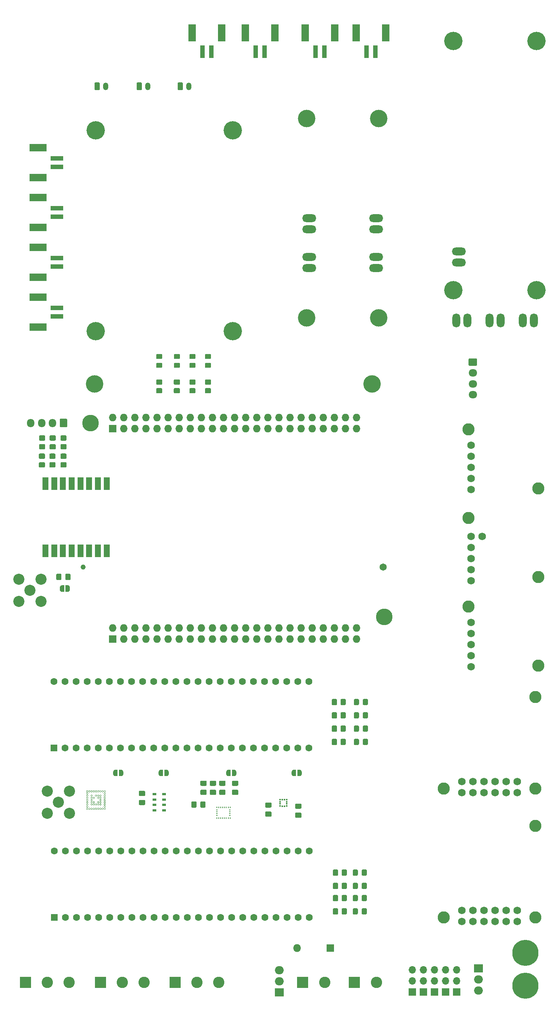
<source format=gbr>
%TF.GenerationSoftware,KiCad,Pcbnew,5.1.5+dfsg1-2build2*%
%TF.CreationDate,2020-11-09T16:20:19-06:00*%
%TF.ProjectId,TARS-MK1,54415253-2d4d-44b3-912e-6b696361645f,rev?*%
%TF.SameCoordinates,Original*%
%TF.FileFunction,Soldermask,Top*%
%TF.FilePolarity,Negative*%
%FSLAX46Y46*%
G04 Gerber Fmt 4.6, Leading zero omitted, Abs format (unit mm)*
G04 Created by KiCad (PCBNEW 5.1.5+dfsg1-2build2) date 2020-11-09 16:20:19*
%MOMM*%
%LPD*%
G04 APERTURE LIST*
%ADD10C,0.100000*%
%ADD11C,3.800000*%
%ADD12O,1.727200X1.727200*%
%ADD13R,1.727200X1.727200*%
%ADD14O,1.200000X1.750000*%
%ADD15O,2.000000X1.905000*%
%ADD16R,2.000000X1.905000*%
%ADD17C,1.600000*%
%ADD18R,1.600000X1.600000*%
%ADD19C,2.600000*%
%ADD20R,2.600000X2.600000*%
%ADD21O,1.800000X1.800000*%
%ADD22R,1.800000X1.800000*%
%ADD23O,3.200000X1.800000*%
%ADD24C,4.000000*%
%ADD25O,1.800000X3.200000*%
%ADD26C,4.200000*%
%ADD27R,1.400000X3.000000*%
%ADD28C,2.800000*%
%ADD29C,1.750000*%
%ADD30C,2.540000*%
%ADD31O,1.700000X1.700000*%
%ADD32R,1.700000X1.700000*%
%ADD33R,4.000000X1.800000*%
%ADD34R,3.000000X1.000000*%
%ADD35R,1.800000X4.000000*%
%ADD36R,1.000000X3.000000*%
%ADD37R,0.950000X0.550000*%
%ADD38R,0.350000X0.375000*%
%ADD39R,0.375000X0.350000*%
%ADD40R,0.230000X0.350000*%
%ADD41R,0.350000X0.230000*%
%ADD42C,1.150000*%
%ADD43C,1.650000*%
%ADD44O,1.950000X1.700000*%
%ADD45C,6.000000*%
%ADD46O,1.700000X1.950000*%
G04 APERTURE END LIST*
D10*
%TO.C,U8001*%
X218505000Y-221007000D02*
G75*
G03X218505000Y-221007000I-185000J0D01*
G01*
X219005000Y-221007000D02*
G75*
G03X219005000Y-221007000I-185000J0D01*
G01*
X219505000Y-221007000D02*
G75*
G03X219505000Y-221007000I-185000J0D01*
G01*
X220005000Y-221007000D02*
G75*
G03X220005000Y-221007000I-185000J0D01*
G01*
X220505000Y-221007000D02*
G75*
G03X220505000Y-221007000I-185000J0D01*
G01*
X221005000Y-221007000D02*
G75*
G03X221005000Y-221007000I-185000J0D01*
G01*
X221505000Y-221007000D02*
G75*
G03X221505000Y-221007000I-185000J0D01*
G01*
X222005000Y-221007000D02*
G75*
G03X222005000Y-221007000I-185000J0D01*
G01*
X218505000Y-221507000D02*
G75*
G03X218505000Y-221507000I-185000J0D01*
G01*
X218505000Y-222007000D02*
G75*
G03X218505000Y-222007000I-185000J0D01*
G01*
X218505000Y-222507000D02*
G75*
G03X218505000Y-222507000I-185000J0D01*
G01*
X218505000Y-223007000D02*
G75*
G03X218505000Y-223007000I-185000J0D01*
G01*
X218505000Y-223507000D02*
G75*
G03X218505000Y-223507000I-185000J0D01*
G01*
X218505000Y-224007000D02*
G75*
G03X218505000Y-224007000I-185000J0D01*
G01*
X218505000Y-224507000D02*
G75*
G03X218505000Y-224507000I-185000J0D01*
G01*
X218505000Y-225007000D02*
G75*
G03X218505000Y-225007000I-185000J0D01*
G01*
X219005000Y-225007000D02*
G75*
G03X219005000Y-225007000I-185000J0D01*
G01*
X219505000Y-225007000D02*
G75*
G03X219505000Y-225007000I-185000J0D01*
G01*
X220005000Y-225007000D02*
G75*
G03X220005000Y-225007000I-185000J0D01*
G01*
X220505000Y-225007000D02*
G75*
G03X220505000Y-225007000I-185000J0D01*
G01*
X221005000Y-225007000D02*
G75*
G03X221005000Y-225007000I-185000J0D01*
G01*
X221505000Y-225007000D02*
G75*
G03X221505000Y-225007000I-185000J0D01*
G01*
X222005000Y-225007000D02*
G75*
G03X222005000Y-225007000I-185000J0D01*
G01*
X222505000Y-225007000D02*
G75*
G03X222505000Y-225007000I-185000J0D01*
G01*
X222505000Y-224507000D02*
G75*
G03X222505000Y-224507000I-185000J0D01*
G01*
X222505000Y-224007000D02*
G75*
G03X222505000Y-224007000I-185000J0D01*
G01*
X222505000Y-223507000D02*
G75*
G03X222505000Y-223507000I-185000J0D01*
G01*
X222505000Y-223007000D02*
G75*
G03X222505000Y-223007000I-185000J0D01*
G01*
X222505000Y-222507000D02*
G75*
G03X222505000Y-222507000I-185000J0D01*
G01*
X222505000Y-222007000D02*
G75*
G03X222505000Y-222007000I-185000J0D01*
G01*
X222505000Y-221507000D02*
G75*
G03X222505000Y-221507000I-185000J0D01*
G01*
X222505000Y-221007000D02*
G75*
G03X222505000Y-221007000I-185000J0D01*
G01*
X219505000Y-224007000D02*
G75*
G03X219505000Y-224007000I-185000J0D01*
G01*
X220005000Y-224007000D02*
G75*
G03X220005000Y-224007000I-185000J0D01*
G01*
X220505000Y-224007000D02*
G75*
G03X220505000Y-224007000I-185000J0D01*
G01*
X221005000Y-224007000D02*
G75*
G03X221005000Y-224007000I-185000J0D01*
G01*
X221505000Y-224007000D02*
G75*
G03X221505000Y-224007000I-185000J0D01*
G01*
X219505000Y-223507000D02*
G75*
G03X219505000Y-223507000I-185000J0D01*
G01*
X220005000Y-223507000D02*
G75*
G03X220005000Y-223507000I-185000J0D01*
G01*
X221005000Y-223507000D02*
G75*
G03X221005000Y-223507000I-185000J0D01*
G01*
X221505000Y-223507000D02*
G75*
G03X221505000Y-223507000I-185000J0D01*
G01*
X219505000Y-223007000D02*
G75*
G03X219505000Y-223007000I-185000J0D01*
G01*
X221505000Y-223007000D02*
G75*
G03X221505000Y-223007000I-185000J0D01*
G01*
X219505000Y-222507000D02*
G75*
G03X219505000Y-222507000I-185000J0D01*
G01*
X220005000Y-222507000D02*
G75*
G03X220005000Y-222507000I-185000J0D01*
G01*
X221005000Y-222507000D02*
G75*
G03X221005000Y-222507000I-185000J0D01*
G01*
X221505000Y-222507000D02*
G75*
G03X221505000Y-222507000I-185000J0D01*
G01*
X219505000Y-222007000D02*
G75*
G03X219505000Y-222007000I-185000J0D01*
G01*
X220505000Y-222007000D02*
G75*
G03X220505000Y-222007000I-185000J0D01*
G01*
X221005000Y-222007000D02*
G75*
G03X221005000Y-222007000I-185000J0D01*
G01*
X221505000Y-222007000D02*
G75*
G03X221505000Y-222007000I-185000J0D01*
G01*
%TD*%
D11*
%TO.C,U2001*%
X286360000Y-180970000D03*
X219050000Y-136520000D03*
D12*
X236830000Y-137790000D03*
X244450000Y-137790000D03*
X231750000Y-135250000D03*
X264770000Y-135250000D03*
X267310000Y-137790000D03*
X234290000Y-135250000D03*
X267310000Y-135250000D03*
X269850000Y-137790000D03*
X269850000Y-135250000D03*
X239370000Y-135250000D03*
X257150000Y-135250000D03*
X259690000Y-137790000D03*
X246990000Y-137790000D03*
X234290000Y-137790000D03*
X229210000Y-135250000D03*
X231750000Y-137790000D03*
X252070000Y-135250000D03*
X236830000Y-135250000D03*
X280010000Y-135250000D03*
X241910000Y-135250000D03*
X254610000Y-137790000D03*
X241910000Y-137790000D03*
D13*
X224130000Y-137790000D03*
D12*
X224130000Y-135250000D03*
X262230000Y-135250000D03*
X264770000Y-137790000D03*
X244450000Y-135250000D03*
X254610000Y-135250000D03*
X249530000Y-137790000D03*
X257150000Y-137790000D03*
X272390000Y-137790000D03*
X272390000Y-135250000D03*
X274930000Y-137790000D03*
X274930000Y-135250000D03*
X277470000Y-137790000D03*
X277470000Y-135250000D03*
X280010000Y-137790000D03*
X259690000Y-135250000D03*
X262230000Y-137790000D03*
X252070000Y-137790000D03*
X239370000Y-137790000D03*
X226670000Y-137790000D03*
X226670000Y-135250000D03*
X229210000Y-137790000D03*
X249530000Y-135250000D03*
X246990000Y-135250000D03*
X280010000Y-183510000D03*
X280010000Y-186050000D03*
X277470000Y-183510000D03*
X277470000Y-186050000D03*
X274930000Y-183510000D03*
X274930000Y-186050000D03*
X272390000Y-183510000D03*
X272390000Y-186050000D03*
X269850000Y-183510000D03*
X269850000Y-186050000D03*
X267310000Y-183510000D03*
X267310000Y-186050000D03*
X264770000Y-183510000D03*
X264770000Y-186050000D03*
X262230000Y-183510000D03*
X262230000Y-186050000D03*
X259690000Y-183510000D03*
X259690000Y-186050000D03*
X257150000Y-183510000D03*
X257150000Y-186050000D03*
X254610000Y-183510000D03*
X254610000Y-186050000D03*
X252070000Y-183510000D03*
X252070000Y-186050000D03*
X249530000Y-183510000D03*
X249530000Y-186050000D03*
X246990000Y-183510000D03*
X246990000Y-186050000D03*
X244450000Y-183510000D03*
X244450000Y-186050000D03*
X241910000Y-183510000D03*
X241910000Y-186050000D03*
X239370000Y-183510000D03*
X239370000Y-186050000D03*
X236830000Y-183510000D03*
X236830000Y-186050000D03*
X234290000Y-183510000D03*
X234290000Y-186050000D03*
X231750000Y-183510000D03*
X231750000Y-186050000D03*
X229210000Y-183510000D03*
X229210000Y-186050000D03*
X226670000Y-183510000D03*
X226670000Y-186050000D03*
X224130000Y-183510000D03*
D13*
X224130000Y-186050000D03*
%TD*%
D14*
%TO.C,J6007*%
X241624000Y-59304000D03*
D10*
G36*
X239998505Y-58430204D02*
G01*
X240022773Y-58433804D01*
X240046572Y-58439765D01*
X240069671Y-58448030D01*
X240091850Y-58458520D01*
X240112893Y-58471132D01*
X240132599Y-58485747D01*
X240150777Y-58502223D01*
X240167253Y-58520401D01*
X240181868Y-58540107D01*
X240194480Y-58561150D01*
X240204970Y-58583329D01*
X240213235Y-58606428D01*
X240219196Y-58630227D01*
X240222796Y-58654495D01*
X240224000Y-58678999D01*
X240224000Y-59929001D01*
X240222796Y-59953505D01*
X240219196Y-59977773D01*
X240213235Y-60001572D01*
X240204970Y-60024671D01*
X240194480Y-60046850D01*
X240181868Y-60067893D01*
X240167253Y-60087599D01*
X240150777Y-60105777D01*
X240132599Y-60122253D01*
X240112893Y-60136868D01*
X240091850Y-60149480D01*
X240069671Y-60159970D01*
X240046572Y-60168235D01*
X240022773Y-60174196D01*
X239998505Y-60177796D01*
X239974001Y-60179000D01*
X239273999Y-60179000D01*
X239249495Y-60177796D01*
X239225227Y-60174196D01*
X239201428Y-60168235D01*
X239178329Y-60159970D01*
X239156150Y-60149480D01*
X239135107Y-60136868D01*
X239115401Y-60122253D01*
X239097223Y-60105777D01*
X239080747Y-60087599D01*
X239066132Y-60067893D01*
X239053520Y-60046850D01*
X239043030Y-60024671D01*
X239034765Y-60001572D01*
X239028804Y-59977773D01*
X239025204Y-59953505D01*
X239024000Y-59929001D01*
X239024000Y-58678999D01*
X239025204Y-58654495D01*
X239028804Y-58630227D01*
X239034765Y-58606428D01*
X239043030Y-58583329D01*
X239053520Y-58561150D01*
X239066132Y-58540107D01*
X239080747Y-58520401D01*
X239097223Y-58502223D01*
X239115401Y-58485747D01*
X239135107Y-58471132D01*
X239156150Y-58458520D01*
X239178329Y-58448030D01*
X239201428Y-58439765D01*
X239225227Y-58433804D01*
X239249495Y-58430204D01*
X239273999Y-58429000D01*
X239974001Y-58429000D01*
X239998505Y-58430204D01*
G37*
%TD*%
D14*
%TO.C,J6004*%
X222574000Y-59304000D03*
D10*
G36*
X220948505Y-58430204D02*
G01*
X220972773Y-58433804D01*
X220996572Y-58439765D01*
X221019671Y-58448030D01*
X221041850Y-58458520D01*
X221062893Y-58471132D01*
X221082599Y-58485747D01*
X221100777Y-58502223D01*
X221117253Y-58520401D01*
X221131868Y-58540107D01*
X221144480Y-58561150D01*
X221154970Y-58583329D01*
X221163235Y-58606428D01*
X221169196Y-58630227D01*
X221172796Y-58654495D01*
X221174000Y-58678999D01*
X221174000Y-59929001D01*
X221172796Y-59953505D01*
X221169196Y-59977773D01*
X221163235Y-60001572D01*
X221154970Y-60024671D01*
X221144480Y-60046850D01*
X221131868Y-60067893D01*
X221117253Y-60087599D01*
X221100777Y-60105777D01*
X221082599Y-60122253D01*
X221062893Y-60136868D01*
X221041850Y-60149480D01*
X221019671Y-60159970D01*
X220996572Y-60168235D01*
X220972773Y-60174196D01*
X220948505Y-60177796D01*
X220924001Y-60179000D01*
X220223999Y-60179000D01*
X220199495Y-60177796D01*
X220175227Y-60174196D01*
X220151428Y-60168235D01*
X220128329Y-60159970D01*
X220106150Y-60149480D01*
X220085107Y-60136868D01*
X220065401Y-60122253D01*
X220047223Y-60105777D01*
X220030747Y-60087599D01*
X220016132Y-60067893D01*
X220003520Y-60046850D01*
X219993030Y-60024671D01*
X219984765Y-60001572D01*
X219978804Y-59977773D01*
X219975204Y-59953505D01*
X219974000Y-59929001D01*
X219974000Y-58678999D01*
X219975204Y-58654495D01*
X219978804Y-58630227D01*
X219984765Y-58606428D01*
X219993030Y-58583329D01*
X220003520Y-58561150D01*
X220016132Y-58540107D01*
X220030747Y-58520401D01*
X220047223Y-58502223D01*
X220065401Y-58485747D01*
X220085107Y-58471132D01*
X220106150Y-58458520D01*
X220128329Y-58448030D01*
X220151428Y-58439765D01*
X220175227Y-58433804D01*
X220199495Y-58430204D01*
X220223999Y-58429000D01*
X220924001Y-58429000D01*
X220948505Y-58430204D01*
G37*
%TD*%
D14*
%TO.C,J6005*%
X232226000Y-59304000D03*
D10*
G36*
X230600505Y-58430204D02*
G01*
X230624773Y-58433804D01*
X230648572Y-58439765D01*
X230671671Y-58448030D01*
X230693850Y-58458520D01*
X230714893Y-58471132D01*
X230734599Y-58485747D01*
X230752777Y-58502223D01*
X230769253Y-58520401D01*
X230783868Y-58540107D01*
X230796480Y-58561150D01*
X230806970Y-58583329D01*
X230815235Y-58606428D01*
X230821196Y-58630227D01*
X230824796Y-58654495D01*
X230826000Y-58678999D01*
X230826000Y-59929001D01*
X230824796Y-59953505D01*
X230821196Y-59977773D01*
X230815235Y-60001572D01*
X230806970Y-60024671D01*
X230796480Y-60046850D01*
X230783868Y-60067893D01*
X230769253Y-60087599D01*
X230752777Y-60105777D01*
X230734599Y-60122253D01*
X230714893Y-60136868D01*
X230693850Y-60149480D01*
X230671671Y-60159970D01*
X230648572Y-60168235D01*
X230624773Y-60174196D01*
X230600505Y-60177796D01*
X230576001Y-60179000D01*
X229875999Y-60179000D01*
X229851495Y-60177796D01*
X229827227Y-60174196D01*
X229803428Y-60168235D01*
X229780329Y-60159970D01*
X229758150Y-60149480D01*
X229737107Y-60136868D01*
X229717401Y-60122253D01*
X229699223Y-60105777D01*
X229682747Y-60087599D01*
X229668132Y-60067893D01*
X229655520Y-60046850D01*
X229645030Y-60024671D01*
X229636765Y-60001572D01*
X229630804Y-59977773D01*
X229627204Y-59953505D01*
X229626000Y-59929001D01*
X229626000Y-58678999D01*
X229627204Y-58654495D01*
X229630804Y-58630227D01*
X229636765Y-58606428D01*
X229645030Y-58583329D01*
X229655520Y-58561150D01*
X229668132Y-58540107D01*
X229682747Y-58520401D01*
X229699223Y-58502223D01*
X229717401Y-58485747D01*
X229737107Y-58471132D01*
X229758150Y-58458520D01*
X229780329Y-58448030D01*
X229803428Y-58439765D01*
X229827227Y-58433804D01*
X229851495Y-58430204D01*
X229875999Y-58429000D01*
X230576001Y-58429000D01*
X230600505Y-58430204D01*
G37*
%TD*%
D15*
%TO.C,U6003*%
X307950000Y-266695000D03*
X307950000Y-264155000D03*
D16*
X307950000Y-261615000D03*
%TD*%
D17*
%TO.C,U9001*%
X251308000Y-211069000D03*
X253848000Y-211069000D03*
X256388000Y-211069000D03*
X258928000Y-211069000D03*
X248768000Y-211069000D03*
X246228000Y-211069000D03*
X243688000Y-211069000D03*
X261468000Y-211069000D03*
X264008000Y-211069000D03*
X266548000Y-211069000D03*
X269088000Y-211069000D03*
X269088000Y-195829000D03*
X266548000Y-195829000D03*
X264008000Y-195829000D03*
X261468000Y-195829000D03*
X258928000Y-195829000D03*
X256388000Y-195829000D03*
X253848000Y-195829000D03*
X251308000Y-195829000D03*
X248768000Y-195829000D03*
X246228000Y-195829000D03*
X241148000Y-211069000D03*
X238608000Y-211069000D03*
X236068000Y-211069000D03*
X233528000Y-211069000D03*
X230988000Y-211069000D03*
X228448000Y-211069000D03*
X225908000Y-211069000D03*
X223368000Y-211069000D03*
X220828000Y-211069000D03*
X218288000Y-211069000D03*
X215748000Y-211069000D03*
X213208000Y-211069000D03*
D18*
X210668000Y-211069000D03*
D17*
X243688000Y-195829000D03*
X241148000Y-195829000D03*
X238608000Y-195829000D03*
X236068000Y-195829000D03*
X233528000Y-195829000D03*
X230988000Y-195829000D03*
X228448000Y-195829000D03*
X225908000Y-195829000D03*
X223368000Y-195829000D03*
X220828000Y-195829000D03*
X218288000Y-195829000D03*
X215748000Y-195829000D03*
X213208000Y-195829000D03*
X210668000Y-195829000D03*
%TD*%
D19*
%TO.C,J3007*%
X284582000Y-264790000D03*
D20*
X279502000Y-264790000D03*
%TD*%
D10*
%TO.C,R9004*%
G36*
X277320505Y-208973204D02*
G01*
X277344773Y-208976804D01*
X277368572Y-208982765D01*
X277391671Y-208991030D01*
X277413850Y-209001520D01*
X277434893Y-209014132D01*
X277454599Y-209028747D01*
X277472777Y-209045223D01*
X277489253Y-209063401D01*
X277503868Y-209083107D01*
X277516480Y-209104150D01*
X277526970Y-209126329D01*
X277535235Y-209149428D01*
X277541196Y-209173227D01*
X277544796Y-209197495D01*
X277546000Y-209221999D01*
X277546000Y-210122001D01*
X277544796Y-210146505D01*
X277541196Y-210170773D01*
X277535235Y-210194572D01*
X277526970Y-210217671D01*
X277516480Y-210239850D01*
X277503868Y-210260893D01*
X277489253Y-210280599D01*
X277472777Y-210298777D01*
X277454599Y-210315253D01*
X277434893Y-210329868D01*
X277413850Y-210342480D01*
X277391671Y-210352970D01*
X277368572Y-210361235D01*
X277344773Y-210367196D01*
X277320505Y-210370796D01*
X277296001Y-210372000D01*
X276595999Y-210372000D01*
X276571495Y-210370796D01*
X276547227Y-210367196D01*
X276523428Y-210361235D01*
X276500329Y-210352970D01*
X276478150Y-210342480D01*
X276457107Y-210329868D01*
X276437401Y-210315253D01*
X276419223Y-210298777D01*
X276402747Y-210280599D01*
X276388132Y-210260893D01*
X276375520Y-210239850D01*
X276365030Y-210217671D01*
X276356765Y-210194572D01*
X276350804Y-210170773D01*
X276347204Y-210146505D01*
X276346000Y-210122001D01*
X276346000Y-209221999D01*
X276347204Y-209197495D01*
X276350804Y-209173227D01*
X276356765Y-209149428D01*
X276365030Y-209126329D01*
X276375520Y-209104150D01*
X276388132Y-209083107D01*
X276402747Y-209063401D01*
X276419223Y-209045223D01*
X276437401Y-209028747D01*
X276457107Y-209014132D01*
X276478150Y-209001520D01*
X276500329Y-208991030D01*
X276523428Y-208982765D01*
X276547227Y-208976804D01*
X276571495Y-208973204D01*
X276595999Y-208972000D01*
X277296001Y-208972000D01*
X277320505Y-208973204D01*
G37*
G36*
X275320505Y-208973204D02*
G01*
X275344773Y-208976804D01*
X275368572Y-208982765D01*
X275391671Y-208991030D01*
X275413850Y-209001520D01*
X275434893Y-209014132D01*
X275454599Y-209028747D01*
X275472777Y-209045223D01*
X275489253Y-209063401D01*
X275503868Y-209083107D01*
X275516480Y-209104150D01*
X275526970Y-209126329D01*
X275535235Y-209149428D01*
X275541196Y-209173227D01*
X275544796Y-209197495D01*
X275546000Y-209221999D01*
X275546000Y-210122001D01*
X275544796Y-210146505D01*
X275541196Y-210170773D01*
X275535235Y-210194572D01*
X275526970Y-210217671D01*
X275516480Y-210239850D01*
X275503868Y-210260893D01*
X275489253Y-210280599D01*
X275472777Y-210298777D01*
X275454599Y-210315253D01*
X275434893Y-210329868D01*
X275413850Y-210342480D01*
X275391671Y-210352970D01*
X275368572Y-210361235D01*
X275344773Y-210367196D01*
X275320505Y-210370796D01*
X275296001Y-210372000D01*
X274595999Y-210372000D01*
X274571495Y-210370796D01*
X274547227Y-210367196D01*
X274523428Y-210361235D01*
X274500329Y-210352970D01*
X274478150Y-210342480D01*
X274457107Y-210329868D01*
X274437401Y-210315253D01*
X274419223Y-210298777D01*
X274402747Y-210280599D01*
X274388132Y-210260893D01*
X274375520Y-210239850D01*
X274365030Y-210217671D01*
X274356765Y-210194572D01*
X274350804Y-210170773D01*
X274347204Y-210146505D01*
X274346000Y-210122001D01*
X274346000Y-209221999D01*
X274347204Y-209197495D01*
X274350804Y-209173227D01*
X274356765Y-209149428D01*
X274365030Y-209126329D01*
X274375520Y-209104150D01*
X274388132Y-209083107D01*
X274402747Y-209063401D01*
X274419223Y-209045223D01*
X274437401Y-209028747D01*
X274457107Y-209014132D01*
X274478150Y-209001520D01*
X274500329Y-208991030D01*
X274523428Y-208982765D01*
X274547227Y-208976804D01*
X274571495Y-208973204D01*
X274595999Y-208972000D01*
X275296001Y-208972000D01*
X275320505Y-208973204D01*
G37*
%TD*%
%TO.C,R9003*%
G36*
X277320505Y-205925204D02*
G01*
X277344773Y-205928804D01*
X277368572Y-205934765D01*
X277391671Y-205943030D01*
X277413850Y-205953520D01*
X277434893Y-205966132D01*
X277454599Y-205980747D01*
X277472777Y-205997223D01*
X277489253Y-206015401D01*
X277503868Y-206035107D01*
X277516480Y-206056150D01*
X277526970Y-206078329D01*
X277535235Y-206101428D01*
X277541196Y-206125227D01*
X277544796Y-206149495D01*
X277546000Y-206173999D01*
X277546000Y-207074001D01*
X277544796Y-207098505D01*
X277541196Y-207122773D01*
X277535235Y-207146572D01*
X277526970Y-207169671D01*
X277516480Y-207191850D01*
X277503868Y-207212893D01*
X277489253Y-207232599D01*
X277472777Y-207250777D01*
X277454599Y-207267253D01*
X277434893Y-207281868D01*
X277413850Y-207294480D01*
X277391671Y-207304970D01*
X277368572Y-207313235D01*
X277344773Y-207319196D01*
X277320505Y-207322796D01*
X277296001Y-207324000D01*
X276595999Y-207324000D01*
X276571495Y-207322796D01*
X276547227Y-207319196D01*
X276523428Y-207313235D01*
X276500329Y-207304970D01*
X276478150Y-207294480D01*
X276457107Y-207281868D01*
X276437401Y-207267253D01*
X276419223Y-207250777D01*
X276402747Y-207232599D01*
X276388132Y-207212893D01*
X276375520Y-207191850D01*
X276365030Y-207169671D01*
X276356765Y-207146572D01*
X276350804Y-207122773D01*
X276347204Y-207098505D01*
X276346000Y-207074001D01*
X276346000Y-206173999D01*
X276347204Y-206149495D01*
X276350804Y-206125227D01*
X276356765Y-206101428D01*
X276365030Y-206078329D01*
X276375520Y-206056150D01*
X276388132Y-206035107D01*
X276402747Y-206015401D01*
X276419223Y-205997223D01*
X276437401Y-205980747D01*
X276457107Y-205966132D01*
X276478150Y-205953520D01*
X276500329Y-205943030D01*
X276523428Y-205934765D01*
X276547227Y-205928804D01*
X276571495Y-205925204D01*
X276595999Y-205924000D01*
X277296001Y-205924000D01*
X277320505Y-205925204D01*
G37*
G36*
X275320505Y-205925204D02*
G01*
X275344773Y-205928804D01*
X275368572Y-205934765D01*
X275391671Y-205943030D01*
X275413850Y-205953520D01*
X275434893Y-205966132D01*
X275454599Y-205980747D01*
X275472777Y-205997223D01*
X275489253Y-206015401D01*
X275503868Y-206035107D01*
X275516480Y-206056150D01*
X275526970Y-206078329D01*
X275535235Y-206101428D01*
X275541196Y-206125227D01*
X275544796Y-206149495D01*
X275546000Y-206173999D01*
X275546000Y-207074001D01*
X275544796Y-207098505D01*
X275541196Y-207122773D01*
X275535235Y-207146572D01*
X275526970Y-207169671D01*
X275516480Y-207191850D01*
X275503868Y-207212893D01*
X275489253Y-207232599D01*
X275472777Y-207250777D01*
X275454599Y-207267253D01*
X275434893Y-207281868D01*
X275413850Y-207294480D01*
X275391671Y-207304970D01*
X275368572Y-207313235D01*
X275344773Y-207319196D01*
X275320505Y-207322796D01*
X275296001Y-207324000D01*
X274595999Y-207324000D01*
X274571495Y-207322796D01*
X274547227Y-207319196D01*
X274523428Y-207313235D01*
X274500329Y-207304970D01*
X274478150Y-207294480D01*
X274457107Y-207281868D01*
X274437401Y-207267253D01*
X274419223Y-207250777D01*
X274402747Y-207232599D01*
X274388132Y-207212893D01*
X274375520Y-207191850D01*
X274365030Y-207169671D01*
X274356765Y-207146572D01*
X274350804Y-207122773D01*
X274347204Y-207098505D01*
X274346000Y-207074001D01*
X274346000Y-206173999D01*
X274347204Y-206149495D01*
X274350804Y-206125227D01*
X274356765Y-206101428D01*
X274365030Y-206078329D01*
X274375520Y-206056150D01*
X274388132Y-206035107D01*
X274402747Y-206015401D01*
X274419223Y-205997223D01*
X274437401Y-205980747D01*
X274457107Y-205966132D01*
X274478150Y-205953520D01*
X274500329Y-205943030D01*
X274523428Y-205934765D01*
X274547227Y-205928804D01*
X274571495Y-205925204D01*
X274595999Y-205924000D01*
X275296001Y-205924000D01*
X275320505Y-205925204D01*
G37*
%TD*%
%TO.C,R9002*%
G36*
X277320505Y-202877204D02*
G01*
X277344773Y-202880804D01*
X277368572Y-202886765D01*
X277391671Y-202895030D01*
X277413850Y-202905520D01*
X277434893Y-202918132D01*
X277454599Y-202932747D01*
X277472777Y-202949223D01*
X277489253Y-202967401D01*
X277503868Y-202987107D01*
X277516480Y-203008150D01*
X277526970Y-203030329D01*
X277535235Y-203053428D01*
X277541196Y-203077227D01*
X277544796Y-203101495D01*
X277546000Y-203125999D01*
X277546000Y-204026001D01*
X277544796Y-204050505D01*
X277541196Y-204074773D01*
X277535235Y-204098572D01*
X277526970Y-204121671D01*
X277516480Y-204143850D01*
X277503868Y-204164893D01*
X277489253Y-204184599D01*
X277472777Y-204202777D01*
X277454599Y-204219253D01*
X277434893Y-204233868D01*
X277413850Y-204246480D01*
X277391671Y-204256970D01*
X277368572Y-204265235D01*
X277344773Y-204271196D01*
X277320505Y-204274796D01*
X277296001Y-204276000D01*
X276595999Y-204276000D01*
X276571495Y-204274796D01*
X276547227Y-204271196D01*
X276523428Y-204265235D01*
X276500329Y-204256970D01*
X276478150Y-204246480D01*
X276457107Y-204233868D01*
X276437401Y-204219253D01*
X276419223Y-204202777D01*
X276402747Y-204184599D01*
X276388132Y-204164893D01*
X276375520Y-204143850D01*
X276365030Y-204121671D01*
X276356765Y-204098572D01*
X276350804Y-204074773D01*
X276347204Y-204050505D01*
X276346000Y-204026001D01*
X276346000Y-203125999D01*
X276347204Y-203101495D01*
X276350804Y-203077227D01*
X276356765Y-203053428D01*
X276365030Y-203030329D01*
X276375520Y-203008150D01*
X276388132Y-202987107D01*
X276402747Y-202967401D01*
X276419223Y-202949223D01*
X276437401Y-202932747D01*
X276457107Y-202918132D01*
X276478150Y-202905520D01*
X276500329Y-202895030D01*
X276523428Y-202886765D01*
X276547227Y-202880804D01*
X276571495Y-202877204D01*
X276595999Y-202876000D01*
X277296001Y-202876000D01*
X277320505Y-202877204D01*
G37*
G36*
X275320505Y-202877204D02*
G01*
X275344773Y-202880804D01*
X275368572Y-202886765D01*
X275391671Y-202895030D01*
X275413850Y-202905520D01*
X275434893Y-202918132D01*
X275454599Y-202932747D01*
X275472777Y-202949223D01*
X275489253Y-202967401D01*
X275503868Y-202987107D01*
X275516480Y-203008150D01*
X275526970Y-203030329D01*
X275535235Y-203053428D01*
X275541196Y-203077227D01*
X275544796Y-203101495D01*
X275546000Y-203125999D01*
X275546000Y-204026001D01*
X275544796Y-204050505D01*
X275541196Y-204074773D01*
X275535235Y-204098572D01*
X275526970Y-204121671D01*
X275516480Y-204143850D01*
X275503868Y-204164893D01*
X275489253Y-204184599D01*
X275472777Y-204202777D01*
X275454599Y-204219253D01*
X275434893Y-204233868D01*
X275413850Y-204246480D01*
X275391671Y-204256970D01*
X275368572Y-204265235D01*
X275344773Y-204271196D01*
X275320505Y-204274796D01*
X275296001Y-204276000D01*
X274595999Y-204276000D01*
X274571495Y-204274796D01*
X274547227Y-204271196D01*
X274523428Y-204265235D01*
X274500329Y-204256970D01*
X274478150Y-204246480D01*
X274457107Y-204233868D01*
X274437401Y-204219253D01*
X274419223Y-204202777D01*
X274402747Y-204184599D01*
X274388132Y-204164893D01*
X274375520Y-204143850D01*
X274365030Y-204121671D01*
X274356765Y-204098572D01*
X274350804Y-204074773D01*
X274347204Y-204050505D01*
X274346000Y-204026001D01*
X274346000Y-203125999D01*
X274347204Y-203101495D01*
X274350804Y-203077227D01*
X274356765Y-203053428D01*
X274365030Y-203030329D01*
X274375520Y-203008150D01*
X274388132Y-202987107D01*
X274402747Y-202967401D01*
X274419223Y-202949223D01*
X274437401Y-202932747D01*
X274457107Y-202918132D01*
X274478150Y-202905520D01*
X274500329Y-202895030D01*
X274523428Y-202886765D01*
X274547227Y-202880804D01*
X274571495Y-202877204D01*
X274595999Y-202876000D01*
X275296001Y-202876000D01*
X275320505Y-202877204D01*
G37*
%TD*%
%TO.C,R9001*%
G36*
X277320505Y-199829204D02*
G01*
X277344773Y-199832804D01*
X277368572Y-199838765D01*
X277391671Y-199847030D01*
X277413850Y-199857520D01*
X277434893Y-199870132D01*
X277454599Y-199884747D01*
X277472777Y-199901223D01*
X277489253Y-199919401D01*
X277503868Y-199939107D01*
X277516480Y-199960150D01*
X277526970Y-199982329D01*
X277535235Y-200005428D01*
X277541196Y-200029227D01*
X277544796Y-200053495D01*
X277546000Y-200077999D01*
X277546000Y-200978001D01*
X277544796Y-201002505D01*
X277541196Y-201026773D01*
X277535235Y-201050572D01*
X277526970Y-201073671D01*
X277516480Y-201095850D01*
X277503868Y-201116893D01*
X277489253Y-201136599D01*
X277472777Y-201154777D01*
X277454599Y-201171253D01*
X277434893Y-201185868D01*
X277413850Y-201198480D01*
X277391671Y-201208970D01*
X277368572Y-201217235D01*
X277344773Y-201223196D01*
X277320505Y-201226796D01*
X277296001Y-201228000D01*
X276595999Y-201228000D01*
X276571495Y-201226796D01*
X276547227Y-201223196D01*
X276523428Y-201217235D01*
X276500329Y-201208970D01*
X276478150Y-201198480D01*
X276457107Y-201185868D01*
X276437401Y-201171253D01*
X276419223Y-201154777D01*
X276402747Y-201136599D01*
X276388132Y-201116893D01*
X276375520Y-201095850D01*
X276365030Y-201073671D01*
X276356765Y-201050572D01*
X276350804Y-201026773D01*
X276347204Y-201002505D01*
X276346000Y-200978001D01*
X276346000Y-200077999D01*
X276347204Y-200053495D01*
X276350804Y-200029227D01*
X276356765Y-200005428D01*
X276365030Y-199982329D01*
X276375520Y-199960150D01*
X276388132Y-199939107D01*
X276402747Y-199919401D01*
X276419223Y-199901223D01*
X276437401Y-199884747D01*
X276457107Y-199870132D01*
X276478150Y-199857520D01*
X276500329Y-199847030D01*
X276523428Y-199838765D01*
X276547227Y-199832804D01*
X276571495Y-199829204D01*
X276595999Y-199828000D01*
X277296001Y-199828000D01*
X277320505Y-199829204D01*
G37*
G36*
X275320505Y-199829204D02*
G01*
X275344773Y-199832804D01*
X275368572Y-199838765D01*
X275391671Y-199847030D01*
X275413850Y-199857520D01*
X275434893Y-199870132D01*
X275454599Y-199884747D01*
X275472777Y-199901223D01*
X275489253Y-199919401D01*
X275503868Y-199939107D01*
X275516480Y-199960150D01*
X275526970Y-199982329D01*
X275535235Y-200005428D01*
X275541196Y-200029227D01*
X275544796Y-200053495D01*
X275546000Y-200077999D01*
X275546000Y-200978001D01*
X275544796Y-201002505D01*
X275541196Y-201026773D01*
X275535235Y-201050572D01*
X275526970Y-201073671D01*
X275516480Y-201095850D01*
X275503868Y-201116893D01*
X275489253Y-201136599D01*
X275472777Y-201154777D01*
X275454599Y-201171253D01*
X275434893Y-201185868D01*
X275413850Y-201198480D01*
X275391671Y-201208970D01*
X275368572Y-201217235D01*
X275344773Y-201223196D01*
X275320505Y-201226796D01*
X275296001Y-201228000D01*
X274595999Y-201228000D01*
X274571495Y-201226796D01*
X274547227Y-201223196D01*
X274523428Y-201217235D01*
X274500329Y-201208970D01*
X274478150Y-201198480D01*
X274457107Y-201185868D01*
X274437401Y-201171253D01*
X274419223Y-201154777D01*
X274402747Y-201136599D01*
X274388132Y-201116893D01*
X274375520Y-201095850D01*
X274365030Y-201073671D01*
X274356765Y-201050572D01*
X274350804Y-201026773D01*
X274347204Y-201002505D01*
X274346000Y-200978001D01*
X274346000Y-200077999D01*
X274347204Y-200053495D01*
X274350804Y-200029227D01*
X274356765Y-200005428D01*
X274365030Y-199982329D01*
X274375520Y-199960150D01*
X274388132Y-199939107D01*
X274402747Y-199919401D01*
X274419223Y-199901223D01*
X274437401Y-199884747D01*
X274457107Y-199870132D01*
X274478150Y-199857520D01*
X274500329Y-199847030D01*
X274523428Y-199838765D01*
X274547227Y-199832804D01*
X274571495Y-199829204D01*
X274595999Y-199828000D01*
X275296001Y-199828000D01*
X275320505Y-199829204D01*
G37*
%TD*%
%TO.C,R4004*%
G36*
X277574505Y-247835204D02*
G01*
X277598773Y-247838804D01*
X277622572Y-247844765D01*
X277645671Y-247853030D01*
X277667850Y-247863520D01*
X277688893Y-247876132D01*
X277708599Y-247890747D01*
X277726777Y-247907223D01*
X277743253Y-247925401D01*
X277757868Y-247945107D01*
X277770480Y-247966150D01*
X277780970Y-247988329D01*
X277789235Y-248011428D01*
X277795196Y-248035227D01*
X277798796Y-248059495D01*
X277800000Y-248083999D01*
X277800000Y-248984001D01*
X277798796Y-249008505D01*
X277795196Y-249032773D01*
X277789235Y-249056572D01*
X277780970Y-249079671D01*
X277770480Y-249101850D01*
X277757868Y-249122893D01*
X277743253Y-249142599D01*
X277726777Y-249160777D01*
X277708599Y-249177253D01*
X277688893Y-249191868D01*
X277667850Y-249204480D01*
X277645671Y-249214970D01*
X277622572Y-249223235D01*
X277598773Y-249229196D01*
X277574505Y-249232796D01*
X277550001Y-249234000D01*
X276849999Y-249234000D01*
X276825495Y-249232796D01*
X276801227Y-249229196D01*
X276777428Y-249223235D01*
X276754329Y-249214970D01*
X276732150Y-249204480D01*
X276711107Y-249191868D01*
X276691401Y-249177253D01*
X276673223Y-249160777D01*
X276656747Y-249142599D01*
X276642132Y-249122893D01*
X276629520Y-249101850D01*
X276619030Y-249079671D01*
X276610765Y-249056572D01*
X276604804Y-249032773D01*
X276601204Y-249008505D01*
X276600000Y-248984001D01*
X276600000Y-248083999D01*
X276601204Y-248059495D01*
X276604804Y-248035227D01*
X276610765Y-248011428D01*
X276619030Y-247988329D01*
X276629520Y-247966150D01*
X276642132Y-247945107D01*
X276656747Y-247925401D01*
X276673223Y-247907223D01*
X276691401Y-247890747D01*
X276711107Y-247876132D01*
X276732150Y-247863520D01*
X276754329Y-247853030D01*
X276777428Y-247844765D01*
X276801227Y-247838804D01*
X276825495Y-247835204D01*
X276849999Y-247834000D01*
X277550001Y-247834000D01*
X277574505Y-247835204D01*
G37*
G36*
X275574505Y-247835204D02*
G01*
X275598773Y-247838804D01*
X275622572Y-247844765D01*
X275645671Y-247853030D01*
X275667850Y-247863520D01*
X275688893Y-247876132D01*
X275708599Y-247890747D01*
X275726777Y-247907223D01*
X275743253Y-247925401D01*
X275757868Y-247945107D01*
X275770480Y-247966150D01*
X275780970Y-247988329D01*
X275789235Y-248011428D01*
X275795196Y-248035227D01*
X275798796Y-248059495D01*
X275800000Y-248083999D01*
X275800000Y-248984001D01*
X275798796Y-249008505D01*
X275795196Y-249032773D01*
X275789235Y-249056572D01*
X275780970Y-249079671D01*
X275770480Y-249101850D01*
X275757868Y-249122893D01*
X275743253Y-249142599D01*
X275726777Y-249160777D01*
X275708599Y-249177253D01*
X275688893Y-249191868D01*
X275667850Y-249204480D01*
X275645671Y-249214970D01*
X275622572Y-249223235D01*
X275598773Y-249229196D01*
X275574505Y-249232796D01*
X275550001Y-249234000D01*
X274849999Y-249234000D01*
X274825495Y-249232796D01*
X274801227Y-249229196D01*
X274777428Y-249223235D01*
X274754329Y-249214970D01*
X274732150Y-249204480D01*
X274711107Y-249191868D01*
X274691401Y-249177253D01*
X274673223Y-249160777D01*
X274656747Y-249142599D01*
X274642132Y-249122893D01*
X274629520Y-249101850D01*
X274619030Y-249079671D01*
X274610765Y-249056572D01*
X274604804Y-249032773D01*
X274601204Y-249008505D01*
X274600000Y-248984001D01*
X274600000Y-248083999D01*
X274601204Y-248059495D01*
X274604804Y-248035227D01*
X274610765Y-248011428D01*
X274619030Y-247988329D01*
X274629520Y-247966150D01*
X274642132Y-247945107D01*
X274656747Y-247925401D01*
X274673223Y-247907223D01*
X274691401Y-247890747D01*
X274711107Y-247876132D01*
X274732150Y-247863520D01*
X274754329Y-247853030D01*
X274777428Y-247844765D01*
X274801227Y-247838804D01*
X274825495Y-247835204D01*
X274849999Y-247834000D01*
X275550001Y-247834000D01*
X275574505Y-247835204D01*
G37*
%TD*%
%TO.C,R4003*%
G36*
X277574505Y-244787204D02*
G01*
X277598773Y-244790804D01*
X277622572Y-244796765D01*
X277645671Y-244805030D01*
X277667850Y-244815520D01*
X277688893Y-244828132D01*
X277708599Y-244842747D01*
X277726777Y-244859223D01*
X277743253Y-244877401D01*
X277757868Y-244897107D01*
X277770480Y-244918150D01*
X277780970Y-244940329D01*
X277789235Y-244963428D01*
X277795196Y-244987227D01*
X277798796Y-245011495D01*
X277800000Y-245035999D01*
X277800000Y-245936001D01*
X277798796Y-245960505D01*
X277795196Y-245984773D01*
X277789235Y-246008572D01*
X277780970Y-246031671D01*
X277770480Y-246053850D01*
X277757868Y-246074893D01*
X277743253Y-246094599D01*
X277726777Y-246112777D01*
X277708599Y-246129253D01*
X277688893Y-246143868D01*
X277667850Y-246156480D01*
X277645671Y-246166970D01*
X277622572Y-246175235D01*
X277598773Y-246181196D01*
X277574505Y-246184796D01*
X277550001Y-246186000D01*
X276849999Y-246186000D01*
X276825495Y-246184796D01*
X276801227Y-246181196D01*
X276777428Y-246175235D01*
X276754329Y-246166970D01*
X276732150Y-246156480D01*
X276711107Y-246143868D01*
X276691401Y-246129253D01*
X276673223Y-246112777D01*
X276656747Y-246094599D01*
X276642132Y-246074893D01*
X276629520Y-246053850D01*
X276619030Y-246031671D01*
X276610765Y-246008572D01*
X276604804Y-245984773D01*
X276601204Y-245960505D01*
X276600000Y-245936001D01*
X276600000Y-245035999D01*
X276601204Y-245011495D01*
X276604804Y-244987227D01*
X276610765Y-244963428D01*
X276619030Y-244940329D01*
X276629520Y-244918150D01*
X276642132Y-244897107D01*
X276656747Y-244877401D01*
X276673223Y-244859223D01*
X276691401Y-244842747D01*
X276711107Y-244828132D01*
X276732150Y-244815520D01*
X276754329Y-244805030D01*
X276777428Y-244796765D01*
X276801227Y-244790804D01*
X276825495Y-244787204D01*
X276849999Y-244786000D01*
X277550001Y-244786000D01*
X277574505Y-244787204D01*
G37*
G36*
X275574505Y-244787204D02*
G01*
X275598773Y-244790804D01*
X275622572Y-244796765D01*
X275645671Y-244805030D01*
X275667850Y-244815520D01*
X275688893Y-244828132D01*
X275708599Y-244842747D01*
X275726777Y-244859223D01*
X275743253Y-244877401D01*
X275757868Y-244897107D01*
X275770480Y-244918150D01*
X275780970Y-244940329D01*
X275789235Y-244963428D01*
X275795196Y-244987227D01*
X275798796Y-245011495D01*
X275800000Y-245035999D01*
X275800000Y-245936001D01*
X275798796Y-245960505D01*
X275795196Y-245984773D01*
X275789235Y-246008572D01*
X275780970Y-246031671D01*
X275770480Y-246053850D01*
X275757868Y-246074893D01*
X275743253Y-246094599D01*
X275726777Y-246112777D01*
X275708599Y-246129253D01*
X275688893Y-246143868D01*
X275667850Y-246156480D01*
X275645671Y-246166970D01*
X275622572Y-246175235D01*
X275598773Y-246181196D01*
X275574505Y-246184796D01*
X275550001Y-246186000D01*
X274849999Y-246186000D01*
X274825495Y-246184796D01*
X274801227Y-246181196D01*
X274777428Y-246175235D01*
X274754329Y-246166970D01*
X274732150Y-246156480D01*
X274711107Y-246143868D01*
X274691401Y-246129253D01*
X274673223Y-246112777D01*
X274656747Y-246094599D01*
X274642132Y-246074893D01*
X274629520Y-246053850D01*
X274619030Y-246031671D01*
X274610765Y-246008572D01*
X274604804Y-245984773D01*
X274601204Y-245960505D01*
X274600000Y-245936001D01*
X274600000Y-245035999D01*
X274601204Y-245011495D01*
X274604804Y-244987227D01*
X274610765Y-244963428D01*
X274619030Y-244940329D01*
X274629520Y-244918150D01*
X274642132Y-244897107D01*
X274656747Y-244877401D01*
X274673223Y-244859223D01*
X274691401Y-244842747D01*
X274711107Y-244828132D01*
X274732150Y-244815520D01*
X274754329Y-244805030D01*
X274777428Y-244796765D01*
X274801227Y-244790804D01*
X274825495Y-244787204D01*
X274849999Y-244786000D01*
X275550001Y-244786000D01*
X275574505Y-244787204D01*
G37*
%TD*%
%TO.C,R4002*%
G36*
X277574505Y-241993204D02*
G01*
X277598773Y-241996804D01*
X277622572Y-242002765D01*
X277645671Y-242011030D01*
X277667850Y-242021520D01*
X277688893Y-242034132D01*
X277708599Y-242048747D01*
X277726777Y-242065223D01*
X277743253Y-242083401D01*
X277757868Y-242103107D01*
X277770480Y-242124150D01*
X277780970Y-242146329D01*
X277789235Y-242169428D01*
X277795196Y-242193227D01*
X277798796Y-242217495D01*
X277800000Y-242241999D01*
X277800000Y-243142001D01*
X277798796Y-243166505D01*
X277795196Y-243190773D01*
X277789235Y-243214572D01*
X277780970Y-243237671D01*
X277770480Y-243259850D01*
X277757868Y-243280893D01*
X277743253Y-243300599D01*
X277726777Y-243318777D01*
X277708599Y-243335253D01*
X277688893Y-243349868D01*
X277667850Y-243362480D01*
X277645671Y-243372970D01*
X277622572Y-243381235D01*
X277598773Y-243387196D01*
X277574505Y-243390796D01*
X277550001Y-243392000D01*
X276849999Y-243392000D01*
X276825495Y-243390796D01*
X276801227Y-243387196D01*
X276777428Y-243381235D01*
X276754329Y-243372970D01*
X276732150Y-243362480D01*
X276711107Y-243349868D01*
X276691401Y-243335253D01*
X276673223Y-243318777D01*
X276656747Y-243300599D01*
X276642132Y-243280893D01*
X276629520Y-243259850D01*
X276619030Y-243237671D01*
X276610765Y-243214572D01*
X276604804Y-243190773D01*
X276601204Y-243166505D01*
X276600000Y-243142001D01*
X276600000Y-242241999D01*
X276601204Y-242217495D01*
X276604804Y-242193227D01*
X276610765Y-242169428D01*
X276619030Y-242146329D01*
X276629520Y-242124150D01*
X276642132Y-242103107D01*
X276656747Y-242083401D01*
X276673223Y-242065223D01*
X276691401Y-242048747D01*
X276711107Y-242034132D01*
X276732150Y-242021520D01*
X276754329Y-242011030D01*
X276777428Y-242002765D01*
X276801227Y-241996804D01*
X276825495Y-241993204D01*
X276849999Y-241992000D01*
X277550001Y-241992000D01*
X277574505Y-241993204D01*
G37*
G36*
X275574505Y-241993204D02*
G01*
X275598773Y-241996804D01*
X275622572Y-242002765D01*
X275645671Y-242011030D01*
X275667850Y-242021520D01*
X275688893Y-242034132D01*
X275708599Y-242048747D01*
X275726777Y-242065223D01*
X275743253Y-242083401D01*
X275757868Y-242103107D01*
X275770480Y-242124150D01*
X275780970Y-242146329D01*
X275789235Y-242169428D01*
X275795196Y-242193227D01*
X275798796Y-242217495D01*
X275800000Y-242241999D01*
X275800000Y-243142001D01*
X275798796Y-243166505D01*
X275795196Y-243190773D01*
X275789235Y-243214572D01*
X275780970Y-243237671D01*
X275770480Y-243259850D01*
X275757868Y-243280893D01*
X275743253Y-243300599D01*
X275726777Y-243318777D01*
X275708599Y-243335253D01*
X275688893Y-243349868D01*
X275667850Y-243362480D01*
X275645671Y-243372970D01*
X275622572Y-243381235D01*
X275598773Y-243387196D01*
X275574505Y-243390796D01*
X275550001Y-243392000D01*
X274849999Y-243392000D01*
X274825495Y-243390796D01*
X274801227Y-243387196D01*
X274777428Y-243381235D01*
X274754329Y-243372970D01*
X274732150Y-243362480D01*
X274711107Y-243349868D01*
X274691401Y-243335253D01*
X274673223Y-243318777D01*
X274656747Y-243300599D01*
X274642132Y-243280893D01*
X274629520Y-243259850D01*
X274619030Y-243237671D01*
X274610765Y-243214572D01*
X274604804Y-243190773D01*
X274601204Y-243166505D01*
X274600000Y-243142001D01*
X274600000Y-242241999D01*
X274601204Y-242217495D01*
X274604804Y-242193227D01*
X274610765Y-242169428D01*
X274619030Y-242146329D01*
X274629520Y-242124150D01*
X274642132Y-242103107D01*
X274656747Y-242083401D01*
X274673223Y-242065223D01*
X274691401Y-242048747D01*
X274711107Y-242034132D01*
X274732150Y-242021520D01*
X274754329Y-242011030D01*
X274777428Y-242002765D01*
X274801227Y-241996804D01*
X274825495Y-241993204D01*
X274849999Y-241992000D01*
X275550001Y-241992000D01*
X275574505Y-241993204D01*
G37*
%TD*%
%TO.C,R4001*%
G36*
X277574505Y-238945204D02*
G01*
X277598773Y-238948804D01*
X277622572Y-238954765D01*
X277645671Y-238963030D01*
X277667850Y-238973520D01*
X277688893Y-238986132D01*
X277708599Y-239000747D01*
X277726777Y-239017223D01*
X277743253Y-239035401D01*
X277757868Y-239055107D01*
X277770480Y-239076150D01*
X277780970Y-239098329D01*
X277789235Y-239121428D01*
X277795196Y-239145227D01*
X277798796Y-239169495D01*
X277800000Y-239193999D01*
X277800000Y-240094001D01*
X277798796Y-240118505D01*
X277795196Y-240142773D01*
X277789235Y-240166572D01*
X277780970Y-240189671D01*
X277770480Y-240211850D01*
X277757868Y-240232893D01*
X277743253Y-240252599D01*
X277726777Y-240270777D01*
X277708599Y-240287253D01*
X277688893Y-240301868D01*
X277667850Y-240314480D01*
X277645671Y-240324970D01*
X277622572Y-240333235D01*
X277598773Y-240339196D01*
X277574505Y-240342796D01*
X277550001Y-240344000D01*
X276849999Y-240344000D01*
X276825495Y-240342796D01*
X276801227Y-240339196D01*
X276777428Y-240333235D01*
X276754329Y-240324970D01*
X276732150Y-240314480D01*
X276711107Y-240301868D01*
X276691401Y-240287253D01*
X276673223Y-240270777D01*
X276656747Y-240252599D01*
X276642132Y-240232893D01*
X276629520Y-240211850D01*
X276619030Y-240189671D01*
X276610765Y-240166572D01*
X276604804Y-240142773D01*
X276601204Y-240118505D01*
X276600000Y-240094001D01*
X276600000Y-239193999D01*
X276601204Y-239169495D01*
X276604804Y-239145227D01*
X276610765Y-239121428D01*
X276619030Y-239098329D01*
X276629520Y-239076150D01*
X276642132Y-239055107D01*
X276656747Y-239035401D01*
X276673223Y-239017223D01*
X276691401Y-239000747D01*
X276711107Y-238986132D01*
X276732150Y-238973520D01*
X276754329Y-238963030D01*
X276777428Y-238954765D01*
X276801227Y-238948804D01*
X276825495Y-238945204D01*
X276849999Y-238944000D01*
X277550001Y-238944000D01*
X277574505Y-238945204D01*
G37*
G36*
X275574505Y-238945204D02*
G01*
X275598773Y-238948804D01*
X275622572Y-238954765D01*
X275645671Y-238963030D01*
X275667850Y-238973520D01*
X275688893Y-238986132D01*
X275708599Y-239000747D01*
X275726777Y-239017223D01*
X275743253Y-239035401D01*
X275757868Y-239055107D01*
X275770480Y-239076150D01*
X275780970Y-239098329D01*
X275789235Y-239121428D01*
X275795196Y-239145227D01*
X275798796Y-239169495D01*
X275800000Y-239193999D01*
X275800000Y-240094001D01*
X275798796Y-240118505D01*
X275795196Y-240142773D01*
X275789235Y-240166572D01*
X275780970Y-240189671D01*
X275770480Y-240211850D01*
X275757868Y-240232893D01*
X275743253Y-240252599D01*
X275726777Y-240270777D01*
X275708599Y-240287253D01*
X275688893Y-240301868D01*
X275667850Y-240314480D01*
X275645671Y-240324970D01*
X275622572Y-240333235D01*
X275598773Y-240339196D01*
X275574505Y-240342796D01*
X275550001Y-240344000D01*
X274849999Y-240344000D01*
X274825495Y-240342796D01*
X274801227Y-240339196D01*
X274777428Y-240333235D01*
X274754329Y-240324970D01*
X274732150Y-240314480D01*
X274711107Y-240301868D01*
X274691401Y-240287253D01*
X274673223Y-240270777D01*
X274656747Y-240252599D01*
X274642132Y-240232893D01*
X274629520Y-240211850D01*
X274619030Y-240189671D01*
X274610765Y-240166572D01*
X274604804Y-240142773D01*
X274601204Y-240118505D01*
X274600000Y-240094001D01*
X274600000Y-239193999D01*
X274601204Y-239169495D01*
X274604804Y-239145227D01*
X274610765Y-239121428D01*
X274619030Y-239098329D01*
X274629520Y-239076150D01*
X274642132Y-239055107D01*
X274656747Y-239035401D01*
X274673223Y-239017223D01*
X274691401Y-239000747D01*
X274711107Y-238986132D01*
X274732150Y-238973520D01*
X274754329Y-238963030D01*
X274777428Y-238954765D01*
X274801227Y-238948804D01*
X274825495Y-238945204D01*
X274849999Y-238944000D01*
X275550001Y-238944000D01*
X275574505Y-238945204D01*
G37*
%TD*%
%TO.C,JP6*%
G36*
X213343000Y-173743000D02*
G01*
X213843000Y-173743000D01*
X213843000Y-173743602D01*
X213867534Y-173743602D01*
X213916365Y-173748412D01*
X213964490Y-173757984D01*
X214011445Y-173772228D01*
X214056778Y-173791005D01*
X214100051Y-173814136D01*
X214140850Y-173841396D01*
X214178779Y-173872524D01*
X214213476Y-173907221D01*
X214244604Y-173945150D01*
X214271864Y-173985949D01*
X214294995Y-174029222D01*
X214313772Y-174074555D01*
X214328016Y-174121510D01*
X214337588Y-174169635D01*
X214342398Y-174218466D01*
X214342398Y-174243000D01*
X214343000Y-174243000D01*
X214343000Y-174743000D01*
X214342398Y-174743000D01*
X214342398Y-174767534D01*
X214337588Y-174816365D01*
X214328016Y-174864490D01*
X214313772Y-174911445D01*
X214294995Y-174956778D01*
X214271864Y-175000051D01*
X214244604Y-175040850D01*
X214213476Y-175078779D01*
X214178779Y-175113476D01*
X214140850Y-175144604D01*
X214100051Y-175171864D01*
X214056778Y-175194995D01*
X214011445Y-175213772D01*
X213964490Y-175228016D01*
X213916365Y-175237588D01*
X213867534Y-175242398D01*
X213843000Y-175242398D01*
X213843000Y-175243000D01*
X213343000Y-175243000D01*
X213343000Y-173743000D01*
G37*
G36*
X212543000Y-175242398D02*
G01*
X212518466Y-175242398D01*
X212469635Y-175237588D01*
X212421510Y-175228016D01*
X212374555Y-175213772D01*
X212329222Y-175194995D01*
X212285949Y-175171864D01*
X212245150Y-175144604D01*
X212207221Y-175113476D01*
X212172524Y-175078779D01*
X212141396Y-175040850D01*
X212114136Y-175000051D01*
X212091005Y-174956778D01*
X212072228Y-174911445D01*
X212057984Y-174864490D01*
X212048412Y-174816365D01*
X212043602Y-174767534D01*
X212043602Y-174743000D01*
X212043000Y-174743000D01*
X212043000Y-174243000D01*
X212043602Y-174243000D01*
X212043602Y-174218466D01*
X212048412Y-174169635D01*
X212057984Y-174121510D01*
X212072228Y-174074555D01*
X212091005Y-174029222D01*
X212114136Y-173985949D01*
X212141396Y-173945150D01*
X212172524Y-173907221D01*
X212207221Y-173872524D01*
X212245150Y-173841396D01*
X212285949Y-173814136D01*
X212329222Y-173791005D01*
X212374555Y-173772228D01*
X212421510Y-173757984D01*
X212469635Y-173748412D01*
X212518466Y-173743602D01*
X212543000Y-173743602D01*
X212543000Y-173743000D01*
X213043000Y-173743000D01*
X213043000Y-175243000D01*
X212543000Y-175243000D01*
X212543000Y-175242398D01*
G37*
%TD*%
%TO.C,JP5*%
G36*
X225565000Y-216034000D02*
G01*
X226065000Y-216034000D01*
X226065000Y-216034602D01*
X226089534Y-216034602D01*
X226138365Y-216039412D01*
X226186490Y-216048984D01*
X226233445Y-216063228D01*
X226278778Y-216082005D01*
X226322051Y-216105136D01*
X226362850Y-216132396D01*
X226400779Y-216163524D01*
X226435476Y-216198221D01*
X226466604Y-216236150D01*
X226493864Y-216276949D01*
X226516995Y-216320222D01*
X226535772Y-216365555D01*
X226550016Y-216412510D01*
X226559588Y-216460635D01*
X226564398Y-216509466D01*
X226564398Y-216534000D01*
X226565000Y-216534000D01*
X226565000Y-217034000D01*
X226564398Y-217034000D01*
X226564398Y-217058534D01*
X226559588Y-217107365D01*
X226550016Y-217155490D01*
X226535772Y-217202445D01*
X226516995Y-217247778D01*
X226493864Y-217291051D01*
X226466604Y-217331850D01*
X226435476Y-217369779D01*
X226400779Y-217404476D01*
X226362850Y-217435604D01*
X226322051Y-217462864D01*
X226278778Y-217485995D01*
X226233445Y-217504772D01*
X226186490Y-217519016D01*
X226138365Y-217528588D01*
X226089534Y-217533398D01*
X226065000Y-217533398D01*
X226065000Y-217534000D01*
X225565000Y-217534000D01*
X225565000Y-216034000D01*
G37*
G36*
X224765000Y-217533398D02*
G01*
X224740466Y-217533398D01*
X224691635Y-217528588D01*
X224643510Y-217519016D01*
X224596555Y-217504772D01*
X224551222Y-217485995D01*
X224507949Y-217462864D01*
X224467150Y-217435604D01*
X224429221Y-217404476D01*
X224394524Y-217369779D01*
X224363396Y-217331850D01*
X224336136Y-217291051D01*
X224313005Y-217247778D01*
X224294228Y-217202445D01*
X224279984Y-217155490D01*
X224270412Y-217107365D01*
X224265602Y-217058534D01*
X224265602Y-217034000D01*
X224265000Y-217034000D01*
X224265000Y-216534000D01*
X224265602Y-216534000D01*
X224265602Y-216509466D01*
X224270412Y-216460635D01*
X224279984Y-216412510D01*
X224294228Y-216365555D01*
X224313005Y-216320222D01*
X224336136Y-216276949D01*
X224363396Y-216236150D01*
X224394524Y-216198221D01*
X224429221Y-216163524D01*
X224467150Y-216132396D01*
X224507949Y-216105136D01*
X224551222Y-216082005D01*
X224596555Y-216063228D01*
X224643510Y-216048984D01*
X224691635Y-216039412D01*
X224740466Y-216034602D01*
X224765000Y-216034602D01*
X224765000Y-216034000D01*
X225265000Y-216034000D01*
X225265000Y-217534000D01*
X224765000Y-217534000D01*
X224765000Y-217533398D01*
G37*
%TD*%
%TO.C,JP4*%
G36*
X235979000Y-216034000D02*
G01*
X236479000Y-216034000D01*
X236479000Y-216034602D01*
X236503534Y-216034602D01*
X236552365Y-216039412D01*
X236600490Y-216048984D01*
X236647445Y-216063228D01*
X236692778Y-216082005D01*
X236736051Y-216105136D01*
X236776850Y-216132396D01*
X236814779Y-216163524D01*
X236849476Y-216198221D01*
X236880604Y-216236150D01*
X236907864Y-216276949D01*
X236930995Y-216320222D01*
X236949772Y-216365555D01*
X236964016Y-216412510D01*
X236973588Y-216460635D01*
X236978398Y-216509466D01*
X236978398Y-216534000D01*
X236979000Y-216534000D01*
X236979000Y-217034000D01*
X236978398Y-217034000D01*
X236978398Y-217058534D01*
X236973588Y-217107365D01*
X236964016Y-217155490D01*
X236949772Y-217202445D01*
X236930995Y-217247778D01*
X236907864Y-217291051D01*
X236880604Y-217331850D01*
X236849476Y-217369779D01*
X236814779Y-217404476D01*
X236776850Y-217435604D01*
X236736051Y-217462864D01*
X236692778Y-217485995D01*
X236647445Y-217504772D01*
X236600490Y-217519016D01*
X236552365Y-217528588D01*
X236503534Y-217533398D01*
X236479000Y-217533398D01*
X236479000Y-217534000D01*
X235979000Y-217534000D01*
X235979000Y-216034000D01*
G37*
G36*
X235179000Y-217533398D02*
G01*
X235154466Y-217533398D01*
X235105635Y-217528588D01*
X235057510Y-217519016D01*
X235010555Y-217504772D01*
X234965222Y-217485995D01*
X234921949Y-217462864D01*
X234881150Y-217435604D01*
X234843221Y-217404476D01*
X234808524Y-217369779D01*
X234777396Y-217331850D01*
X234750136Y-217291051D01*
X234727005Y-217247778D01*
X234708228Y-217202445D01*
X234693984Y-217155490D01*
X234684412Y-217107365D01*
X234679602Y-217058534D01*
X234679602Y-217034000D01*
X234679000Y-217034000D01*
X234679000Y-216534000D01*
X234679602Y-216534000D01*
X234679602Y-216509466D01*
X234684412Y-216460635D01*
X234693984Y-216412510D01*
X234708228Y-216365555D01*
X234727005Y-216320222D01*
X234750136Y-216276949D01*
X234777396Y-216236150D01*
X234808524Y-216198221D01*
X234843221Y-216163524D01*
X234881150Y-216132396D01*
X234921949Y-216105136D01*
X234965222Y-216082005D01*
X235010555Y-216063228D01*
X235057510Y-216048984D01*
X235105635Y-216039412D01*
X235154466Y-216034602D01*
X235179000Y-216034602D01*
X235179000Y-216034000D01*
X235679000Y-216034000D01*
X235679000Y-217534000D01*
X235179000Y-217534000D01*
X235179000Y-217533398D01*
G37*
%TD*%
%TO.C,JP3*%
G36*
X266459000Y-216034000D02*
G01*
X266959000Y-216034000D01*
X266959000Y-216034602D01*
X266983534Y-216034602D01*
X267032365Y-216039412D01*
X267080490Y-216048984D01*
X267127445Y-216063228D01*
X267172778Y-216082005D01*
X267216051Y-216105136D01*
X267256850Y-216132396D01*
X267294779Y-216163524D01*
X267329476Y-216198221D01*
X267360604Y-216236150D01*
X267387864Y-216276949D01*
X267410995Y-216320222D01*
X267429772Y-216365555D01*
X267444016Y-216412510D01*
X267453588Y-216460635D01*
X267458398Y-216509466D01*
X267458398Y-216534000D01*
X267459000Y-216534000D01*
X267459000Y-217034000D01*
X267458398Y-217034000D01*
X267458398Y-217058534D01*
X267453588Y-217107365D01*
X267444016Y-217155490D01*
X267429772Y-217202445D01*
X267410995Y-217247778D01*
X267387864Y-217291051D01*
X267360604Y-217331850D01*
X267329476Y-217369779D01*
X267294779Y-217404476D01*
X267256850Y-217435604D01*
X267216051Y-217462864D01*
X267172778Y-217485995D01*
X267127445Y-217504772D01*
X267080490Y-217519016D01*
X267032365Y-217528588D01*
X266983534Y-217533398D01*
X266959000Y-217533398D01*
X266959000Y-217534000D01*
X266459000Y-217534000D01*
X266459000Y-216034000D01*
G37*
G36*
X265659000Y-217533398D02*
G01*
X265634466Y-217533398D01*
X265585635Y-217528588D01*
X265537510Y-217519016D01*
X265490555Y-217504772D01*
X265445222Y-217485995D01*
X265401949Y-217462864D01*
X265361150Y-217435604D01*
X265323221Y-217404476D01*
X265288524Y-217369779D01*
X265257396Y-217331850D01*
X265230136Y-217291051D01*
X265207005Y-217247778D01*
X265188228Y-217202445D01*
X265173984Y-217155490D01*
X265164412Y-217107365D01*
X265159602Y-217058534D01*
X265159602Y-217034000D01*
X265159000Y-217034000D01*
X265159000Y-216534000D01*
X265159602Y-216534000D01*
X265159602Y-216509466D01*
X265164412Y-216460635D01*
X265173984Y-216412510D01*
X265188228Y-216365555D01*
X265207005Y-216320222D01*
X265230136Y-216276949D01*
X265257396Y-216236150D01*
X265288524Y-216198221D01*
X265323221Y-216163524D01*
X265361150Y-216132396D01*
X265401949Y-216105136D01*
X265445222Y-216082005D01*
X265490555Y-216063228D01*
X265537510Y-216048984D01*
X265585635Y-216039412D01*
X265634466Y-216034602D01*
X265659000Y-216034602D01*
X265659000Y-216034000D01*
X266159000Y-216034000D01*
X266159000Y-217534000D01*
X265659000Y-217534000D01*
X265659000Y-217533398D01*
G37*
%TD*%
%TO.C,JP2*%
G36*
X251473000Y-216034000D02*
G01*
X251973000Y-216034000D01*
X251973000Y-216034602D01*
X251997534Y-216034602D01*
X252046365Y-216039412D01*
X252094490Y-216048984D01*
X252141445Y-216063228D01*
X252186778Y-216082005D01*
X252230051Y-216105136D01*
X252270850Y-216132396D01*
X252308779Y-216163524D01*
X252343476Y-216198221D01*
X252374604Y-216236150D01*
X252401864Y-216276949D01*
X252424995Y-216320222D01*
X252443772Y-216365555D01*
X252458016Y-216412510D01*
X252467588Y-216460635D01*
X252472398Y-216509466D01*
X252472398Y-216534000D01*
X252473000Y-216534000D01*
X252473000Y-217034000D01*
X252472398Y-217034000D01*
X252472398Y-217058534D01*
X252467588Y-217107365D01*
X252458016Y-217155490D01*
X252443772Y-217202445D01*
X252424995Y-217247778D01*
X252401864Y-217291051D01*
X252374604Y-217331850D01*
X252343476Y-217369779D01*
X252308779Y-217404476D01*
X252270850Y-217435604D01*
X252230051Y-217462864D01*
X252186778Y-217485995D01*
X252141445Y-217504772D01*
X252094490Y-217519016D01*
X252046365Y-217528588D01*
X251997534Y-217533398D01*
X251973000Y-217533398D01*
X251973000Y-217534000D01*
X251473000Y-217534000D01*
X251473000Y-216034000D01*
G37*
G36*
X250673000Y-217533398D02*
G01*
X250648466Y-217533398D01*
X250599635Y-217528588D01*
X250551510Y-217519016D01*
X250504555Y-217504772D01*
X250459222Y-217485995D01*
X250415949Y-217462864D01*
X250375150Y-217435604D01*
X250337221Y-217404476D01*
X250302524Y-217369779D01*
X250271396Y-217331850D01*
X250244136Y-217291051D01*
X250221005Y-217247778D01*
X250202228Y-217202445D01*
X250187984Y-217155490D01*
X250178412Y-217107365D01*
X250173602Y-217058534D01*
X250173602Y-217034000D01*
X250173000Y-217034000D01*
X250173000Y-216534000D01*
X250173602Y-216534000D01*
X250173602Y-216509466D01*
X250178412Y-216460635D01*
X250187984Y-216412510D01*
X250202228Y-216365555D01*
X250221005Y-216320222D01*
X250244136Y-216276949D01*
X250271396Y-216236150D01*
X250302524Y-216198221D01*
X250337221Y-216163524D01*
X250375150Y-216132396D01*
X250415949Y-216105136D01*
X250459222Y-216082005D01*
X250504555Y-216063228D01*
X250551510Y-216048984D01*
X250599635Y-216039412D01*
X250648466Y-216034602D01*
X250673000Y-216034602D01*
X250673000Y-216034000D01*
X251173000Y-216034000D01*
X251173000Y-217534000D01*
X250673000Y-217534000D01*
X250673000Y-217533398D01*
G37*
%TD*%
%TO.C,D9004*%
G36*
X280350505Y-208973204D02*
G01*
X280374773Y-208976804D01*
X280398572Y-208982765D01*
X280421671Y-208991030D01*
X280443850Y-209001520D01*
X280464893Y-209014132D01*
X280484599Y-209028747D01*
X280502777Y-209045223D01*
X280519253Y-209063401D01*
X280533868Y-209083107D01*
X280546480Y-209104150D01*
X280556970Y-209126329D01*
X280565235Y-209149428D01*
X280571196Y-209173227D01*
X280574796Y-209197495D01*
X280576000Y-209221999D01*
X280576000Y-210122001D01*
X280574796Y-210146505D01*
X280571196Y-210170773D01*
X280565235Y-210194572D01*
X280556970Y-210217671D01*
X280546480Y-210239850D01*
X280533868Y-210260893D01*
X280519253Y-210280599D01*
X280502777Y-210298777D01*
X280484599Y-210315253D01*
X280464893Y-210329868D01*
X280443850Y-210342480D01*
X280421671Y-210352970D01*
X280398572Y-210361235D01*
X280374773Y-210367196D01*
X280350505Y-210370796D01*
X280326001Y-210372000D01*
X279675999Y-210372000D01*
X279651495Y-210370796D01*
X279627227Y-210367196D01*
X279603428Y-210361235D01*
X279580329Y-210352970D01*
X279558150Y-210342480D01*
X279537107Y-210329868D01*
X279517401Y-210315253D01*
X279499223Y-210298777D01*
X279482747Y-210280599D01*
X279468132Y-210260893D01*
X279455520Y-210239850D01*
X279445030Y-210217671D01*
X279436765Y-210194572D01*
X279430804Y-210170773D01*
X279427204Y-210146505D01*
X279426000Y-210122001D01*
X279426000Y-209221999D01*
X279427204Y-209197495D01*
X279430804Y-209173227D01*
X279436765Y-209149428D01*
X279445030Y-209126329D01*
X279455520Y-209104150D01*
X279468132Y-209083107D01*
X279482747Y-209063401D01*
X279499223Y-209045223D01*
X279517401Y-209028747D01*
X279537107Y-209014132D01*
X279558150Y-209001520D01*
X279580329Y-208991030D01*
X279603428Y-208982765D01*
X279627227Y-208976804D01*
X279651495Y-208973204D01*
X279675999Y-208972000D01*
X280326001Y-208972000D01*
X280350505Y-208973204D01*
G37*
G36*
X282400505Y-208973204D02*
G01*
X282424773Y-208976804D01*
X282448572Y-208982765D01*
X282471671Y-208991030D01*
X282493850Y-209001520D01*
X282514893Y-209014132D01*
X282534599Y-209028747D01*
X282552777Y-209045223D01*
X282569253Y-209063401D01*
X282583868Y-209083107D01*
X282596480Y-209104150D01*
X282606970Y-209126329D01*
X282615235Y-209149428D01*
X282621196Y-209173227D01*
X282624796Y-209197495D01*
X282626000Y-209221999D01*
X282626000Y-210122001D01*
X282624796Y-210146505D01*
X282621196Y-210170773D01*
X282615235Y-210194572D01*
X282606970Y-210217671D01*
X282596480Y-210239850D01*
X282583868Y-210260893D01*
X282569253Y-210280599D01*
X282552777Y-210298777D01*
X282534599Y-210315253D01*
X282514893Y-210329868D01*
X282493850Y-210342480D01*
X282471671Y-210352970D01*
X282448572Y-210361235D01*
X282424773Y-210367196D01*
X282400505Y-210370796D01*
X282376001Y-210372000D01*
X281725999Y-210372000D01*
X281701495Y-210370796D01*
X281677227Y-210367196D01*
X281653428Y-210361235D01*
X281630329Y-210352970D01*
X281608150Y-210342480D01*
X281587107Y-210329868D01*
X281567401Y-210315253D01*
X281549223Y-210298777D01*
X281532747Y-210280599D01*
X281518132Y-210260893D01*
X281505520Y-210239850D01*
X281495030Y-210217671D01*
X281486765Y-210194572D01*
X281480804Y-210170773D01*
X281477204Y-210146505D01*
X281476000Y-210122001D01*
X281476000Y-209221999D01*
X281477204Y-209197495D01*
X281480804Y-209173227D01*
X281486765Y-209149428D01*
X281495030Y-209126329D01*
X281505520Y-209104150D01*
X281518132Y-209083107D01*
X281532747Y-209063401D01*
X281549223Y-209045223D01*
X281567401Y-209028747D01*
X281587107Y-209014132D01*
X281608150Y-209001520D01*
X281630329Y-208991030D01*
X281653428Y-208982765D01*
X281677227Y-208976804D01*
X281701495Y-208973204D01*
X281725999Y-208972000D01*
X282376001Y-208972000D01*
X282400505Y-208973204D01*
G37*
%TD*%
%TO.C,D9003*%
G36*
X280350505Y-205925204D02*
G01*
X280374773Y-205928804D01*
X280398572Y-205934765D01*
X280421671Y-205943030D01*
X280443850Y-205953520D01*
X280464893Y-205966132D01*
X280484599Y-205980747D01*
X280502777Y-205997223D01*
X280519253Y-206015401D01*
X280533868Y-206035107D01*
X280546480Y-206056150D01*
X280556970Y-206078329D01*
X280565235Y-206101428D01*
X280571196Y-206125227D01*
X280574796Y-206149495D01*
X280576000Y-206173999D01*
X280576000Y-207074001D01*
X280574796Y-207098505D01*
X280571196Y-207122773D01*
X280565235Y-207146572D01*
X280556970Y-207169671D01*
X280546480Y-207191850D01*
X280533868Y-207212893D01*
X280519253Y-207232599D01*
X280502777Y-207250777D01*
X280484599Y-207267253D01*
X280464893Y-207281868D01*
X280443850Y-207294480D01*
X280421671Y-207304970D01*
X280398572Y-207313235D01*
X280374773Y-207319196D01*
X280350505Y-207322796D01*
X280326001Y-207324000D01*
X279675999Y-207324000D01*
X279651495Y-207322796D01*
X279627227Y-207319196D01*
X279603428Y-207313235D01*
X279580329Y-207304970D01*
X279558150Y-207294480D01*
X279537107Y-207281868D01*
X279517401Y-207267253D01*
X279499223Y-207250777D01*
X279482747Y-207232599D01*
X279468132Y-207212893D01*
X279455520Y-207191850D01*
X279445030Y-207169671D01*
X279436765Y-207146572D01*
X279430804Y-207122773D01*
X279427204Y-207098505D01*
X279426000Y-207074001D01*
X279426000Y-206173999D01*
X279427204Y-206149495D01*
X279430804Y-206125227D01*
X279436765Y-206101428D01*
X279445030Y-206078329D01*
X279455520Y-206056150D01*
X279468132Y-206035107D01*
X279482747Y-206015401D01*
X279499223Y-205997223D01*
X279517401Y-205980747D01*
X279537107Y-205966132D01*
X279558150Y-205953520D01*
X279580329Y-205943030D01*
X279603428Y-205934765D01*
X279627227Y-205928804D01*
X279651495Y-205925204D01*
X279675999Y-205924000D01*
X280326001Y-205924000D01*
X280350505Y-205925204D01*
G37*
G36*
X282400505Y-205925204D02*
G01*
X282424773Y-205928804D01*
X282448572Y-205934765D01*
X282471671Y-205943030D01*
X282493850Y-205953520D01*
X282514893Y-205966132D01*
X282534599Y-205980747D01*
X282552777Y-205997223D01*
X282569253Y-206015401D01*
X282583868Y-206035107D01*
X282596480Y-206056150D01*
X282606970Y-206078329D01*
X282615235Y-206101428D01*
X282621196Y-206125227D01*
X282624796Y-206149495D01*
X282626000Y-206173999D01*
X282626000Y-207074001D01*
X282624796Y-207098505D01*
X282621196Y-207122773D01*
X282615235Y-207146572D01*
X282606970Y-207169671D01*
X282596480Y-207191850D01*
X282583868Y-207212893D01*
X282569253Y-207232599D01*
X282552777Y-207250777D01*
X282534599Y-207267253D01*
X282514893Y-207281868D01*
X282493850Y-207294480D01*
X282471671Y-207304970D01*
X282448572Y-207313235D01*
X282424773Y-207319196D01*
X282400505Y-207322796D01*
X282376001Y-207324000D01*
X281725999Y-207324000D01*
X281701495Y-207322796D01*
X281677227Y-207319196D01*
X281653428Y-207313235D01*
X281630329Y-207304970D01*
X281608150Y-207294480D01*
X281587107Y-207281868D01*
X281567401Y-207267253D01*
X281549223Y-207250777D01*
X281532747Y-207232599D01*
X281518132Y-207212893D01*
X281505520Y-207191850D01*
X281495030Y-207169671D01*
X281486765Y-207146572D01*
X281480804Y-207122773D01*
X281477204Y-207098505D01*
X281476000Y-207074001D01*
X281476000Y-206173999D01*
X281477204Y-206149495D01*
X281480804Y-206125227D01*
X281486765Y-206101428D01*
X281495030Y-206078329D01*
X281505520Y-206056150D01*
X281518132Y-206035107D01*
X281532747Y-206015401D01*
X281549223Y-205997223D01*
X281567401Y-205980747D01*
X281587107Y-205966132D01*
X281608150Y-205953520D01*
X281630329Y-205943030D01*
X281653428Y-205934765D01*
X281677227Y-205928804D01*
X281701495Y-205925204D01*
X281725999Y-205924000D01*
X282376001Y-205924000D01*
X282400505Y-205925204D01*
G37*
%TD*%
%TO.C,D9002*%
G36*
X280350505Y-202877204D02*
G01*
X280374773Y-202880804D01*
X280398572Y-202886765D01*
X280421671Y-202895030D01*
X280443850Y-202905520D01*
X280464893Y-202918132D01*
X280484599Y-202932747D01*
X280502777Y-202949223D01*
X280519253Y-202967401D01*
X280533868Y-202987107D01*
X280546480Y-203008150D01*
X280556970Y-203030329D01*
X280565235Y-203053428D01*
X280571196Y-203077227D01*
X280574796Y-203101495D01*
X280576000Y-203125999D01*
X280576000Y-204026001D01*
X280574796Y-204050505D01*
X280571196Y-204074773D01*
X280565235Y-204098572D01*
X280556970Y-204121671D01*
X280546480Y-204143850D01*
X280533868Y-204164893D01*
X280519253Y-204184599D01*
X280502777Y-204202777D01*
X280484599Y-204219253D01*
X280464893Y-204233868D01*
X280443850Y-204246480D01*
X280421671Y-204256970D01*
X280398572Y-204265235D01*
X280374773Y-204271196D01*
X280350505Y-204274796D01*
X280326001Y-204276000D01*
X279675999Y-204276000D01*
X279651495Y-204274796D01*
X279627227Y-204271196D01*
X279603428Y-204265235D01*
X279580329Y-204256970D01*
X279558150Y-204246480D01*
X279537107Y-204233868D01*
X279517401Y-204219253D01*
X279499223Y-204202777D01*
X279482747Y-204184599D01*
X279468132Y-204164893D01*
X279455520Y-204143850D01*
X279445030Y-204121671D01*
X279436765Y-204098572D01*
X279430804Y-204074773D01*
X279427204Y-204050505D01*
X279426000Y-204026001D01*
X279426000Y-203125999D01*
X279427204Y-203101495D01*
X279430804Y-203077227D01*
X279436765Y-203053428D01*
X279445030Y-203030329D01*
X279455520Y-203008150D01*
X279468132Y-202987107D01*
X279482747Y-202967401D01*
X279499223Y-202949223D01*
X279517401Y-202932747D01*
X279537107Y-202918132D01*
X279558150Y-202905520D01*
X279580329Y-202895030D01*
X279603428Y-202886765D01*
X279627227Y-202880804D01*
X279651495Y-202877204D01*
X279675999Y-202876000D01*
X280326001Y-202876000D01*
X280350505Y-202877204D01*
G37*
G36*
X282400505Y-202877204D02*
G01*
X282424773Y-202880804D01*
X282448572Y-202886765D01*
X282471671Y-202895030D01*
X282493850Y-202905520D01*
X282514893Y-202918132D01*
X282534599Y-202932747D01*
X282552777Y-202949223D01*
X282569253Y-202967401D01*
X282583868Y-202987107D01*
X282596480Y-203008150D01*
X282606970Y-203030329D01*
X282615235Y-203053428D01*
X282621196Y-203077227D01*
X282624796Y-203101495D01*
X282626000Y-203125999D01*
X282626000Y-204026001D01*
X282624796Y-204050505D01*
X282621196Y-204074773D01*
X282615235Y-204098572D01*
X282606970Y-204121671D01*
X282596480Y-204143850D01*
X282583868Y-204164893D01*
X282569253Y-204184599D01*
X282552777Y-204202777D01*
X282534599Y-204219253D01*
X282514893Y-204233868D01*
X282493850Y-204246480D01*
X282471671Y-204256970D01*
X282448572Y-204265235D01*
X282424773Y-204271196D01*
X282400505Y-204274796D01*
X282376001Y-204276000D01*
X281725999Y-204276000D01*
X281701495Y-204274796D01*
X281677227Y-204271196D01*
X281653428Y-204265235D01*
X281630329Y-204256970D01*
X281608150Y-204246480D01*
X281587107Y-204233868D01*
X281567401Y-204219253D01*
X281549223Y-204202777D01*
X281532747Y-204184599D01*
X281518132Y-204164893D01*
X281505520Y-204143850D01*
X281495030Y-204121671D01*
X281486765Y-204098572D01*
X281480804Y-204074773D01*
X281477204Y-204050505D01*
X281476000Y-204026001D01*
X281476000Y-203125999D01*
X281477204Y-203101495D01*
X281480804Y-203077227D01*
X281486765Y-203053428D01*
X281495030Y-203030329D01*
X281505520Y-203008150D01*
X281518132Y-202987107D01*
X281532747Y-202967401D01*
X281549223Y-202949223D01*
X281567401Y-202932747D01*
X281587107Y-202918132D01*
X281608150Y-202905520D01*
X281630329Y-202895030D01*
X281653428Y-202886765D01*
X281677227Y-202880804D01*
X281701495Y-202877204D01*
X281725999Y-202876000D01*
X282376001Y-202876000D01*
X282400505Y-202877204D01*
G37*
%TD*%
%TO.C,D9001*%
G36*
X280350505Y-199829204D02*
G01*
X280374773Y-199832804D01*
X280398572Y-199838765D01*
X280421671Y-199847030D01*
X280443850Y-199857520D01*
X280464893Y-199870132D01*
X280484599Y-199884747D01*
X280502777Y-199901223D01*
X280519253Y-199919401D01*
X280533868Y-199939107D01*
X280546480Y-199960150D01*
X280556970Y-199982329D01*
X280565235Y-200005428D01*
X280571196Y-200029227D01*
X280574796Y-200053495D01*
X280576000Y-200077999D01*
X280576000Y-200978001D01*
X280574796Y-201002505D01*
X280571196Y-201026773D01*
X280565235Y-201050572D01*
X280556970Y-201073671D01*
X280546480Y-201095850D01*
X280533868Y-201116893D01*
X280519253Y-201136599D01*
X280502777Y-201154777D01*
X280484599Y-201171253D01*
X280464893Y-201185868D01*
X280443850Y-201198480D01*
X280421671Y-201208970D01*
X280398572Y-201217235D01*
X280374773Y-201223196D01*
X280350505Y-201226796D01*
X280326001Y-201228000D01*
X279675999Y-201228000D01*
X279651495Y-201226796D01*
X279627227Y-201223196D01*
X279603428Y-201217235D01*
X279580329Y-201208970D01*
X279558150Y-201198480D01*
X279537107Y-201185868D01*
X279517401Y-201171253D01*
X279499223Y-201154777D01*
X279482747Y-201136599D01*
X279468132Y-201116893D01*
X279455520Y-201095850D01*
X279445030Y-201073671D01*
X279436765Y-201050572D01*
X279430804Y-201026773D01*
X279427204Y-201002505D01*
X279426000Y-200978001D01*
X279426000Y-200077999D01*
X279427204Y-200053495D01*
X279430804Y-200029227D01*
X279436765Y-200005428D01*
X279445030Y-199982329D01*
X279455520Y-199960150D01*
X279468132Y-199939107D01*
X279482747Y-199919401D01*
X279499223Y-199901223D01*
X279517401Y-199884747D01*
X279537107Y-199870132D01*
X279558150Y-199857520D01*
X279580329Y-199847030D01*
X279603428Y-199838765D01*
X279627227Y-199832804D01*
X279651495Y-199829204D01*
X279675999Y-199828000D01*
X280326001Y-199828000D01*
X280350505Y-199829204D01*
G37*
G36*
X282400505Y-199829204D02*
G01*
X282424773Y-199832804D01*
X282448572Y-199838765D01*
X282471671Y-199847030D01*
X282493850Y-199857520D01*
X282514893Y-199870132D01*
X282534599Y-199884747D01*
X282552777Y-199901223D01*
X282569253Y-199919401D01*
X282583868Y-199939107D01*
X282596480Y-199960150D01*
X282606970Y-199982329D01*
X282615235Y-200005428D01*
X282621196Y-200029227D01*
X282624796Y-200053495D01*
X282626000Y-200077999D01*
X282626000Y-200978001D01*
X282624796Y-201002505D01*
X282621196Y-201026773D01*
X282615235Y-201050572D01*
X282606970Y-201073671D01*
X282596480Y-201095850D01*
X282583868Y-201116893D01*
X282569253Y-201136599D01*
X282552777Y-201154777D01*
X282534599Y-201171253D01*
X282514893Y-201185868D01*
X282493850Y-201198480D01*
X282471671Y-201208970D01*
X282448572Y-201217235D01*
X282424773Y-201223196D01*
X282400505Y-201226796D01*
X282376001Y-201228000D01*
X281725999Y-201228000D01*
X281701495Y-201226796D01*
X281677227Y-201223196D01*
X281653428Y-201217235D01*
X281630329Y-201208970D01*
X281608150Y-201198480D01*
X281587107Y-201185868D01*
X281567401Y-201171253D01*
X281549223Y-201154777D01*
X281532747Y-201136599D01*
X281518132Y-201116893D01*
X281505520Y-201095850D01*
X281495030Y-201073671D01*
X281486765Y-201050572D01*
X281480804Y-201026773D01*
X281477204Y-201002505D01*
X281476000Y-200978001D01*
X281476000Y-200077999D01*
X281477204Y-200053495D01*
X281480804Y-200029227D01*
X281486765Y-200005428D01*
X281495030Y-199982329D01*
X281505520Y-199960150D01*
X281518132Y-199939107D01*
X281532747Y-199919401D01*
X281549223Y-199901223D01*
X281567401Y-199884747D01*
X281587107Y-199870132D01*
X281608150Y-199857520D01*
X281630329Y-199847030D01*
X281653428Y-199838765D01*
X281677227Y-199832804D01*
X281701495Y-199829204D01*
X281725999Y-199828000D01*
X282376001Y-199828000D01*
X282400505Y-199829204D01*
G37*
%TD*%
%TO.C,D4004*%
G36*
X280096505Y-247835204D02*
G01*
X280120773Y-247838804D01*
X280144572Y-247844765D01*
X280167671Y-247853030D01*
X280189850Y-247863520D01*
X280210893Y-247876132D01*
X280230599Y-247890747D01*
X280248777Y-247907223D01*
X280265253Y-247925401D01*
X280279868Y-247945107D01*
X280292480Y-247966150D01*
X280302970Y-247988329D01*
X280311235Y-248011428D01*
X280317196Y-248035227D01*
X280320796Y-248059495D01*
X280322000Y-248083999D01*
X280322000Y-248984001D01*
X280320796Y-249008505D01*
X280317196Y-249032773D01*
X280311235Y-249056572D01*
X280302970Y-249079671D01*
X280292480Y-249101850D01*
X280279868Y-249122893D01*
X280265253Y-249142599D01*
X280248777Y-249160777D01*
X280230599Y-249177253D01*
X280210893Y-249191868D01*
X280189850Y-249204480D01*
X280167671Y-249214970D01*
X280144572Y-249223235D01*
X280120773Y-249229196D01*
X280096505Y-249232796D01*
X280072001Y-249234000D01*
X279421999Y-249234000D01*
X279397495Y-249232796D01*
X279373227Y-249229196D01*
X279349428Y-249223235D01*
X279326329Y-249214970D01*
X279304150Y-249204480D01*
X279283107Y-249191868D01*
X279263401Y-249177253D01*
X279245223Y-249160777D01*
X279228747Y-249142599D01*
X279214132Y-249122893D01*
X279201520Y-249101850D01*
X279191030Y-249079671D01*
X279182765Y-249056572D01*
X279176804Y-249032773D01*
X279173204Y-249008505D01*
X279172000Y-248984001D01*
X279172000Y-248083999D01*
X279173204Y-248059495D01*
X279176804Y-248035227D01*
X279182765Y-248011428D01*
X279191030Y-247988329D01*
X279201520Y-247966150D01*
X279214132Y-247945107D01*
X279228747Y-247925401D01*
X279245223Y-247907223D01*
X279263401Y-247890747D01*
X279283107Y-247876132D01*
X279304150Y-247863520D01*
X279326329Y-247853030D01*
X279349428Y-247844765D01*
X279373227Y-247838804D01*
X279397495Y-247835204D01*
X279421999Y-247834000D01*
X280072001Y-247834000D01*
X280096505Y-247835204D01*
G37*
G36*
X282146505Y-247835204D02*
G01*
X282170773Y-247838804D01*
X282194572Y-247844765D01*
X282217671Y-247853030D01*
X282239850Y-247863520D01*
X282260893Y-247876132D01*
X282280599Y-247890747D01*
X282298777Y-247907223D01*
X282315253Y-247925401D01*
X282329868Y-247945107D01*
X282342480Y-247966150D01*
X282352970Y-247988329D01*
X282361235Y-248011428D01*
X282367196Y-248035227D01*
X282370796Y-248059495D01*
X282372000Y-248083999D01*
X282372000Y-248984001D01*
X282370796Y-249008505D01*
X282367196Y-249032773D01*
X282361235Y-249056572D01*
X282352970Y-249079671D01*
X282342480Y-249101850D01*
X282329868Y-249122893D01*
X282315253Y-249142599D01*
X282298777Y-249160777D01*
X282280599Y-249177253D01*
X282260893Y-249191868D01*
X282239850Y-249204480D01*
X282217671Y-249214970D01*
X282194572Y-249223235D01*
X282170773Y-249229196D01*
X282146505Y-249232796D01*
X282122001Y-249234000D01*
X281471999Y-249234000D01*
X281447495Y-249232796D01*
X281423227Y-249229196D01*
X281399428Y-249223235D01*
X281376329Y-249214970D01*
X281354150Y-249204480D01*
X281333107Y-249191868D01*
X281313401Y-249177253D01*
X281295223Y-249160777D01*
X281278747Y-249142599D01*
X281264132Y-249122893D01*
X281251520Y-249101850D01*
X281241030Y-249079671D01*
X281232765Y-249056572D01*
X281226804Y-249032773D01*
X281223204Y-249008505D01*
X281222000Y-248984001D01*
X281222000Y-248083999D01*
X281223204Y-248059495D01*
X281226804Y-248035227D01*
X281232765Y-248011428D01*
X281241030Y-247988329D01*
X281251520Y-247966150D01*
X281264132Y-247945107D01*
X281278747Y-247925401D01*
X281295223Y-247907223D01*
X281313401Y-247890747D01*
X281333107Y-247876132D01*
X281354150Y-247863520D01*
X281376329Y-247853030D01*
X281399428Y-247844765D01*
X281423227Y-247838804D01*
X281447495Y-247835204D01*
X281471999Y-247834000D01*
X282122001Y-247834000D01*
X282146505Y-247835204D01*
G37*
%TD*%
%TO.C,D4003*%
G36*
X280096505Y-244787204D02*
G01*
X280120773Y-244790804D01*
X280144572Y-244796765D01*
X280167671Y-244805030D01*
X280189850Y-244815520D01*
X280210893Y-244828132D01*
X280230599Y-244842747D01*
X280248777Y-244859223D01*
X280265253Y-244877401D01*
X280279868Y-244897107D01*
X280292480Y-244918150D01*
X280302970Y-244940329D01*
X280311235Y-244963428D01*
X280317196Y-244987227D01*
X280320796Y-245011495D01*
X280322000Y-245035999D01*
X280322000Y-245936001D01*
X280320796Y-245960505D01*
X280317196Y-245984773D01*
X280311235Y-246008572D01*
X280302970Y-246031671D01*
X280292480Y-246053850D01*
X280279868Y-246074893D01*
X280265253Y-246094599D01*
X280248777Y-246112777D01*
X280230599Y-246129253D01*
X280210893Y-246143868D01*
X280189850Y-246156480D01*
X280167671Y-246166970D01*
X280144572Y-246175235D01*
X280120773Y-246181196D01*
X280096505Y-246184796D01*
X280072001Y-246186000D01*
X279421999Y-246186000D01*
X279397495Y-246184796D01*
X279373227Y-246181196D01*
X279349428Y-246175235D01*
X279326329Y-246166970D01*
X279304150Y-246156480D01*
X279283107Y-246143868D01*
X279263401Y-246129253D01*
X279245223Y-246112777D01*
X279228747Y-246094599D01*
X279214132Y-246074893D01*
X279201520Y-246053850D01*
X279191030Y-246031671D01*
X279182765Y-246008572D01*
X279176804Y-245984773D01*
X279173204Y-245960505D01*
X279172000Y-245936001D01*
X279172000Y-245035999D01*
X279173204Y-245011495D01*
X279176804Y-244987227D01*
X279182765Y-244963428D01*
X279191030Y-244940329D01*
X279201520Y-244918150D01*
X279214132Y-244897107D01*
X279228747Y-244877401D01*
X279245223Y-244859223D01*
X279263401Y-244842747D01*
X279283107Y-244828132D01*
X279304150Y-244815520D01*
X279326329Y-244805030D01*
X279349428Y-244796765D01*
X279373227Y-244790804D01*
X279397495Y-244787204D01*
X279421999Y-244786000D01*
X280072001Y-244786000D01*
X280096505Y-244787204D01*
G37*
G36*
X282146505Y-244787204D02*
G01*
X282170773Y-244790804D01*
X282194572Y-244796765D01*
X282217671Y-244805030D01*
X282239850Y-244815520D01*
X282260893Y-244828132D01*
X282280599Y-244842747D01*
X282298777Y-244859223D01*
X282315253Y-244877401D01*
X282329868Y-244897107D01*
X282342480Y-244918150D01*
X282352970Y-244940329D01*
X282361235Y-244963428D01*
X282367196Y-244987227D01*
X282370796Y-245011495D01*
X282372000Y-245035999D01*
X282372000Y-245936001D01*
X282370796Y-245960505D01*
X282367196Y-245984773D01*
X282361235Y-246008572D01*
X282352970Y-246031671D01*
X282342480Y-246053850D01*
X282329868Y-246074893D01*
X282315253Y-246094599D01*
X282298777Y-246112777D01*
X282280599Y-246129253D01*
X282260893Y-246143868D01*
X282239850Y-246156480D01*
X282217671Y-246166970D01*
X282194572Y-246175235D01*
X282170773Y-246181196D01*
X282146505Y-246184796D01*
X282122001Y-246186000D01*
X281471999Y-246186000D01*
X281447495Y-246184796D01*
X281423227Y-246181196D01*
X281399428Y-246175235D01*
X281376329Y-246166970D01*
X281354150Y-246156480D01*
X281333107Y-246143868D01*
X281313401Y-246129253D01*
X281295223Y-246112777D01*
X281278747Y-246094599D01*
X281264132Y-246074893D01*
X281251520Y-246053850D01*
X281241030Y-246031671D01*
X281232765Y-246008572D01*
X281226804Y-245984773D01*
X281223204Y-245960505D01*
X281222000Y-245936001D01*
X281222000Y-245035999D01*
X281223204Y-245011495D01*
X281226804Y-244987227D01*
X281232765Y-244963428D01*
X281241030Y-244940329D01*
X281251520Y-244918150D01*
X281264132Y-244897107D01*
X281278747Y-244877401D01*
X281295223Y-244859223D01*
X281313401Y-244842747D01*
X281333107Y-244828132D01*
X281354150Y-244815520D01*
X281376329Y-244805030D01*
X281399428Y-244796765D01*
X281423227Y-244790804D01*
X281447495Y-244787204D01*
X281471999Y-244786000D01*
X282122001Y-244786000D01*
X282146505Y-244787204D01*
G37*
%TD*%
%TO.C,D4002*%
G36*
X280096505Y-241993204D02*
G01*
X280120773Y-241996804D01*
X280144572Y-242002765D01*
X280167671Y-242011030D01*
X280189850Y-242021520D01*
X280210893Y-242034132D01*
X280230599Y-242048747D01*
X280248777Y-242065223D01*
X280265253Y-242083401D01*
X280279868Y-242103107D01*
X280292480Y-242124150D01*
X280302970Y-242146329D01*
X280311235Y-242169428D01*
X280317196Y-242193227D01*
X280320796Y-242217495D01*
X280322000Y-242241999D01*
X280322000Y-243142001D01*
X280320796Y-243166505D01*
X280317196Y-243190773D01*
X280311235Y-243214572D01*
X280302970Y-243237671D01*
X280292480Y-243259850D01*
X280279868Y-243280893D01*
X280265253Y-243300599D01*
X280248777Y-243318777D01*
X280230599Y-243335253D01*
X280210893Y-243349868D01*
X280189850Y-243362480D01*
X280167671Y-243372970D01*
X280144572Y-243381235D01*
X280120773Y-243387196D01*
X280096505Y-243390796D01*
X280072001Y-243392000D01*
X279421999Y-243392000D01*
X279397495Y-243390796D01*
X279373227Y-243387196D01*
X279349428Y-243381235D01*
X279326329Y-243372970D01*
X279304150Y-243362480D01*
X279283107Y-243349868D01*
X279263401Y-243335253D01*
X279245223Y-243318777D01*
X279228747Y-243300599D01*
X279214132Y-243280893D01*
X279201520Y-243259850D01*
X279191030Y-243237671D01*
X279182765Y-243214572D01*
X279176804Y-243190773D01*
X279173204Y-243166505D01*
X279172000Y-243142001D01*
X279172000Y-242241999D01*
X279173204Y-242217495D01*
X279176804Y-242193227D01*
X279182765Y-242169428D01*
X279191030Y-242146329D01*
X279201520Y-242124150D01*
X279214132Y-242103107D01*
X279228747Y-242083401D01*
X279245223Y-242065223D01*
X279263401Y-242048747D01*
X279283107Y-242034132D01*
X279304150Y-242021520D01*
X279326329Y-242011030D01*
X279349428Y-242002765D01*
X279373227Y-241996804D01*
X279397495Y-241993204D01*
X279421999Y-241992000D01*
X280072001Y-241992000D01*
X280096505Y-241993204D01*
G37*
G36*
X282146505Y-241993204D02*
G01*
X282170773Y-241996804D01*
X282194572Y-242002765D01*
X282217671Y-242011030D01*
X282239850Y-242021520D01*
X282260893Y-242034132D01*
X282280599Y-242048747D01*
X282298777Y-242065223D01*
X282315253Y-242083401D01*
X282329868Y-242103107D01*
X282342480Y-242124150D01*
X282352970Y-242146329D01*
X282361235Y-242169428D01*
X282367196Y-242193227D01*
X282370796Y-242217495D01*
X282372000Y-242241999D01*
X282372000Y-243142001D01*
X282370796Y-243166505D01*
X282367196Y-243190773D01*
X282361235Y-243214572D01*
X282352970Y-243237671D01*
X282342480Y-243259850D01*
X282329868Y-243280893D01*
X282315253Y-243300599D01*
X282298777Y-243318777D01*
X282280599Y-243335253D01*
X282260893Y-243349868D01*
X282239850Y-243362480D01*
X282217671Y-243372970D01*
X282194572Y-243381235D01*
X282170773Y-243387196D01*
X282146505Y-243390796D01*
X282122001Y-243392000D01*
X281471999Y-243392000D01*
X281447495Y-243390796D01*
X281423227Y-243387196D01*
X281399428Y-243381235D01*
X281376329Y-243372970D01*
X281354150Y-243362480D01*
X281333107Y-243349868D01*
X281313401Y-243335253D01*
X281295223Y-243318777D01*
X281278747Y-243300599D01*
X281264132Y-243280893D01*
X281251520Y-243259850D01*
X281241030Y-243237671D01*
X281232765Y-243214572D01*
X281226804Y-243190773D01*
X281223204Y-243166505D01*
X281222000Y-243142001D01*
X281222000Y-242241999D01*
X281223204Y-242217495D01*
X281226804Y-242193227D01*
X281232765Y-242169428D01*
X281241030Y-242146329D01*
X281251520Y-242124150D01*
X281264132Y-242103107D01*
X281278747Y-242083401D01*
X281295223Y-242065223D01*
X281313401Y-242048747D01*
X281333107Y-242034132D01*
X281354150Y-242021520D01*
X281376329Y-242011030D01*
X281399428Y-242002765D01*
X281423227Y-241996804D01*
X281447495Y-241993204D01*
X281471999Y-241992000D01*
X282122001Y-241992000D01*
X282146505Y-241993204D01*
G37*
%TD*%
%TO.C,D4001*%
G36*
X280096505Y-238945204D02*
G01*
X280120773Y-238948804D01*
X280144572Y-238954765D01*
X280167671Y-238963030D01*
X280189850Y-238973520D01*
X280210893Y-238986132D01*
X280230599Y-239000747D01*
X280248777Y-239017223D01*
X280265253Y-239035401D01*
X280279868Y-239055107D01*
X280292480Y-239076150D01*
X280302970Y-239098329D01*
X280311235Y-239121428D01*
X280317196Y-239145227D01*
X280320796Y-239169495D01*
X280322000Y-239193999D01*
X280322000Y-240094001D01*
X280320796Y-240118505D01*
X280317196Y-240142773D01*
X280311235Y-240166572D01*
X280302970Y-240189671D01*
X280292480Y-240211850D01*
X280279868Y-240232893D01*
X280265253Y-240252599D01*
X280248777Y-240270777D01*
X280230599Y-240287253D01*
X280210893Y-240301868D01*
X280189850Y-240314480D01*
X280167671Y-240324970D01*
X280144572Y-240333235D01*
X280120773Y-240339196D01*
X280096505Y-240342796D01*
X280072001Y-240344000D01*
X279421999Y-240344000D01*
X279397495Y-240342796D01*
X279373227Y-240339196D01*
X279349428Y-240333235D01*
X279326329Y-240324970D01*
X279304150Y-240314480D01*
X279283107Y-240301868D01*
X279263401Y-240287253D01*
X279245223Y-240270777D01*
X279228747Y-240252599D01*
X279214132Y-240232893D01*
X279201520Y-240211850D01*
X279191030Y-240189671D01*
X279182765Y-240166572D01*
X279176804Y-240142773D01*
X279173204Y-240118505D01*
X279172000Y-240094001D01*
X279172000Y-239193999D01*
X279173204Y-239169495D01*
X279176804Y-239145227D01*
X279182765Y-239121428D01*
X279191030Y-239098329D01*
X279201520Y-239076150D01*
X279214132Y-239055107D01*
X279228747Y-239035401D01*
X279245223Y-239017223D01*
X279263401Y-239000747D01*
X279283107Y-238986132D01*
X279304150Y-238973520D01*
X279326329Y-238963030D01*
X279349428Y-238954765D01*
X279373227Y-238948804D01*
X279397495Y-238945204D01*
X279421999Y-238944000D01*
X280072001Y-238944000D01*
X280096505Y-238945204D01*
G37*
G36*
X282146505Y-238945204D02*
G01*
X282170773Y-238948804D01*
X282194572Y-238954765D01*
X282217671Y-238963030D01*
X282239850Y-238973520D01*
X282260893Y-238986132D01*
X282280599Y-239000747D01*
X282298777Y-239017223D01*
X282315253Y-239035401D01*
X282329868Y-239055107D01*
X282342480Y-239076150D01*
X282352970Y-239098329D01*
X282361235Y-239121428D01*
X282367196Y-239145227D01*
X282370796Y-239169495D01*
X282372000Y-239193999D01*
X282372000Y-240094001D01*
X282370796Y-240118505D01*
X282367196Y-240142773D01*
X282361235Y-240166572D01*
X282352970Y-240189671D01*
X282342480Y-240211850D01*
X282329868Y-240232893D01*
X282315253Y-240252599D01*
X282298777Y-240270777D01*
X282280599Y-240287253D01*
X282260893Y-240301868D01*
X282239850Y-240314480D01*
X282217671Y-240324970D01*
X282194572Y-240333235D01*
X282170773Y-240339196D01*
X282146505Y-240342796D01*
X282122001Y-240344000D01*
X281471999Y-240344000D01*
X281447495Y-240342796D01*
X281423227Y-240339196D01*
X281399428Y-240333235D01*
X281376329Y-240324970D01*
X281354150Y-240314480D01*
X281333107Y-240301868D01*
X281313401Y-240287253D01*
X281295223Y-240270777D01*
X281278747Y-240252599D01*
X281264132Y-240232893D01*
X281251520Y-240211850D01*
X281241030Y-240189671D01*
X281232765Y-240166572D01*
X281226804Y-240142773D01*
X281223204Y-240118505D01*
X281222000Y-240094001D01*
X281222000Y-239193999D01*
X281223204Y-239169495D01*
X281226804Y-239145227D01*
X281232765Y-239121428D01*
X281241030Y-239098329D01*
X281251520Y-239076150D01*
X281264132Y-239055107D01*
X281278747Y-239035401D01*
X281295223Y-239017223D01*
X281313401Y-239000747D01*
X281333107Y-238986132D01*
X281354150Y-238973520D01*
X281376329Y-238963030D01*
X281399428Y-238954765D01*
X281423227Y-238948804D01*
X281447495Y-238945204D01*
X281471999Y-238944000D01*
X282122001Y-238944000D01*
X282146505Y-238945204D01*
G37*
%TD*%
D21*
%TO.C,D3001*%
X266421000Y-256916000D03*
D22*
X274041000Y-256916000D03*
%TD*%
D10*
%TO.C,D2004*%
G36*
X235272505Y-122747204D02*
G01*
X235296773Y-122750804D01*
X235320572Y-122756765D01*
X235343671Y-122765030D01*
X235365850Y-122775520D01*
X235386893Y-122788132D01*
X235406599Y-122802747D01*
X235424777Y-122819223D01*
X235441253Y-122837401D01*
X235455868Y-122857107D01*
X235468480Y-122878150D01*
X235478970Y-122900329D01*
X235487235Y-122923428D01*
X235493196Y-122947227D01*
X235496796Y-122971495D01*
X235498000Y-122995999D01*
X235498000Y-123646001D01*
X235496796Y-123670505D01*
X235493196Y-123694773D01*
X235487235Y-123718572D01*
X235478970Y-123741671D01*
X235468480Y-123763850D01*
X235455868Y-123784893D01*
X235441253Y-123804599D01*
X235424777Y-123822777D01*
X235406599Y-123839253D01*
X235386893Y-123853868D01*
X235365850Y-123866480D01*
X235343671Y-123876970D01*
X235320572Y-123885235D01*
X235296773Y-123891196D01*
X235272505Y-123894796D01*
X235248001Y-123896000D01*
X234347999Y-123896000D01*
X234323495Y-123894796D01*
X234299227Y-123891196D01*
X234275428Y-123885235D01*
X234252329Y-123876970D01*
X234230150Y-123866480D01*
X234209107Y-123853868D01*
X234189401Y-123839253D01*
X234171223Y-123822777D01*
X234154747Y-123804599D01*
X234140132Y-123784893D01*
X234127520Y-123763850D01*
X234117030Y-123741671D01*
X234108765Y-123718572D01*
X234102804Y-123694773D01*
X234099204Y-123670505D01*
X234098000Y-123646001D01*
X234098000Y-122995999D01*
X234099204Y-122971495D01*
X234102804Y-122947227D01*
X234108765Y-122923428D01*
X234117030Y-122900329D01*
X234127520Y-122878150D01*
X234140132Y-122857107D01*
X234154747Y-122837401D01*
X234171223Y-122819223D01*
X234189401Y-122802747D01*
X234209107Y-122788132D01*
X234230150Y-122775520D01*
X234252329Y-122765030D01*
X234275428Y-122756765D01*
X234299227Y-122750804D01*
X234323495Y-122747204D01*
X234347999Y-122746000D01*
X235248001Y-122746000D01*
X235272505Y-122747204D01*
G37*
G36*
X235272505Y-120697204D02*
G01*
X235296773Y-120700804D01*
X235320572Y-120706765D01*
X235343671Y-120715030D01*
X235365850Y-120725520D01*
X235386893Y-120738132D01*
X235406599Y-120752747D01*
X235424777Y-120769223D01*
X235441253Y-120787401D01*
X235455868Y-120807107D01*
X235468480Y-120828150D01*
X235478970Y-120850329D01*
X235487235Y-120873428D01*
X235493196Y-120897227D01*
X235496796Y-120921495D01*
X235498000Y-120945999D01*
X235498000Y-121596001D01*
X235496796Y-121620505D01*
X235493196Y-121644773D01*
X235487235Y-121668572D01*
X235478970Y-121691671D01*
X235468480Y-121713850D01*
X235455868Y-121734893D01*
X235441253Y-121754599D01*
X235424777Y-121772777D01*
X235406599Y-121789253D01*
X235386893Y-121803868D01*
X235365850Y-121816480D01*
X235343671Y-121826970D01*
X235320572Y-121835235D01*
X235296773Y-121841196D01*
X235272505Y-121844796D01*
X235248001Y-121846000D01*
X234347999Y-121846000D01*
X234323495Y-121844796D01*
X234299227Y-121841196D01*
X234275428Y-121835235D01*
X234252329Y-121826970D01*
X234230150Y-121816480D01*
X234209107Y-121803868D01*
X234189401Y-121789253D01*
X234171223Y-121772777D01*
X234154747Y-121754599D01*
X234140132Y-121734893D01*
X234127520Y-121713850D01*
X234117030Y-121691671D01*
X234108765Y-121668572D01*
X234102804Y-121644773D01*
X234099204Y-121620505D01*
X234098000Y-121596001D01*
X234098000Y-120945999D01*
X234099204Y-120921495D01*
X234102804Y-120897227D01*
X234108765Y-120873428D01*
X234117030Y-120850329D01*
X234127520Y-120828150D01*
X234140132Y-120807107D01*
X234154747Y-120787401D01*
X234171223Y-120769223D01*
X234189401Y-120752747D01*
X234209107Y-120738132D01*
X234230150Y-120725520D01*
X234252329Y-120715030D01*
X234275428Y-120706765D01*
X234299227Y-120700804D01*
X234323495Y-120697204D01*
X234347999Y-120696000D01*
X235248001Y-120696000D01*
X235272505Y-120697204D01*
G37*
%TD*%
%TO.C,D2003*%
G36*
X239336505Y-122747204D02*
G01*
X239360773Y-122750804D01*
X239384572Y-122756765D01*
X239407671Y-122765030D01*
X239429850Y-122775520D01*
X239450893Y-122788132D01*
X239470599Y-122802747D01*
X239488777Y-122819223D01*
X239505253Y-122837401D01*
X239519868Y-122857107D01*
X239532480Y-122878150D01*
X239542970Y-122900329D01*
X239551235Y-122923428D01*
X239557196Y-122947227D01*
X239560796Y-122971495D01*
X239562000Y-122995999D01*
X239562000Y-123646001D01*
X239560796Y-123670505D01*
X239557196Y-123694773D01*
X239551235Y-123718572D01*
X239542970Y-123741671D01*
X239532480Y-123763850D01*
X239519868Y-123784893D01*
X239505253Y-123804599D01*
X239488777Y-123822777D01*
X239470599Y-123839253D01*
X239450893Y-123853868D01*
X239429850Y-123866480D01*
X239407671Y-123876970D01*
X239384572Y-123885235D01*
X239360773Y-123891196D01*
X239336505Y-123894796D01*
X239312001Y-123896000D01*
X238411999Y-123896000D01*
X238387495Y-123894796D01*
X238363227Y-123891196D01*
X238339428Y-123885235D01*
X238316329Y-123876970D01*
X238294150Y-123866480D01*
X238273107Y-123853868D01*
X238253401Y-123839253D01*
X238235223Y-123822777D01*
X238218747Y-123804599D01*
X238204132Y-123784893D01*
X238191520Y-123763850D01*
X238181030Y-123741671D01*
X238172765Y-123718572D01*
X238166804Y-123694773D01*
X238163204Y-123670505D01*
X238162000Y-123646001D01*
X238162000Y-122995999D01*
X238163204Y-122971495D01*
X238166804Y-122947227D01*
X238172765Y-122923428D01*
X238181030Y-122900329D01*
X238191520Y-122878150D01*
X238204132Y-122857107D01*
X238218747Y-122837401D01*
X238235223Y-122819223D01*
X238253401Y-122802747D01*
X238273107Y-122788132D01*
X238294150Y-122775520D01*
X238316329Y-122765030D01*
X238339428Y-122756765D01*
X238363227Y-122750804D01*
X238387495Y-122747204D01*
X238411999Y-122746000D01*
X239312001Y-122746000D01*
X239336505Y-122747204D01*
G37*
G36*
X239336505Y-120697204D02*
G01*
X239360773Y-120700804D01*
X239384572Y-120706765D01*
X239407671Y-120715030D01*
X239429850Y-120725520D01*
X239450893Y-120738132D01*
X239470599Y-120752747D01*
X239488777Y-120769223D01*
X239505253Y-120787401D01*
X239519868Y-120807107D01*
X239532480Y-120828150D01*
X239542970Y-120850329D01*
X239551235Y-120873428D01*
X239557196Y-120897227D01*
X239560796Y-120921495D01*
X239562000Y-120945999D01*
X239562000Y-121596001D01*
X239560796Y-121620505D01*
X239557196Y-121644773D01*
X239551235Y-121668572D01*
X239542970Y-121691671D01*
X239532480Y-121713850D01*
X239519868Y-121734893D01*
X239505253Y-121754599D01*
X239488777Y-121772777D01*
X239470599Y-121789253D01*
X239450893Y-121803868D01*
X239429850Y-121816480D01*
X239407671Y-121826970D01*
X239384572Y-121835235D01*
X239360773Y-121841196D01*
X239336505Y-121844796D01*
X239312001Y-121846000D01*
X238411999Y-121846000D01*
X238387495Y-121844796D01*
X238363227Y-121841196D01*
X238339428Y-121835235D01*
X238316329Y-121826970D01*
X238294150Y-121816480D01*
X238273107Y-121803868D01*
X238253401Y-121789253D01*
X238235223Y-121772777D01*
X238218747Y-121754599D01*
X238204132Y-121734893D01*
X238191520Y-121713850D01*
X238181030Y-121691671D01*
X238172765Y-121668572D01*
X238166804Y-121644773D01*
X238163204Y-121620505D01*
X238162000Y-121596001D01*
X238162000Y-120945999D01*
X238163204Y-120921495D01*
X238166804Y-120897227D01*
X238172765Y-120873428D01*
X238181030Y-120850329D01*
X238191520Y-120828150D01*
X238204132Y-120807107D01*
X238218747Y-120787401D01*
X238235223Y-120769223D01*
X238253401Y-120752747D01*
X238273107Y-120738132D01*
X238294150Y-120725520D01*
X238316329Y-120715030D01*
X238339428Y-120706765D01*
X238363227Y-120700804D01*
X238387495Y-120697204D01*
X238411999Y-120696000D01*
X239312001Y-120696000D01*
X239336505Y-120697204D01*
G37*
%TD*%
%TO.C,D2002*%
G36*
X242892505Y-122747204D02*
G01*
X242916773Y-122750804D01*
X242940572Y-122756765D01*
X242963671Y-122765030D01*
X242985850Y-122775520D01*
X243006893Y-122788132D01*
X243026599Y-122802747D01*
X243044777Y-122819223D01*
X243061253Y-122837401D01*
X243075868Y-122857107D01*
X243088480Y-122878150D01*
X243098970Y-122900329D01*
X243107235Y-122923428D01*
X243113196Y-122947227D01*
X243116796Y-122971495D01*
X243118000Y-122995999D01*
X243118000Y-123646001D01*
X243116796Y-123670505D01*
X243113196Y-123694773D01*
X243107235Y-123718572D01*
X243098970Y-123741671D01*
X243088480Y-123763850D01*
X243075868Y-123784893D01*
X243061253Y-123804599D01*
X243044777Y-123822777D01*
X243026599Y-123839253D01*
X243006893Y-123853868D01*
X242985850Y-123866480D01*
X242963671Y-123876970D01*
X242940572Y-123885235D01*
X242916773Y-123891196D01*
X242892505Y-123894796D01*
X242868001Y-123896000D01*
X241967999Y-123896000D01*
X241943495Y-123894796D01*
X241919227Y-123891196D01*
X241895428Y-123885235D01*
X241872329Y-123876970D01*
X241850150Y-123866480D01*
X241829107Y-123853868D01*
X241809401Y-123839253D01*
X241791223Y-123822777D01*
X241774747Y-123804599D01*
X241760132Y-123784893D01*
X241747520Y-123763850D01*
X241737030Y-123741671D01*
X241728765Y-123718572D01*
X241722804Y-123694773D01*
X241719204Y-123670505D01*
X241718000Y-123646001D01*
X241718000Y-122995999D01*
X241719204Y-122971495D01*
X241722804Y-122947227D01*
X241728765Y-122923428D01*
X241737030Y-122900329D01*
X241747520Y-122878150D01*
X241760132Y-122857107D01*
X241774747Y-122837401D01*
X241791223Y-122819223D01*
X241809401Y-122802747D01*
X241829107Y-122788132D01*
X241850150Y-122775520D01*
X241872329Y-122765030D01*
X241895428Y-122756765D01*
X241919227Y-122750804D01*
X241943495Y-122747204D01*
X241967999Y-122746000D01*
X242868001Y-122746000D01*
X242892505Y-122747204D01*
G37*
G36*
X242892505Y-120697204D02*
G01*
X242916773Y-120700804D01*
X242940572Y-120706765D01*
X242963671Y-120715030D01*
X242985850Y-120725520D01*
X243006893Y-120738132D01*
X243026599Y-120752747D01*
X243044777Y-120769223D01*
X243061253Y-120787401D01*
X243075868Y-120807107D01*
X243088480Y-120828150D01*
X243098970Y-120850329D01*
X243107235Y-120873428D01*
X243113196Y-120897227D01*
X243116796Y-120921495D01*
X243118000Y-120945999D01*
X243118000Y-121596001D01*
X243116796Y-121620505D01*
X243113196Y-121644773D01*
X243107235Y-121668572D01*
X243098970Y-121691671D01*
X243088480Y-121713850D01*
X243075868Y-121734893D01*
X243061253Y-121754599D01*
X243044777Y-121772777D01*
X243026599Y-121789253D01*
X243006893Y-121803868D01*
X242985850Y-121816480D01*
X242963671Y-121826970D01*
X242940572Y-121835235D01*
X242916773Y-121841196D01*
X242892505Y-121844796D01*
X242868001Y-121846000D01*
X241967999Y-121846000D01*
X241943495Y-121844796D01*
X241919227Y-121841196D01*
X241895428Y-121835235D01*
X241872329Y-121826970D01*
X241850150Y-121816480D01*
X241829107Y-121803868D01*
X241809401Y-121789253D01*
X241791223Y-121772777D01*
X241774747Y-121754599D01*
X241760132Y-121734893D01*
X241747520Y-121713850D01*
X241737030Y-121691671D01*
X241728765Y-121668572D01*
X241722804Y-121644773D01*
X241719204Y-121620505D01*
X241718000Y-121596001D01*
X241718000Y-120945999D01*
X241719204Y-120921495D01*
X241722804Y-120897227D01*
X241728765Y-120873428D01*
X241737030Y-120850329D01*
X241747520Y-120828150D01*
X241760132Y-120807107D01*
X241774747Y-120787401D01*
X241791223Y-120769223D01*
X241809401Y-120752747D01*
X241829107Y-120738132D01*
X241850150Y-120725520D01*
X241872329Y-120715030D01*
X241895428Y-120706765D01*
X241919227Y-120700804D01*
X241943495Y-120697204D01*
X241967999Y-120696000D01*
X242868001Y-120696000D01*
X242892505Y-120697204D01*
G37*
%TD*%
%TO.C,D2001*%
G36*
X246448505Y-122747204D02*
G01*
X246472773Y-122750804D01*
X246496572Y-122756765D01*
X246519671Y-122765030D01*
X246541850Y-122775520D01*
X246562893Y-122788132D01*
X246582599Y-122802747D01*
X246600777Y-122819223D01*
X246617253Y-122837401D01*
X246631868Y-122857107D01*
X246644480Y-122878150D01*
X246654970Y-122900329D01*
X246663235Y-122923428D01*
X246669196Y-122947227D01*
X246672796Y-122971495D01*
X246674000Y-122995999D01*
X246674000Y-123646001D01*
X246672796Y-123670505D01*
X246669196Y-123694773D01*
X246663235Y-123718572D01*
X246654970Y-123741671D01*
X246644480Y-123763850D01*
X246631868Y-123784893D01*
X246617253Y-123804599D01*
X246600777Y-123822777D01*
X246582599Y-123839253D01*
X246562893Y-123853868D01*
X246541850Y-123866480D01*
X246519671Y-123876970D01*
X246496572Y-123885235D01*
X246472773Y-123891196D01*
X246448505Y-123894796D01*
X246424001Y-123896000D01*
X245523999Y-123896000D01*
X245499495Y-123894796D01*
X245475227Y-123891196D01*
X245451428Y-123885235D01*
X245428329Y-123876970D01*
X245406150Y-123866480D01*
X245385107Y-123853868D01*
X245365401Y-123839253D01*
X245347223Y-123822777D01*
X245330747Y-123804599D01*
X245316132Y-123784893D01*
X245303520Y-123763850D01*
X245293030Y-123741671D01*
X245284765Y-123718572D01*
X245278804Y-123694773D01*
X245275204Y-123670505D01*
X245274000Y-123646001D01*
X245274000Y-122995999D01*
X245275204Y-122971495D01*
X245278804Y-122947227D01*
X245284765Y-122923428D01*
X245293030Y-122900329D01*
X245303520Y-122878150D01*
X245316132Y-122857107D01*
X245330747Y-122837401D01*
X245347223Y-122819223D01*
X245365401Y-122802747D01*
X245385107Y-122788132D01*
X245406150Y-122775520D01*
X245428329Y-122765030D01*
X245451428Y-122756765D01*
X245475227Y-122750804D01*
X245499495Y-122747204D01*
X245523999Y-122746000D01*
X246424001Y-122746000D01*
X246448505Y-122747204D01*
G37*
G36*
X246448505Y-120697204D02*
G01*
X246472773Y-120700804D01*
X246496572Y-120706765D01*
X246519671Y-120715030D01*
X246541850Y-120725520D01*
X246562893Y-120738132D01*
X246582599Y-120752747D01*
X246600777Y-120769223D01*
X246617253Y-120787401D01*
X246631868Y-120807107D01*
X246644480Y-120828150D01*
X246654970Y-120850329D01*
X246663235Y-120873428D01*
X246669196Y-120897227D01*
X246672796Y-120921495D01*
X246674000Y-120945999D01*
X246674000Y-121596001D01*
X246672796Y-121620505D01*
X246669196Y-121644773D01*
X246663235Y-121668572D01*
X246654970Y-121691671D01*
X246644480Y-121713850D01*
X246631868Y-121734893D01*
X246617253Y-121754599D01*
X246600777Y-121772777D01*
X246582599Y-121789253D01*
X246562893Y-121803868D01*
X246541850Y-121816480D01*
X246519671Y-121826970D01*
X246496572Y-121835235D01*
X246472773Y-121841196D01*
X246448505Y-121844796D01*
X246424001Y-121846000D01*
X245523999Y-121846000D01*
X245499495Y-121844796D01*
X245475227Y-121841196D01*
X245451428Y-121835235D01*
X245428329Y-121826970D01*
X245406150Y-121816480D01*
X245385107Y-121803868D01*
X245365401Y-121789253D01*
X245347223Y-121772777D01*
X245330747Y-121754599D01*
X245316132Y-121734893D01*
X245303520Y-121713850D01*
X245293030Y-121691671D01*
X245284765Y-121668572D01*
X245278804Y-121644773D01*
X245275204Y-121620505D01*
X245274000Y-121596001D01*
X245274000Y-120945999D01*
X245275204Y-120921495D01*
X245278804Y-120897227D01*
X245284765Y-120873428D01*
X245293030Y-120850329D01*
X245303520Y-120828150D01*
X245316132Y-120807107D01*
X245330747Y-120787401D01*
X245347223Y-120769223D01*
X245365401Y-120752747D01*
X245385107Y-120738132D01*
X245406150Y-120725520D01*
X245428329Y-120715030D01*
X245451428Y-120706765D01*
X245475227Y-120700804D01*
X245499495Y-120697204D01*
X245523999Y-120696000D01*
X246424001Y-120696000D01*
X246448505Y-120697204D01*
G37*
%TD*%
%TO.C,C7008*%
G36*
X231360504Y-220896704D02*
G01*
X231384773Y-220900304D01*
X231408571Y-220906265D01*
X231431671Y-220914530D01*
X231453849Y-220925020D01*
X231474893Y-220937633D01*
X231494598Y-220952247D01*
X231512777Y-220968723D01*
X231529253Y-220986902D01*
X231543867Y-221006607D01*
X231556480Y-221027651D01*
X231566970Y-221049829D01*
X231575235Y-221072929D01*
X231581196Y-221096727D01*
X231584796Y-221120996D01*
X231586000Y-221145500D01*
X231586000Y-221820500D01*
X231584796Y-221845004D01*
X231581196Y-221869273D01*
X231575235Y-221893071D01*
X231566970Y-221916171D01*
X231556480Y-221938349D01*
X231543867Y-221959393D01*
X231529253Y-221979098D01*
X231512777Y-221997277D01*
X231494598Y-222013753D01*
X231474893Y-222028367D01*
X231453849Y-222040980D01*
X231431671Y-222051470D01*
X231408571Y-222059735D01*
X231384773Y-222065696D01*
X231360504Y-222069296D01*
X231336000Y-222070500D01*
X230386000Y-222070500D01*
X230361496Y-222069296D01*
X230337227Y-222065696D01*
X230313429Y-222059735D01*
X230290329Y-222051470D01*
X230268151Y-222040980D01*
X230247107Y-222028367D01*
X230227402Y-222013753D01*
X230209223Y-221997277D01*
X230192747Y-221979098D01*
X230178133Y-221959393D01*
X230165520Y-221938349D01*
X230155030Y-221916171D01*
X230146765Y-221893071D01*
X230140804Y-221869273D01*
X230137204Y-221845004D01*
X230136000Y-221820500D01*
X230136000Y-221145500D01*
X230137204Y-221120996D01*
X230140804Y-221096727D01*
X230146765Y-221072929D01*
X230155030Y-221049829D01*
X230165520Y-221027651D01*
X230178133Y-221006607D01*
X230192747Y-220986902D01*
X230209223Y-220968723D01*
X230227402Y-220952247D01*
X230247107Y-220937633D01*
X230268151Y-220925020D01*
X230290329Y-220914530D01*
X230313429Y-220906265D01*
X230337227Y-220900304D01*
X230361496Y-220896704D01*
X230386000Y-220895500D01*
X231336000Y-220895500D01*
X231360504Y-220896704D01*
G37*
G36*
X231360504Y-222971704D02*
G01*
X231384773Y-222975304D01*
X231408571Y-222981265D01*
X231431671Y-222989530D01*
X231453849Y-223000020D01*
X231474893Y-223012633D01*
X231494598Y-223027247D01*
X231512777Y-223043723D01*
X231529253Y-223061902D01*
X231543867Y-223081607D01*
X231556480Y-223102651D01*
X231566970Y-223124829D01*
X231575235Y-223147929D01*
X231581196Y-223171727D01*
X231584796Y-223195996D01*
X231586000Y-223220500D01*
X231586000Y-223895500D01*
X231584796Y-223920004D01*
X231581196Y-223944273D01*
X231575235Y-223968071D01*
X231566970Y-223991171D01*
X231556480Y-224013349D01*
X231543867Y-224034393D01*
X231529253Y-224054098D01*
X231512777Y-224072277D01*
X231494598Y-224088753D01*
X231474893Y-224103367D01*
X231453849Y-224115980D01*
X231431671Y-224126470D01*
X231408571Y-224134735D01*
X231384773Y-224140696D01*
X231360504Y-224144296D01*
X231336000Y-224145500D01*
X230386000Y-224145500D01*
X230361496Y-224144296D01*
X230337227Y-224140696D01*
X230313429Y-224134735D01*
X230290329Y-224126470D01*
X230268151Y-224115980D01*
X230247107Y-224103367D01*
X230227402Y-224088753D01*
X230209223Y-224072277D01*
X230192747Y-224054098D01*
X230178133Y-224034393D01*
X230165520Y-224013349D01*
X230155030Y-223991171D01*
X230146765Y-223968071D01*
X230140804Y-223944273D01*
X230137204Y-223920004D01*
X230136000Y-223895500D01*
X230136000Y-223220500D01*
X230137204Y-223195996D01*
X230140804Y-223171727D01*
X230146765Y-223147929D01*
X230155030Y-223124829D01*
X230165520Y-223102651D01*
X230178133Y-223081607D01*
X230192747Y-223061902D01*
X230209223Y-223043723D01*
X230227402Y-223027247D01*
X230247107Y-223012633D01*
X230268151Y-223000020D01*
X230290329Y-222989530D01*
X230313429Y-222981265D01*
X230337227Y-222975304D01*
X230361496Y-222971704D01*
X230386000Y-222970500D01*
X231336000Y-222970500D01*
X231360504Y-222971704D01*
G37*
%TD*%
%TO.C,C7007*%
G36*
X267174504Y-225892704D02*
G01*
X267198773Y-225896304D01*
X267222571Y-225902265D01*
X267245671Y-225910530D01*
X267267849Y-225921020D01*
X267288893Y-225933633D01*
X267308598Y-225948247D01*
X267326777Y-225964723D01*
X267343253Y-225982902D01*
X267357867Y-226002607D01*
X267370480Y-226023651D01*
X267380970Y-226045829D01*
X267389235Y-226068929D01*
X267395196Y-226092727D01*
X267398796Y-226116996D01*
X267400000Y-226141500D01*
X267400000Y-226816500D01*
X267398796Y-226841004D01*
X267395196Y-226865273D01*
X267389235Y-226889071D01*
X267380970Y-226912171D01*
X267370480Y-226934349D01*
X267357867Y-226955393D01*
X267343253Y-226975098D01*
X267326777Y-226993277D01*
X267308598Y-227009753D01*
X267288893Y-227024367D01*
X267267849Y-227036980D01*
X267245671Y-227047470D01*
X267222571Y-227055735D01*
X267198773Y-227061696D01*
X267174504Y-227065296D01*
X267150000Y-227066500D01*
X266200000Y-227066500D01*
X266175496Y-227065296D01*
X266151227Y-227061696D01*
X266127429Y-227055735D01*
X266104329Y-227047470D01*
X266082151Y-227036980D01*
X266061107Y-227024367D01*
X266041402Y-227009753D01*
X266023223Y-226993277D01*
X266006747Y-226975098D01*
X265992133Y-226955393D01*
X265979520Y-226934349D01*
X265969030Y-226912171D01*
X265960765Y-226889071D01*
X265954804Y-226865273D01*
X265951204Y-226841004D01*
X265950000Y-226816500D01*
X265950000Y-226141500D01*
X265951204Y-226116996D01*
X265954804Y-226092727D01*
X265960765Y-226068929D01*
X265969030Y-226045829D01*
X265979520Y-226023651D01*
X265992133Y-226002607D01*
X266006747Y-225982902D01*
X266023223Y-225964723D01*
X266041402Y-225948247D01*
X266061107Y-225933633D01*
X266082151Y-225921020D01*
X266104329Y-225910530D01*
X266127429Y-225902265D01*
X266151227Y-225896304D01*
X266175496Y-225892704D01*
X266200000Y-225891500D01*
X267150000Y-225891500D01*
X267174504Y-225892704D01*
G37*
G36*
X267174504Y-223817704D02*
G01*
X267198773Y-223821304D01*
X267222571Y-223827265D01*
X267245671Y-223835530D01*
X267267849Y-223846020D01*
X267288893Y-223858633D01*
X267308598Y-223873247D01*
X267326777Y-223889723D01*
X267343253Y-223907902D01*
X267357867Y-223927607D01*
X267370480Y-223948651D01*
X267380970Y-223970829D01*
X267389235Y-223993929D01*
X267395196Y-224017727D01*
X267398796Y-224041996D01*
X267400000Y-224066500D01*
X267400000Y-224741500D01*
X267398796Y-224766004D01*
X267395196Y-224790273D01*
X267389235Y-224814071D01*
X267380970Y-224837171D01*
X267370480Y-224859349D01*
X267357867Y-224880393D01*
X267343253Y-224900098D01*
X267326777Y-224918277D01*
X267308598Y-224934753D01*
X267288893Y-224949367D01*
X267267849Y-224961980D01*
X267245671Y-224972470D01*
X267222571Y-224980735D01*
X267198773Y-224986696D01*
X267174504Y-224990296D01*
X267150000Y-224991500D01*
X266200000Y-224991500D01*
X266175496Y-224990296D01*
X266151227Y-224986696D01*
X266127429Y-224980735D01*
X266104329Y-224972470D01*
X266082151Y-224961980D01*
X266061107Y-224949367D01*
X266041402Y-224934753D01*
X266023223Y-224918277D01*
X266006747Y-224900098D01*
X265992133Y-224880393D01*
X265979520Y-224859349D01*
X265969030Y-224837171D01*
X265960765Y-224814071D01*
X265954804Y-224790273D01*
X265951204Y-224766004D01*
X265950000Y-224741500D01*
X265950000Y-224066500D01*
X265951204Y-224041996D01*
X265954804Y-224017727D01*
X265960765Y-223993929D01*
X265969030Y-223970829D01*
X265979520Y-223948651D01*
X265992133Y-223927607D01*
X266006747Y-223907902D01*
X266023223Y-223889723D01*
X266041402Y-223873247D01*
X266061107Y-223858633D01*
X266082151Y-223846020D01*
X266104329Y-223835530D01*
X266127429Y-223827265D01*
X266151227Y-223821304D01*
X266175496Y-223817704D01*
X266200000Y-223816500D01*
X267150000Y-223816500D01*
X267174504Y-223817704D01*
G37*
%TD*%
%TO.C,C7006*%
G36*
X260316504Y-225638704D02*
G01*
X260340773Y-225642304D01*
X260364571Y-225648265D01*
X260387671Y-225656530D01*
X260409849Y-225667020D01*
X260430893Y-225679633D01*
X260450598Y-225694247D01*
X260468777Y-225710723D01*
X260485253Y-225728902D01*
X260499867Y-225748607D01*
X260512480Y-225769651D01*
X260522970Y-225791829D01*
X260531235Y-225814929D01*
X260537196Y-225838727D01*
X260540796Y-225862996D01*
X260542000Y-225887500D01*
X260542000Y-226562500D01*
X260540796Y-226587004D01*
X260537196Y-226611273D01*
X260531235Y-226635071D01*
X260522970Y-226658171D01*
X260512480Y-226680349D01*
X260499867Y-226701393D01*
X260485253Y-226721098D01*
X260468777Y-226739277D01*
X260450598Y-226755753D01*
X260430893Y-226770367D01*
X260409849Y-226782980D01*
X260387671Y-226793470D01*
X260364571Y-226801735D01*
X260340773Y-226807696D01*
X260316504Y-226811296D01*
X260292000Y-226812500D01*
X259342000Y-226812500D01*
X259317496Y-226811296D01*
X259293227Y-226807696D01*
X259269429Y-226801735D01*
X259246329Y-226793470D01*
X259224151Y-226782980D01*
X259203107Y-226770367D01*
X259183402Y-226755753D01*
X259165223Y-226739277D01*
X259148747Y-226721098D01*
X259134133Y-226701393D01*
X259121520Y-226680349D01*
X259111030Y-226658171D01*
X259102765Y-226635071D01*
X259096804Y-226611273D01*
X259093204Y-226587004D01*
X259092000Y-226562500D01*
X259092000Y-225887500D01*
X259093204Y-225862996D01*
X259096804Y-225838727D01*
X259102765Y-225814929D01*
X259111030Y-225791829D01*
X259121520Y-225769651D01*
X259134133Y-225748607D01*
X259148747Y-225728902D01*
X259165223Y-225710723D01*
X259183402Y-225694247D01*
X259203107Y-225679633D01*
X259224151Y-225667020D01*
X259246329Y-225656530D01*
X259269429Y-225648265D01*
X259293227Y-225642304D01*
X259317496Y-225638704D01*
X259342000Y-225637500D01*
X260292000Y-225637500D01*
X260316504Y-225638704D01*
G37*
G36*
X260316504Y-223563704D02*
G01*
X260340773Y-223567304D01*
X260364571Y-223573265D01*
X260387671Y-223581530D01*
X260409849Y-223592020D01*
X260430893Y-223604633D01*
X260450598Y-223619247D01*
X260468777Y-223635723D01*
X260485253Y-223653902D01*
X260499867Y-223673607D01*
X260512480Y-223694651D01*
X260522970Y-223716829D01*
X260531235Y-223739929D01*
X260537196Y-223763727D01*
X260540796Y-223787996D01*
X260542000Y-223812500D01*
X260542000Y-224487500D01*
X260540796Y-224512004D01*
X260537196Y-224536273D01*
X260531235Y-224560071D01*
X260522970Y-224583171D01*
X260512480Y-224605349D01*
X260499867Y-224626393D01*
X260485253Y-224646098D01*
X260468777Y-224664277D01*
X260450598Y-224680753D01*
X260430893Y-224695367D01*
X260409849Y-224707980D01*
X260387671Y-224718470D01*
X260364571Y-224726735D01*
X260340773Y-224732696D01*
X260316504Y-224736296D01*
X260292000Y-224737500D01*
X259342000Y-224737500D01*
X259317496Y-224736296D01*
X259293227Y-224732696D01*
X259269429Y-224726735D01*
X259246329Y-224718470D01*
X259224151Y-224707980D01*
X259203107Y-224695367D01*
X259183402Y-224680753D01*
X259165223Y-224664277D01*
X259148747Y-224646098D01*
X259134133Y-224626393D01*
X259121520Y-224605349D01*
X259111030Y-224583171D01*
X259102765Y-224560071D01*
X259096804Y-224536273D01*
X259093204Y-224512004D01*
X259092000Y-224487500D01*
X259092000Y-223812500D01*
X259093204Y-223787996D01*
X259096804Y-223763727D01*
X259102765Y-223739929D01*
X259111030Y-223716829D01*
X259121520Y-223694651D01*
X259134133Y-223673607D01*
X259148747Y-223653902D01*
X259165223Y-223635723D01*
X259183402Y-223619247D01*
X259203107Y-223604633D01*
X259224151Y-223592020D01*
X259246329Y-223581530D01*
X259269429Y-223573265D01*
X259293227Y-223567304D01*
X259317496Y-223563704D01*
X259342000Y-223562500D01*
X260292000Y-223562500D01*
X260316504Y-223563704D01*
G37*
%TD*%
%TO.C,C7005*%
G36*
X247616504Y-218567704D02*
G01*
X247640773Y-218571304D01*
X247664571Y-218577265D01*
X247687671Y-218585530D01*
X247709849Y-218596020D01*
X247730893Y-218608633D01*
X247750598Y-218623247D01*
X247768777Y-218639723D01*
X247785253Y-218657902D01*
X247799867Y-218677607D01*
X247812480Y-218698651D01*
X247822970Y-218720829D01*
X247831235Y-218743929D01*
X247837196Y-218767727D01*
X247840796Y-218791996D01*
X247842000Y-218816500D01*
X247842000Y-219491500D01*
X247840796Y-219516004D01*
X247837196Y-219540273D01*
X247831235Y-219564071D01*
X247822970Y-219587171D01*
X247812480Y-219609349D01*
X247799867Y-219630393D01*
X247785253Y-219650098D01*
X247768777Y-219668277D01*
X247750598Y-219684753D01*
X247730893Y-219699367D01*
X247709849Y-219711980D01*
X247687671Y-219722470D01*
X247664571Y-219730735D01*
X247640773Y-219736696D01*
X247616504Y-219740296D01*
X247592000Y-219741500D01*
X246642000Y-219741500D01*
X246617496Y-219740296D01*
X246593227Y-219736696D01*
X246569429Y-219730735D01*
X246546329Y-219722470D01*
X246524151Y-219711980D01*
X246503107Y-219699367D01*
X246483402Y-219684753D01*
X246465223Y-219668277D01*
X246448747Y-219650098D01*
X246434133Y-219630393D01*
X246421520Y-219609349D01*
X246411030Y-219587171D01*
X246402765Y-219564071D01*
X246396804Y-219540273D01*
X246393204Y-219516004D01*
X246392000Y-219491500D01*
X246392000Y-218816500D01*
X246393204Y-218791996D01*
X246396804Y-218767727D01*
X246402765Y-218743929D01*
X246411030Y-218720829D01*
X246421520Y-218698651D01*
X246434133Y-218677607D01*
X246448747Y-218657902D01*
X246465223Y-218639723D01*
X246483402Y-218623247D01*
X246503107Y-218608633D01*
X246524151Y-218596020D01*
X246546329Y-218585530D01*
X246569429Y-218577265D01*
X246593227Y-218571304D01*
X246617496Y-218567704D01*
X246642000Y-218566500D01*
X247592000Y-218566500D01*
X247616504Y-218567704D01*
G37*
G36*
X247616504Y-220642704D02*
G01*
X247640773Y-220646304D01*
X247664571Y-220652265D01*
X247687671Y-220660530D01*
X247709849Y-220671020D01*
X247730893Y-220683633D01*
X247750598Y-220698247D01*
X247768777Y-220714723D01*
X247785253Y-220732902D01*
X247799867Y-220752607D01*
X247812480Y-220773651D01*
X247822970Y-220795829D01*
X247831235Y-220818929D01*
X247837196Y-220842727D01*
X247840796Y-220866996D01*
X247842000Y-220891500D01*
X247842000Y-221566500D01*
X247840796Y-221591004D01*
X247837196Y-221615273D01*
X247831235Y-221639071D01*
X247822970Y-221662171D01*
X247812480Y-221684349D01*
X247799867Y-221705393D01*
X247785253Y-221725098D01*
X247768777Y-221743277D01*
X247750598Y-221759753D01*
X247730893Y-221774367D01*
X247709849Y-221786980D01*
X247687671Y-221797470D01*
X247664571Y-221805735D01*
X247640773Y-221811696D01*
X247616504Y-221815296D01*
X247592000Y-221816500D01*
X246642000Y-221816500D01*
X246617496Y-221815296D01*
X246593227Y-221811696D01*
X246569429Y-221805735D01*
X246546329Y-221797470D01*
X246524151Y-221786980D01*
X246503107Y-221774367D01*
X246483402Y-221759753D01*
X246465223Y-221743277D01*
X246448747Y-221725098D01*
X246434133Y-221705393D01*
X246421520Y-221684349D01*
X246411030Y-221662171D01*
X246402765Y-221639071D01*
X246396804Y-221615273D01*
X246393204Y-221591004D01*
X246392000Y-221566500D01*
X246392000Y-220891500D01*
X246393204Y-220866996D01*
X246396804Y-220842727D01*
X246402765Y-220818929D01*
X246411030Y-220795829D01*
X246421520Y-220773651D01*
X246434133Y-220752607D01*
X246448747Y-220732902D01*
X246465223Y-220714723D01*
X246483402Y-220698247D01*
X246503107Y-220683633D01*
X246524151Y-220671020D01*
X246546329Y-220660530D01*
X246569429Y-220652265D01*
X246593227Y-220646304D01*
X246617496Y-220642704D01*
X246642000Y-220641500D01*
X247592000Y-220641500D01*
X247616504Y-220642704D01*
G37*
%TD*%
%TO.C,C7004*%
G36*
X249775504Y-218567704D02*
G01*
X249799773Y-218571304D01*
X249823571Y-218577265D01*
X249846671Y-218585530D01*
X249868849Y-218596020D01*
X249889893Y-218608633D01*
X249909598Y-218623247D01*
X249927777Y-218639723D01*
X249944253Y-218657902D01*
X249958867Y-218677607D01*
X249971480Y-218698651D01*
X249981970Y-218720829D01*
X249990235Y-218743929D01*
X249996196Y-218767727D01*
X249999796Y-218791996D01*
X250001000Y-218816500D01*
X250001000Y-219491500D01*
X249999796Y-219516004D01*
X249996196Y-219540273D01*
X249990235Y-219564071D01*
X249981970Y-219587171D01*
X249971480Y-219609349D01*
X249958867Y-219630393D01*
X249944253Y-219650098D01*
X249927777Y-219668277D01*
X249909598Y-219684753D01*
X249889893Y-219699367D01*
X249868849Y-219711980D01*
X249846671Y-219722470D01*
X249823571Y-219730735D01*
X249799773Y-219736696D01*
X249775504Y-219740296D01*
X249751000Y-219741500D01*
X248801000Y-219741500D01*
X248776496Y-219740296D01*
X248752227Y-219736696D01*
X248728429Y-219730735D01*
X248705329Y-219722470D01*
X248683151Y-219711980D01*
X248662107Y-219699367D01*
X248642402Y-219684753D01*
X248624223Y-219668277D01*
X248607747Y-219650098D01*
X248593133Y-219630393D01*
X248580520Y-219609349D01*
X248570030Y-219587171D01*
X248561765Y-219564071D01*
X248555804Y-219540273D01*
X248552204Y-219516004D01*
X248551000Y-219491500D01*
X248551000Y-218816500D01*
X248552204Y-218791996D01*
X248555804Y-218767727D01*
X248561765Y-218743929D01*
X248570030Y-218720829D01*
X248580520Y-218698651D01*
X248593133Y-218677607D01*
X248607747Y-218657902D01*
X248624223Y-218639723D01*
X248642402Y-218623247D01*
X248662107Y-218608633D01*
X248683151Y-218596020D01*
X248705329Y-218585530D01*
X248728429Y-218577265D01*
X248752227Y-218571304D01*
X248776496Y-218567704D01*
X248801000Y-218566500D01*
X249751000Y-218566500D01*
X249775504Y-218567704D01*
G37*
G36*
X249775504Y-220642704D02*
G01*
X249799773Y-220646304D01*
X249823571Y-220652265D01*
X249846671Y-220660530D01*
X249868849Y-220671020D01*
X249889893Y-220683633D01*
X249909598Y-220698247D01*
X249927777Y-220714723D01*
X249944253Y-220732902D01*
X249958867Y-220752607D01*
X249971480Y-220773651D01*
X249981970Y-220795829D01*
X249990235Y-220818929D01*
X249996196Y-220842727D01*
X249999796Y-220866996D01*
X250001000Y-220891500D01*
X250001000Y-221566500D01*
X249999796Y-221591004D01*
X249996196Y-221615273D01*
X249990235Y-221639071D01*
X249981970Y-221662171D01*
X249971480Y-221684349D01*
X249958867Y-221705393D01*
X249944253Y-221725098D01*
X249927777Y-221743277D01*
X249909598Y-221759753D01*
X249889893Y-221774367D01*
X249868849Y-221786980D01*
X249846671Y-221797470D01*
X249823571Y-221805735D01*
X249799773Y-221811696D01*
X249775504Y-221815296D01*
X249751000Y-221816500D01*
X248801000Y-221816500D01*
X248776496Y-221815296D01*
X248752227Y-221811696D01*
X248728429Y-221805735D01*
X248705329Y-221797470D01*
X248683151Y-221786980D01*
X248662107Y-221774367D01*
X248642402Y-221759753D01*
X248624223Y-221743277D01*
X248607747Y-221725098D01*
X248593133Y-221705393D01*
X248580520Y-221684349D01*
X248570030Y-221662171D01*
X248561765Y-221639071D01*
X248555804Y-221615273D01*
X248552204Y-221591004D01*
X248551000Y-221566500D01*
X248551000Y-220891500D01*
X248552204Y-220866996D01*
X248555804Y-220842727D01*
X248561765Y-220818929D01*
X248570030Y-220795829D01*
X248580520Y-220773651D01*
X248593133Y-220752607D01*
X248607747Y-220732902D01*
X248624223Y-220714723D01*
X248642402Y-220698247D01*
X248662107Y-220683633D01*
X248683151Y-220671020D01*
X248705329Y-220660530D01*
X248728429Y-220652265D01*
X248752227Y-220646304D01*
X248776496Y-220642704D01*
X248801000Y-220641500D01*
X249751000Y-220641500D01*
X249775504Y-220642704D01*
G37*
%TD*%
%TO.C,C7003*%
G36*
X243118004Y-223299204D02*
G01*
X243142273Y-223302804D01*
X243166071Y-223308765D01*
X243189171Y-223317030D01*
X243211349Y-223327520D01*
X243232393Y-223340133D01*
X243252098Y-223354747D01*
X243270277Y-223371223D01*
X243286753Y-223389402D01*
X243301367Y-223409107D01*
X243313980Y-223430151D01*
X243324470Y-223452329D01*
X243332735Y-223475429D01*
X243338696Y-223499227D01*
X243342296Y-223523496D01*
X243343500Y-223548000D01*
X243343500Y-224498000D01*
X243342296Y-224522504D01*
X243338696Y-224546773D01*
X243332735Y-224570571D01*
X243324470Y-224593671D01*
X243313980Y-224615849D01*
X243301367Y-224636893D01*
X243286753Y-224656598D01*
X243270277Y-224674777D01*
X243252098Y-224691253D01*
X243232393Y-224705867D01*
X243211349Y-224718480D01*
X243189171Y-224728970D01*
X243166071Y-224737235D01*
X243142273Y-224743196D01*
X243118004Y-224746796D01*
X243093500Y-224748000D01*
X242418500Y-224748000D01*
X242393996Y-224746796D01*
X242369727Y-224743196D01*
X242345929Y-224737235D01*
X242322829Y-224728970D01*
X242300651Y-224718480D01*
X242279607Y-224705867D01*
X242259902Y-224691253D01*
X242241723Y-224674777D01*
X242225247Y-224656598D01*
X242210633Y-224636893D01*
X242198020Y-224615849D01*
X242187530Y-224593671D01*
X242179265Y-224570571D01*
X242173304Y-224546773D01*
X242169704Y-224522504D01*
X242168500Y-224498000D01*
X242168500Y-223548000D01*
X242169704Y-223523496D01*
X242173304Y-223499227D01*
X242179265Y-223475429D01*
X242187530Y-223452329D01*
X242198020Y-223430151D01*
X242210633Y-223409107D01*
X242225247Y-223389402D01*
X242241723Y-223371223D01*
X242259902Y-223354747D01*
X242279607Y-223340133D01*
X242300651Y-223327520D01*
X242322829Y-223317030D01*
X242345929Y-223308765D01*
X242369727Y-223302804D01*
X242393996Y-223299204D01*
X242418500Y-223298000D01*
X243093500Y-223298000D01*
X243118004Y-223299204D01*
G37*
G36*
X245193004Y-223299204D02*
G01*
X245217273Y-223302804D01*
X245241071Y-223308765D01*
X245264171Y-223317030D01*
X245286349Y-223327520D01*
X245307393Y-223340133D01*
X245327098Y-223354747D01*
X245345277Y-223371223D01*
X245361753Y-223389402D01*
X245376367Y-223409107D01*
X245388980Y-223430151D01*
X245399470Y-223452329D01*
X245407735Y-223475429D01*
X245413696Y-223499227D01*
X245417296Y-223523496D01*
X245418500Y-223548000D01*
X245418500Y-224498000D01*
X245417296Y-224522504D01*
X245413696Y-224546773D01*
X245407735Y-224570571D01*
X245399470Y-224593671D01*
X245388980Y-224615849D01*
X245376367Y-224636893D01*
X245361753Y-224656598D01*
X245345277Y-224674777D01*
X245327098Y-224691253D01*
X245307393Y-224705867D01*
X245286349Y-224718480D01*
X245264171Y-224728970D01*
X245241071Y-224737235D01*
X245217273Y-224743196D01*
X245193004Y-224746796D01*
X245168500Y-224748000D01*
X244493500Y-224748000D01*
X244468996Y-224746796D01*
X244444727Y-224743196D01*
X244420929Y-224737235D01*
X244397829Y-224728970D01*
X244375651Y-224718480D01*
X244354607Y-224705867D01*
X244334902Y-224691253D01*
X244316723Y-224674777D01*
X244300247Y-224656598D01*
X244285633Y-224636893D01*
X244273020Y-224615849D01*
X244262530Y-224593671D01*
X244254265Y-224570571D01*
X244248304Y-224546773D01*
X244244704Y-224522504D01*
X244243500Y-224498000D01*
X244243500Y-223548000D01*
X244244704Y-223523496D01*
X244248304Y-223499227D01*
X244254265Y-223475429D01*
X244262530Y-223452329D01*
X244273020Y-223430151D01*
X244285633Y-223409107D01*
X244300247Y-223389402D01*
X244316723Y-223371223D01*
X244334902Y-223354747D01*
X244354607Y-223340133D01*
X244375651Y-223327520D01*
X244397829Y-223317030D01*
X244420929Y-223308765D01*
X244444727Y-223302804D01*
X244468996Y-223299204D01*
X244493500Y-223298000D01*
X245168500Y-223298000D01*
X245193004Y-223299204D01*
G37*
%TD*%
%TO.C,C7002*%
G36*
X245457504Y-218567704D02*
G01*
X245481773Y-218571304D01*
X245505571Y-218577265D01*
X245528671Y-218585530D01*
X245550849Y-218596020D01*
X245571893Y-218608633D01*
X245591598Y-218623247D01*
X245609777Y-218639723D01*
X245626253Y-218657902D01*
X245640867Y-218677607D01*
X245653480Y-218698651D01*
X245663970Y-218720829D01*
X245672235Y-218743929D01*
X245678196Y-218767727D01*
X245681796Y-218791996D01*
X245683000Y-218816500D01*
X245683000Y-219491500D01*
X245681796Y-219516004D01*
X245678196Y-219540273D01*
X245672235Y-219564071D01*
X245663970Y-219587171D01*
X245653480Y-219609349D01*
X245640867Y-219630393D01*
X245626253Y-219650098D01*
X245609777Y-219668277D01*
X245591598Y-219684753D01*
X245571893Y-219699367D01*
X245550849Y-219711980D01*
X245528671Y-219722470D01*
X245505571Y-219730735D01*
X245481773Y-219736696D01*
X245457504Y-219740296D01*
X245433000Y-219741500D01*
X244483000Y-219741500D01*
X244458496Y-219740296D01*
X244434227Y-219736696D01*
X244410429Y-219730735D01*
X244387329Y-219722470D01*
X244365151Y-219711980D01*
X244344107Y-219699367D01*
X244324402Y-219684753D01*
X244306223Y-219668277D01*
X244289747Y-219650098D01*
X244275133Y-219630393D01*
X244262520Y-219609349D01*
X244252030Y-219587171D01*
X244243765Y-219564071D01*
X244237804Y-219540273D01*
X244234204Y-219516004D01*
X244233000Y-219491500D01*
X244233000Y-218816500D01*
X244234204Y-218791996D01*
X244237804Y-218767727D01*
X244243765Y-218743929D01*
X244252030Y-218720829D01*
X244262520Y-218698651D01*
X244275133Y-218677607D01*
X244289747Y-218657902D01*
X244306223Y-218639723D01*
X244324402Y-218623247D01*
X244344107Y-218608633D01*
X244365151Y-218596020D01*
X244387329Y-218585530D01*
X244410429Y-218577265D01*
X244434227Y-218571304D01*
X244458496Y-218567704D01*
X244483000Y-218566500D01*
X245433000Y-218566500D01*
X245457504Y-218567704D01*
G37*
G36*
X245457504Y-220642704D02*
G01*
X245481773Y-220646304D01*
X245505571Y-220652265D01*
X245528671Y-220660530D01*
X245550849Y-220671020D01*
X245571893Y-220683633D01*
X245591598Y-220698247D01*
X245609777Y-220714723D01*
X245626253Y-220732902D01*
X245640867Y-220752607D01*
X245653480Y-220773651D01*
X245663970Y-220795829D01*
X245672235Y-220818929D01*
X245678196Y-220842727D01*
X245681796Y-220866996D01*
X245683000Y-220891500D01*
X245683000Y-221566500D01*
X245681796Y-221591004D01*
X245678196Y-221615273D01*
X245672235Y-221639071D01*
X245663970Y-221662171D01*
X245653480Y-221684349D01*
X245640867Y-221705393D01*
X245626253Y-221725098D01*
X245609777Y-221743277D01*
X245591598Y-221759753D01*
X245571893Y-221774367D01*
X245550849Y-221786980D01*
X245528671Y-221797470D01*
X245505571Y-221805735D01*
X245481773Y-221811696D01*
X245457504Y-221815296D01*
X245433000Y-221816500D01*
X244483000Y-221816500D01*
X244458496Y-221815296D01*
X244434227Y-221811696D01*
X244410429Y-221805735D01*
X244387329Y-221797470D01*
X244365151Y-221786980D01*
X244344107Y-221774367D01*
X244324402Y-221759753D01*
X244306223Y-221743277D01*
X244289747Y-221725098D01*
X244275133Y-221705393D01*
X244262520Y-221684349D01*
X244252030Y-221662171D01*
X244243765Y-221639071D01*
X244237804Y-221615273D01*
X244234204Y-221591004D01*
X244233000Y-221566500D01*
X244233000Y-220891500D01*
X244234204Y-220866996D01*
X244237804Y-220842727D01*
X244243765Y-220818929D01*
X244252030Y-220795829D01*
X244262520Y-220773651D01*
X244275133Y-220752607D01*
X244289747Y-220732902D01*
X244306223Y-220714723D01*
X244324402Y-220698247D01*
X244344107Y-220683633D01*
X244365151Y-220671020D01*
X244387329Y-220660530D01*
X244410429Y-220652265D01*
X244434227Y-220646304D01*
X244458496Y-220642704D01*
X244483000Y-220641500D01*
X245433000Y-220641500D01*
X245457504Y-220642704D01*
G37*
%TD*%
%TO.C,C7001*%
G36*
X252696504Y-220642704D02*
G01*
X252720773Y-220646304D01*
X252744571Y-220652265D01*
X252767671Y-220660530D01*
X252789849Y-220671020D01*
X252810893Y-220683633D01*
X252830598Y-220698247D01*
X252848777Y-220714723D01*
X252865253Y-220732902D01*
X252879867Y-220752607D01*
X252892480Y-220773651D01*
X252902970Y-220795829D01*
X252911235Y-220818929D01*
X252917196Y-220842727D01*
X252920796Y-220866996D01*
X252922000Y-220891500D01*
X252922000Y-221566500D01*
X252920796Y-221591004D01*
X252917196Y-221615273D01*
X252911235Y-221639071D01*
X252902970Y-221662171D01*
X252892480Y-221684349D01*
X252879867Y-221705393D01*
X252865253Y-221725098D01*
X252848777Y-221743277D01*
X252830598Y-221759753D01*
X252810893Y-221774367D01*
X252789849Y-221786980D01*
X252767671Y-221797470D01*
X252744571Y-221805735D01*
X252720773Y-221811696D01*
X252696504Y-221815296D01*
X252672000Y-221816500D01*
X251722000Y-221816500D01*
X251697496Y-221815296D01*
X251673227Y-221811696D01*
X251649429Y-221805735D01*
X251626329Y-221797470D01*
X251604151Y-221786980D01*
X251583107Y-221774367D01*
X251563402Y-221759753D01*
X251545223Y-221743277D01*
X251528747Y-221725098D01*
X251514133Y-221705393D01*
X251501520Y-221684349D01*
X251491030Y-221662171D01*
X251482765Y-221639071D01*
X251476804Y-221615273D01*
X251473204Y-221591004D01*
X251472000Y-221566500D01*
X251472000Y-220891500D01*
X251473204Y-220866996D01*
X251476804Y-220842727D01*
X251482765Y-220818929D01*
X251491030Y-220795829D01*
X251501520Y-220773651D01*
X251514133Y-220752607D01*
X251528747Y-220732902D01*
X251545223Y-220714723D01*
X251563402Y-220698247D01*
X251583107Y-220683633D01*
X251604151Y-220671020D01*
X251626329Y-220660530D01*
X251649429Y-220652265D01*
X251673227Y-220646304D01*
X251697496Y-220642704D01*
X251722000Y-220641500D01*
X252672000Y-220641500D01*
X252696504Y-220642704D01*
G37*
G36*
X252696504Y-218567704D02*
G01*
X252720773Y-218571304D01*
X252744571Y-218577265D01*
X252767671Y-218585530D01*
X252789849Y-218596020D01*
X252810893Y-218608633D01*
X252830598Y-218623247D01*
X252848777Y-218639723D01*
X252865253Y-218657902D01*
X252879867Y-218677607D01*
X252892480Y-218698651D01*
X252902970Y-218720829D01*
X252911235Y-218743929D01*
X252917196Y-218767727D01*
X252920796Y-218791996D01*
X252922000Y-218816500D01*
X252922000Y-219491500D01*
X252920796Y-219516004D01*
X252917196Y-219540273D01*
X252911235Y-219564071D01*
X252902970Y-219587171D01*
X252892480Y-219609349D01*
X252879867Y-219630393D01*
X252865253Y-219650098D01*
X252848777Y-219668277D01*
X252830598Y-219684753D01*
X252810893Y-219699367D01*
X252789849Y-219711980D01*
X252767671Y-219722470D01*
X252744571Y-219730735D01*
X252720773Y-219736696D01*
X252696504Y-219740296D01*
X252672000Y-219741500D01*
X251722000Y-219741500D01*
X251697496Y-219740296D01*
X251673227Y-219736696D01*
X251649429Y-219730735D01*
X251626329Y-219722470D01*
X251604151Y-219711980D01*
X251583107Y-219699367D01*
X251563402Y-219684753D01*
X251545223Y-219668277D01*
X251528747Y-219650098D01*
X251514133Y-219630393D01*
X251501520Y-219609349D01*
X251491030Y-219587171D01*
X251482765Y-219564071D01*
X251476804Y-219540273D01*
X251473204Y-219516004D01*
X251472000Y-219491500D01*
X251472000Y-218816500D01*
X251473204Y-218791996D01*
X251476804Y-218767727D01*
X251482765Y-218743929D01*
X251491030Y-218720829D01*
X251501520Y-218698651D01*
X251514133Y-218677607D01*
X251528747Y-218657902D01*
X251545223Y-218639723D01*
X251563402Y-218623247D01*
X251583107Y-218608633D01*
X251604151Y-218596020D01*
X251626329Y-218585530D01*
X251649429Y-218577265D01*
X251673227Y-218571304D01*
X251697496Y-218567704D01*
X251722000Y-218566500D01*
X252672000Y-218566500D01*
X252696504Y-218567704D01*
G37*
%TD*%
%TO.C,C1*%
G36*
X212173004Y-171102204D02*
G01*
X212197273Y-171105804D01*
X212221071Y-171111765D01*
X212244171Y-171120030D01*
X212266349Y-171130520D01*
X212287393Y-171143133D01*
X212307098Y-171157747D01*
X212325277Y-171174223D01*
X212341753Y-171192402D01*
X212356367Y-171212107D01*
X212368980Y-171233151D01*
X212379470Y-171255329D01*
X212387735Y-171278429D01*
X212393696Y-171302227D01*
X212397296Y-171326496D01*
X212398500Y-171351000D01*
X212398500Y-172301000D01*
X212397296Y-172325504D01*
X212393696Y-172349773D01*
X212387735Y-172373571D01*
X212379470Y-172396671D01*
X212368980Y-172418849D01*
X212356367Y-172439893D01*
X212341753Y-172459598D01*
X212325277Y-172477777D01*
X212307098Y-172494253D01*
X212287393Y-172508867D01*
X212266349Y-172521480D01*
X212244171Y-172531970D01*
X212221071Y-172540235D01*
X212197273Y-172546196D01*
X212173004Y-172549796D01*
X212148500Y-172551000D01*
X211473500Y-172551000D01*
X211448996Y-172549796D01*
X211424727Y-172546196D01*
X211400929Y-172540235D01*
X211377829Y-172531970D01*
X211355651Y-172521480D01*
X211334607Y-172508867D01*
X211314902Y-172494253D01*
X211296723Y-172477777D01*
X211280247Y-172459598D01*
X211265633Y-172439893D01*
X211253020Y-172418849D01*
X211242530Y-172396671D01*
X211234265Y-172373571D01*
X211228304Y-172349773D01*
X211224704Y-172325504D01*
X211223500Y-172301000D01*
X211223500Y-171351000D01*
X211224704Y-171326496D01*
X211228304Y-171302227D01*
X211234265Y-171278429D01*
X211242530Y-171255329D01*
X211253020Y-171233151D01*
X211265633Y-171212107D01*
X211280247Y-171192402D01*
X211296723Y-171174223D01*
X211314902Y-171157747D01*
X211334607Y-171143133D01*
X211355651Y-171130520D01*
X211377829Y-171120030D01*
X211400929Y-171111765D01*
X211424727Y-171105804D01*
X211448996Y-171102204D01*
X211473500Y-171101000D01*
X212148500Y-171101000D01*
X212173004Y-171102204D01*
G37*
G36*
X214248004Y-171102204D02*
G01*
X214272273Y-171105804D01*
X214296071Y-171111765D01*
X214319171Y-171120030D01*
X214341349Y-171130520D01*
X214362393Y-171143133D01*
X214382098Y-171157747D01*
X214400277Y-171174223D01*
X214416753Y-171192402D01*
X214431367Y-171212107D01*
X214443980Y-171233151D01*
X214454470Y-171255329D01*
X214462735Y-171278429D01*
X214468696Y-171302227D01*
X214472296Y-171326496D01*
X214473500Y-171351000D01*
X214473500Y-172301000D01*
X214472296Y-172325504D01*
X214468696Y-172349773D01*
X214462735Y-172373571D01*
X214454470Y-172396671D01*
X214443980Y-172418849D01*
X214431367Y-172439893D01*
X214416753Y-172459598D01*
X214400277Y-172477777D01*
X214382098Y-172494253D01*
X214362393Y-172508867D01*
X214341349Y-172521480D01*
X214319171Y-172531970D01*
X214296071Y-172540235D01*
X214272273Y-172546196D01*
X214248004Y-172549796D01*
X214223500Y-172551000D01*
X213548500Y-172551000D01*
X213523996Y-172549796D01*
X213499727Y-172546196D01*
X213475929Y-172540235D01*
X213452829Y-172531970D01*
X213430651Y-172521480D01*
X213409607Y-172508867D01*
X213389902Y-172494253D01*
X213371723Y-172477777D01*
X213355247Y-172459598D01*
X213340633Y-172439893D01*
X213328020Y-172418849D01*
X213317530Y-172396671D01*
X213309265Y-172373571D01*
X213303304Y-172349773D01*
X213299704Y-172325504D01*
X213298500Y-172301000D01*
X213298500Y-171351000D01*
X213299704Y-171326496D01*
X213303304Y-171302227D01*
X213309265Y-171278429D01*
X213317530Y-171255329D01*
X213328020Y-171233151D01*
X213340633Y-171212107D01*
X213355247Y-171192402D01*
X213371723Y-171174223D01*
X213389902Y-171157747D01*
X213409607Y-171143133D01*
X213430651Y-171130520D01*
X213452829Y-171120030D01*
X213475929Y-171111765D01*
X213499727Y-171105804D01*
X213523996Y-171102204D01*
X213548500Y-171101000D01*
X214223500Y-171101000D01*
X214248004Y-171102204D01*
G37*
%TD*%
D23*
%TO.C,U5001*%
X284470000Y-89530000D03*
X284470000Y-92070000D03*
X284470000Y-100960000D03*
X284470000Y-98420000D03*
X269200000Y-92070000D03*
X269200000Y-89530000D03*
X269200000Y-98420000D03*
X269200000Y-100960000D03*
D24*
X268580000Y-112390000D03*
X268580000Y-66670000D03*
X285090000Y-112390000D03*
X285090000Y-66670000D03*
%TD*%
D23*
%TO.C,U5002*%
X303490000Y-99690000D03*
X303490000Y-97150000D03*
D25*
X320650000Y-113040000D03*
X318110000Y-113040000D03*
X305410000Y-113040000D03*
X302870000Y-113040000D03*
X313030000Y-113040000D03*
X310490000Y-113040000D03*
D26*
X302235000Y-48890000D03*
X321285000Y-48890000D03*
X302235000Y-106040000D03*
X321285000Y-106040000D03*
%TD*%
D27*
%TO.C,U1*%
X222748000Y-150410000D03*
X220748000Y-150410000D03*
X218748000Y-150410000D03*
X216748000Y-150410000D03*
X214748000Y-150410000D03*
X212748000Y-150410000D03*
X210748000Y-150410000D03*
X208748000Y-150410000D03*
X208748000Y-165810000D03*
X210748000Y-165810000D03*
X212748000Y-165810000D03*
X214748000Y-165810000D03*
X216748000Y-165810000D03*
X218748000Y-165810000D03*
X220748000Y-165810000D03*
X222748000Y-165810000D03*
%TD*%
D10*
%TO.C,R6010*%
G36*
X208389145Y-145541204D02*
G01*
X208413413Y-145544804D01*
X208437212Y-145550765D01*
X208460311Y-145559030D01*
X208482490Y-145569520D01*
X208503533Y-145582132D01*
X208523239Y-145596747D01*
X208541417Y-145613223D01*
X208557893Y-145631401D01*
X208572508Y-145651107D01*
X208585120Y-145672150D01*
X208595610Y-145694329D01*
X208603875Y-145717428D01*
X208609836Y-145741227D01*
X208613436Y-145765495D01*
X208614640Y-145789999D01*
X208614640Y-146490001D01*
X208613436Y-146514505D01*
X208609836Y-146538773D01*
X208603875Y-146562572D01*
X208595610Y-146585671D01*
X208585120Y-146607850D01*
X208572508Y-146628893D01*
X208557893Y-146648599D01*
X208541417Y-146666777D01*
X208523239Y-146683253D01*
X208503533Y-146697868D01*
X208482490Y-146710480D01*
X208460311Y-146720970D01*
X208437212Y-146729235D01*
X208413413Y-146735196D01*
X208389145Y-146738796D01*
X208364641Y-146740000D01*
X207464639Y-146740000D01*
X207440135Y-146738796D01*
X207415867Y-146735196D01*
X207392068Y-146729235D01*
X207368969Y-146720970D01*
X207346790Y-146710480D01*
X207325747Y-146697868D01*
X207306041Y-146683253D01*
X207287863Y-146666777D01*
X207271387Y-146648599D01*
X207256772Y-146628893D01*
X207244160Y-146607850D01*
X207233670Y-146585671D01*
X207225405Y-146562572D01*
X207219444Y-146538773D01*
X207215844Y-146514505D01*
X207214640Y-146490001D01*
X207214640Y-145789999D01*
X207215844Y-145765495D01*
X207219444Y-145741227D01*
X207225405Y-145717428D01*
X207233670Y-145694329D01*
X207244160Y-145672150D01*
X207256772Y-145651107D01*
X207271387Y-145631401D01*
X207287863Y-145613223D01*
X207306041Y-145596747D01*
X207325747Y-145582132D01*
X207346790Y-145569520D01*
X207368969Y-145559030D01*
X207392068Y-145550765D01*
X207415867Y-145544804D01*
X207440135Y-145541204D01*
X207464639Y-145540000D01*
X208364641Y-145540000D01*
X208389145Y-145541204D01*
G37*
G36*
X208389145Y-143541204D02*
G01*
X208413413Y-143544804D01*
X208437212Y-143550765D01*
X208460311Y-143559030D01*
X208482490Y-143569520D01*
X208503533Y-143582132D01*
X208523239Y-143596747D01*
X208541417Y-143613223D01*
X208557893Y-143631401D01*
X208572508Y-143651107D01*
X208585120Y-143672150D01*
X208595610Y-143694329D01*
X208603875Y-143717428D01*
X208609836Y-143741227D01*
X208613436Y-143765495D01*
X208614640Y-143789999D01*
X208614640Y-144490001D01*
X208613436Y-144514505D01*
X208609836Y-144538773D01*
X208603875Y-144562572D01*
X208595610Y-144585671D01*
X208585120Y-144607850D01*
X208572508Y-144628893D01*
X208557893Y-144648599D01*
X208541417Y-144666777D01*
X208523239Y-144683253D01*
X208503533Y-144697868D01*
X208482490Y-144710480D01*
X208460311Y-144720970D01*
X208437212Y-144729235D01*
X208413413Y-144735196D01*
X208389145Y-144738796D01*
X208364641Y-144740000D01*
X207464639Y-144740000D01*
X207440135Y-144738796D01*
X207415867Y-144735196D01*
X207392068Y-144729235D01*
X207368969Y-144720970D01*
X207346790Y-144710480D01*
X207325747Y-144697868D01*
X207306041Y-144683253D01*
X207287863Y-144666777D01*
X207271387Y-144648599D01*
X207256772Y-144628893D01*
X207244160Y-144607850D01*
X207233670Y-144585671D01*
X207225405Y-144562572D01*
X207219444Y-144538773D01*
X207215844Y-144514505D01*
X207214640Y-144490001D01*
X207214640Y-143789999D01*
X207215844Y-143765495D01*
X207219444Y-143741227D01*
X207225405Y-143717428D01*
X207233670Y-143694329D01*
X207244160Y-143672150D01*
X207256772Y-143651107D01*
X207271387Y-143631401D01*
X207287863Y-143613223D01*
X207306041Y-143596747D01*
X207325747Y-143582132D01*
X207346790Y-143569520D01*
X207368969Y-143559030D01*
X207392068Y-143550765D01*
X207415867Y-143544804D01*
X207440135Y-143541204D01*
X207464639Y-143540000D01*
X208364641Y-143540000D01*
X208389145Y-143541204D01*
G37*
%TD*%
%TO.C,R6009*%
G36*
X208445025Y-141382204D02*
G01*
X208469293Y-141385804D01*
X208493092Y-141391765D01*
X208516191Y-141400030D01*
X208538370Y-141410520D01*
X208559413Y-141423132D01*
X208579119Y-141437747D01*
X208597297Y-141454223D01*
X208613773Y-141472401D01*
X208628388Y-141492107D01*
X208641000Y-141513150D01*
X208651490Y-141535329D01*
X208659755Y-141558428D01*
X208665716Y-141582227D01*
X208669316Y-141606495D01*
X208670520Y-141630999D01*
X208670520Y-142331001D01*
X208669316Y-142355505D01*
X208665716Y-142379773D01*
X208659755Y-142403572D01*
X208651490Y-142426671D01*
X208641000Y-142448850D01*
X208628388Y-142469893D01*
X208613773Y-142489599D01*
X208597297Y-142507777D01*
X208579119Y-142524253D01*
X208559413Y-142538868D01*
X208538370Y-142551480D01*
X208516191Y-142561970D01*
X208493092Y-142570235D01*
X208469293Y-142576196D01*
X208445025Y-142579796D01*
X208420521Y-142581000D01*
X207520519Y-142581000D01*
X207496015Y-142579796D01*
X207471747Y-142576196D01*
X207447948Y-142570235D01*
X207424849Y-142561970D01*
X207402670Y-142551480D01*
X207381627Y-142538868D01*
X207361921Y-142524253D01*
X207343743Y-142507777D01*
X207327267Y-142489599D01*
X207312652Y-142469893D01*
X207300040Y-142448850D01*
X207289550Y-142426671D01*
X207281285Y-142403572D01*
X207275324Y-142379773D01*
X207271724Y-142355505D01*
X207270520Y-142331001D01*
X207270520Y-141630999D01*
X207271724Y-141606495D01*
X207275324Y-141582227D01*
X207281285Y-141558428D01*
X207289550Y-141535329D01*
X207300040Y-141513150D01*
X207312652Y-141492107D01*
X207327267Y-141472401D01*
X207343743Y-141454223D01*
X207361921Y-141437747D01*
X207381627Y-141423132D01*
X207402670Y-141410520D01*
X207424849Y-141400030D01*
X207447948Y-141391765D01*
X207471747Y-141385804D01*
X207496015Y-141382204D01*
X207520519Y-141381000D01*
X208420521Y-141381000D01*
X208445025Y-141382204D01*
G37*
G36*
X208445025Y-139382204D02*
G01*
X208469293Y-139385804D01*
X208493092Y-139391765D01*
X208516191Y-139400030D01*
X208538370Y-139410520D01*
X208559413Y-139423132D01*
X208579119Y-139437747D01*
X208597297Y-139454223D01*
X208613773Y-139472401D01*
X208628388Y-139492107D01*
X208641000Y-139513150D01*
X208651490Y-139535329D01*
X208659755Y-139558428D01*
X208665716Y-139582227D01*
X208669316Y-139606495D01*
X208670520Y-139630999D01*
X208670520Y-140331001D01*
X208669316Y-140355505D01*
X208665716Y-140379773D01*
X208659755Y-140403572D01*
X208651490Y-140426671D01*
X208641000Y-140448850D01*
X208628388Y-140469893D01*
X208613773Y-140489599D01*
X208597297Y-140507777D01*
X208579119Y-140524253D01*
X208559413Y-140538868D01*
X208538370Y-140551480D01*
X208516191Y-140561970D01*
X208493092Y-140570235D01*
X208469293Y-140576196D01*
X208445025Y-140579796D01*
X208420521Y-140581000D01*
X207520519Y-140581000D01*
X207496015Y-140579796D01*
X207471747Y-140576196D01*
X207447948Y-140570235D01*
X207424849Y-140561970D01*
X207402670Y-140551480D01*
X207381627Y-140538868D01*
X207361921Y-140524253D01*
X207343743Y-140507777D01*
X207327267Y-140489599D01*
X207312652Y-140469893D01*
X207300040Y-140448850D01*
X207289550Y-140426671D01*
X207281285Y-140403572D01*
X207275324Y-140379773D01*
X207271724Y-140355505D01*
X207270520Y-140331001D01*
X207270520Y-139630999D01*
X207271724Y-139606495D01*
X207275324Y-139582227D01*
X207281285Y-139558428D01*
X207289550Y-139535329D01*
X207300040Y-139513150D01*
X207312652Y-139492107D01*
X207327267Y-139472401D01*
X207343743Y-139454223D01*
X207361921Y-139437747D01*
X207381627Y-139423132D01*
X207402670Y-139410520D01*
X207424849Y-139400030D01*
X207447948Y-139391765D01*
X207471747Y-139385804D01*
X207496015Y-139382204D01*
X207520519Y-139381000D01*
X208420521Y-139381000D01*
X208445025Y-139382204D01*
G37*
%TD*%
%TO.C,R6006*%
G36*
X210802145Y-145541204D02*
G01*
X210826413Y-145544804D01*
X210850212Y-145550765D01*
X210873311Y-145559030D01*
X210895490Y-145569520D01*
X210916533Y-145582132D01*
X210936239Y-145596747D01*
X210954417Y-145613223D01*
X210970893Y-145631401D01*
X210985508Y-145651107D01*
X210998120Y-145672150D01*
X211008610Y-145694329D01*
X211016875Y-145717428D01*
X211022836Y-145741227D01*
X211026436Y-145765495D01*
X211027640Y-145789999D01*
X211027640Y-146490001D01*
X211026436Y-146514505D01*
X211022836Y-146538773D01*
X211016875Y-146562572D01*
X211008610Y-146585671D01*
X210998120Y-146607850D01*
X210985508Y-146628893D01*
X210970893Y-146648599D01*
X210954417Y-146666777D01*
X210936239Y-146683253D01*
X210916533Y-146697868D01*
X210895490Y-146710480D01*
X210873311Y-146720970D01*
X210850212Y-146729235D01*
X210826413Y-146735196D01*
X210802145Y-146738796D01*
X210777641Y-146740000D01*
X209877639Y-146740000D01*
X209853135Y-146738796D01*
X209828867Y-146735196D01*
X209805068Y-146729235D01*
X209781969Y-146720970D01*
X209759790Y-146710480D01*
X209738747Y-146697868D01*
X209719041Y-146683253D01*
X209700863Y-146666777D01*
X209684387Y-146648599D01*
X209669772Y-146628893D01*
X209657160Y-146607850D01*
X209646670Y-146585671D01*
X209638405Y-146562572D01*
X209632444Y-146538773D01*
X209628844Y-146514505D01*
X209627640Y-146490001D01*
X209627640Y-145789999D01*
X209628844Y-145765495D01*
X209632444Y-145741227D01*
X209638405Y-145717428D01*
X209646670Y-145694329D01*
X209657160Y-145672150D01*
X209669772Y-145651107D01*
X209684387Y-145631401D01*
X209700863Y-145613223D01*
X209719041Y-145596747D01*
X209738747Y-145582132D01*
X209759790Y-145569520D01*
X209781969Y-145559030D01*
X209805068Y-145550765D01*
X209828867Y-145544804D01*
X209853135Y-145541204D01*
X209877639Y-145540000D01*
X210777641Y-145540000D01*
X210802145Y-145541204D01*
G37*
G36*
X210802145Y-143541204D02*
G01*
X210826413Y-143544804D01*
X210850212Y-143550765D01*
X210873311Y-143559030D01*
X210895490Y-143569520D01*
X210916533Y-143582132D01*
X210936239Y-143596747D01*
X210954417Y-143613223D01*
X210970893Y-143631401D01*
X210985508Y-143651107D01*
X210998120Y-143672150D01*
X211008610Y-143694329D01*
X211016875Y-143717428D01*
X211022836Y-143741227D01*
X211026436Y-143765495D01*
X211027640Y-143789999D01*
X211027640Y-144490001D01*
X211026436Y-144514505D01*
X211022836Y-144538773D01*
X211016875Y-144562572D01*
X211008610Y-144585671D01*
X210998120Y-144607850D01*
X210985508Y-144628893D01*
X210970893Y-144648599D01*
X210954417Y-144666777D01*
X210936239Y-144683253D01*
X210916533Y-144697868D01*
X210895490Y-144710480D01*
X210873311Y-144720970D01*
X210850212Y-144729235D01*
X210826413Y-144735196D01*
X210802145Y-144738796D01*
X210777641Y-144740000D01*
X209877639Y-144740000D01*
X209853135Y-144738796D01*
X209828867Y-144735196D01*
X209805068Y-144729235D01*
X209781969Y-144720970D01*
X209759790Y-144710480D01*
X209738747Y-144697868D01*
X209719041Y-144683253D01*
X209700863Y-144666777D01*
X209684387Y-144648599D01*
X209669772Y-144628893D01*
X209657160Y-144607850D01*
X209646670Y-144585671D01*
X209638405Y-144562572D01*
X209632444Y-144538773D01*
X209628844Y-144514505D01*
X209627640Y-144490001D01*
X209627640Y-143789999D01*
X209628844Y-143765495D01*
X209632444Y-143741227D01*
X209638405Y-143717428D01*
X209646670Y-143694329D01*
X209657160Y-143672150D01*
X209669772Y-143651107D01*
X209684387Y-143631401D01*
X209700863Y-143613223D01*
X209719041Y-143596747D01*
X209738747Y-143582132D01*
X209759790Y-143569520D01*
X209781969Y-143559030D01*
X209805068Y-143550765D01*
X209828867Y-143544804D01*
X209853135Y-143541204D01*
X209877639Y-143540000D01*
X210777641Y-143540000D01*
X210802145Y-143541204D01*
G37*
%TD*%
%TO.C,R6005*%
G36*
X210858025Y-141382204D02*
G01*
X210882293Y-141385804D01*
X210906092Y-141391765D01*
X210929191Y-141400030D01*
X210951370Y-141410520D01*
X210972413Y-141423132D01*
X210992119Y-141437747D01*
X211010297Y-141454223D01*
X211026773Y-141472401D01*
X211041388Y-141492107D01*
X211054000Y-141513150D01*
X211064490Y-141535329D01*
X211072755Y-141558428D01*
X211078716Y-141582227D01*
X211082316Y-141606495D01*
X211083520Y-141630999D01*
X211083520Y-142331001D01*
X211082316Y-142355505D01*
X211078716Y-142379773D01*
X211072755Y-142403572D01*
X211064490Y-142426671D01*
X211054000Y-142448850D01*
X211041388Y-142469893D01*
X211026773Y-142489599D01*
X211010297Y-142507777D01*
X210992119Y-142524253D01*
X210972413Y-142538868D01*
X210951370Y-142551480D01*
X210929191Y-142561970D01*
X210906092Y-142570235D01*
X210882293Y-142576196D01*
X210858025Y-142579796D01*
X210833521Y-142581000D01*
X209933519Y-142581000D01*
X209909015Y-142579796D01*
X209884747Y-142576196D01*
X209860948Y-142570235D01*
X209837849Y-142561970D01*
X209815670Y-142551480D01*
X209794627Y-142538868D01*
X209774921Y-142524253D01*
X209756743Y-142507777D01*
X209740267Y-142489599D01*
X209725652Y-142469893D01*
X209713040Y-142448850D01*
X209702550Y-142426671D01*
X209694285Y-142403572D01*
X209688324Y-142379773D01*
X209684724Y-142355505D01*
X209683520Y-142331001D01*
X209683520Y-141630999D01*
X209684724Y-141606495D01*
X209688324Y-141582227D01*
X209694285Y-141558428D01*
X209702550Y-141535329D01*
X209713040Y-141513150D01*
X209725652Y-141492107D01*
X209740267Y-141472401D01*
X209756743Y-141454223D01*
X209774921Y-141437747D01*
X209794627Y-141423132D01*
X209815670Y-141410520D01*
X209837849Y-141400030D01*
X209860948Y-141391765D01*
X209884747Y-141385804D01*
X209909015Y-141382204D01*
X209933519Y-141381000D01*
X210833521Y-141381000D01*
X210858025Y-141382204D01*
G37*
G36*
X210858025Y-139382204D02*
G01*
X210882293Y-139385804D01*
X210906092Y-139391765D01*
X210929191Y-139400030D01*
X210951370Y-139410520D01*
X210972413Y-139423132D01*
X210992119Y-139437747D01*
X211010297Y-139454223D01*
X211026773Y-139472401D01*
X211041388Y-139492107D01*
X211054000Y-139513150D01*
X211064490Y-139535329D01*
X211072755Y-139558428D01*
X211078716Y-139582227D01*
X211082316Y-139606495D01*
X211083520Y-139630999D01*
X211083520Y-140331001D01*
X211082316Y-140355505D01*
X211078716Y-140379773D01*
X211072755Y-140403572D01*
X211064490Y-140426671D01*
X211054000Y-140448850D01*
X211041388Y-140469893D01*
X211026773Y-140489599D01*
X211010297Y-140507777D01*
X210992119Y-140524253D01*
X210972413Y-140538868D01*
X210951370Y-140551480D01*
X210929191Y-140561970D01*
X210906092Y-140570235D01*
X210882293Y-140576196D01*
X210858025Y-140579796D01*
X210833521Y-140581000D01*
X209933519Y-140581000D01*
X209909015Y-140579796D01*
X209884747Y-140576196D01*
X209860948Y-140570235D01*
X209837849Y-140561970D01*
X209815670Y-140551480D01*
X209794627Y-140538868D01*
X209774921Y-140524253D01*
X209756743Y-140507777D01*
X209740267Y-140489599D01*
X209725652Y-140469893D01*
X209713040Y-140448850D01*
X209702550Y-140426671D01*
X209694285Y-140403572D01*
X209688324Y-140379773D01*
X209684724Y-140355505D01*
X209683520Y-140331001D01*
X209683520Y-139630999D01*
X209684724Y-139606495D01*
X209688324Y-139582227D01*
X209694285Y-139558428D01*
X209702550Y-139535329D01*
X209713040Y-139513150D01*
X209725652Y-139492107D01*
X209740267Y-139472401D01*
X209756743Y-139454223D01*
X209774921Y-139437747D01*
X209794627Y-139423132D01*
X209815670Y-139410520D01*
X209837849Y-139400030D01*
X209860948Y-139391765D01*
X209884747Y-139385804D01*
X209909015Y-139382204D01*
X209933519Y-139381000D01*
X210833521Y-139381000D01*
X210858025Y-139382204D01*
G37*
%TD*%
%TO.C,R6002*%
G36*
X213342145Y-145541204D02*
G01*
X213366413Y-145544804D01*
X213390212Y-145550765D01*
X213413311Y-145559030D01*
X213435490Y-145569520D01*
X213456533Y-145582132D01*
X213476239Y-145596747D01*
X213494417Y-145613223D01*
X213510893Y-145631401D01*
X213525508Y-145651107D01*
X213538120Y-145672150D01*
X213548610Y-145694329D01*
X213556875Y-145717428D01*
X213562836Y-145741227D01*
X213566436Y-145765495D01*
X213567640Y-145789999D01*
X213567640Y-146490001D01*
X213566436Y-146514505D01*
X213562836Y-146538773D01*
X213556875Y-146562572D01*
X213548610Y-146585671D01*
X213538120Y-146607850D01*
X213525508Y-146628893D01*
X213510893Y-146648599D01*
X213494417Y-146666777D01*
X213476239Y-146683253D01*
X213456533Y-146697868D01*
X213435490Y-146710480D01*
X213413311Y-146720970D01*
X213390212Y-146729235D01*
X213366413Y-146735196D01*
X213342145Y-146738796D01*
X213317641Y-146740000D01*
X212417639Y-146740000D01*
X212393135Y-146738796D01*
X212368867Y-146735196D01*
X212345068Y-146729235D01*
X212321969Y-146720970D01*
X212299790Y-146710480D01*
X212278747Y-146697868D01*
X212259041Y-146683253D01*
X212240863Y-146666777D01*
X212224387Y-146648599D01*
X212209772Y-146628893D01*
X212197160Y-146607850D01*
X212186670Y-146585671D01*
X212178405Y-146562572D01*
X212172444Y-146538773D01*
X212168844Y-146514505D01*
X212167640Y-146490001D01*
X212167640Y-145789999D01*
X212168844Y-145765495D01*
X212172444Y-145741227D01*
X212178405Y-145717428D01*
X212186670Y-145694329D01*
X212197160Y-145672150D01*
X212209772Y-145651107D01*
X212224387Y-145631401D01*
X212240863Y-145613223D01*
X212259041Y-145596747D01*
X212278747Y-145582132D01*
X212299790Y-145569520D01*
X212321969Y-145559030D01*
X212345068Y-145550765D01*
X212368867Y-145544804D01*
X212393135Y-145541204D01*
X212417639Y-145540000D01*
X213317641Y-145540000D01*
X213342145Y-145541204D01*
G37*
G36*
X213342145Y-143541204D02*
G01*
X213366413Y-143544804D01*
X213390212Y-143550765D01*
X213413311Y-143559030D01*
X213435490Y-143569520D01*
X213456533Y-143582132D01*
X213476239Y-143596747D01*
X213494417Y-143613223D01*
X213510893Y-143631401D01*
X213525508Y-143651107D01*
X213538120Y-143672150D01*
X213548610Y-143694329D01*
X213556875Y-143717428D01*
X213562836Y-143741227D01*
X213566436Y-143765495D01*
X213567640Y-143789999D01*
X213567640Y-144490001D01*
X213566436Y-144514505D01*
X213562836Y-144538773D01*
X213556875Y-144562572D01*
X213548610Y-144585671D01*
X213538120Y-144607850D01*
X213525508Y-144628893D01*
X213510893Y-144648599D01*
X213494417Y-144666777D01*
X213476239Y-144683253D01*
X213456533Y-144697868D01*
X213435490Y-144710480D01*
X213413311Y-144720970D01*
X213390212Y-144729235D01*
X213366413Y-144735196D01*
X213342145Y-144738796D01*
X213317641Y-144740000D01*
X212417639Y-144740000D01*
X212393135Y-144738796D01*
X212368867Y-144735196D01*
X212345068Y-144729235D01*
X212321969Y-144720970D01*
X212299790Y-144710480D01*
X212278747Y-144697868D01*
X212259041Y-144683253D01*
X212240863Y-144666777D01*
X212224387Y-144648599D01*
X212209772Y-144628893D01*
X212197160Y-144607850D01*
X212186670Y-144585671D01*
X212178405Y-144562572D01*
X212172444Y-144538773D01*
X212168844Y-144514505D01*
X212167640Y-144490001D01*
X212167640Y-143789999D01*
X212168844Y-143765495D01*
X212172444Y-143741227D01*
X212178405Y-143717428D01*
X212186670Y-143694329D01*
X212197160Y-143672150D01*
X212209772Y-143651107D01*
X212224387Y-143631401D01*
X212240863Y-143613223D01*
X212259041Y-143596747D01*
X212278747Y-143582132D01*
X212299790Y-143569520D01*
X212321969Y-143559030D01*
X212345068Y-143550765D01*
X212368867Y-143544804D01*
X212393135Y-143541204D01*
X212417639Y-143540000D01*
X213317641Y-143540000D01*
X213342145Y-143541204D01*
G37*
%TD*%
%TO.C,R6001*%
G36*
X213342145Y-141382204D02*
G01*
X213366413Y-141385804D01*
X213390212Y-141391765D01*
X213413311Y-141400030D01*
X213435490Y-141410520D01*
X213456533Y-141423132D01*
X213476239Y-141437747D01*
X213494417Y-141454223D01*
X213510893Y-141472401D01*
X213525508Y-141492107D01*
X213538120Y-141513150D01*
X213548610Y-141535329D01*
X213556875Y-141558428D01*
X213562836Y-141582227D01*
X213566436Y-141606495D01*
X213567640Y-141630999D01*
X213567640Y-142331001D01*
X213566436Y-142355505D01*
X213562836Y-142379773D01*
X213556875Y-142403572D01*
X213548610Y-142426671D01*
X213538120Y-142448850D01*
X213525508Y-142469893D01*
X213510893Y-142489599D01*
X213494417Y-142507777D01*
X213476239Y-142524253D01*
X213456533Y-142538868D01*
X213435490Y-142551480D01*
X213413311Y-142561970D01*
X213390212Y-142570235D01*
X213366413Y-142576196D01*
X213342145Y-142579796D01*
X213317641Y-142581000D01*
X212417639Y-142581000D01*
X212393135Y-142579796D01*
X212368867Y-142576196D01*
X212345068Y-142570235D01*
X212321969Y-142561970D01*
X212299790Y-142551480D01*
X212278747Y-142538868D01*
X212259041Y-142524253D01*
X212240863Y-142507777D01*
X212224387Y-142489599D01*
X212209772Y-142469893D01*
X212197160Y-142448850D01*
X212186670Y-142426671D01*
X212178405Y-142403572D01*
X212172444Y-142379773D01*
X212168844Y-142355505D01*
X212167640Y-142331001D01*
X212167640Y-141630999D01*
X212168844Y-141606495D01*
X212172444Y-141582227D01*
X212178405Y-141558428D01*
X212186670Y-141535329D01*
X212197160Y-141513150D01*
X212209772Y-141492107D01*
X212224387Y-141472401D01*
X212240863Y-141454223D01*
X212259041Y-141437747D01*
X212278747Y-141423132D01*
X212299790Y-141410520D01*
X212321969Y-141400030D01*
X212345068Y-141391765D01*
X212368867Y-141385804D01*
X212393135Y-141382204D01*
X212417639Y-141381000D01*
X213317641Y-141381000D01*
X213342145Y-141382204D01*
G37*
G36*
X213342145Y-139382204D02*
G01*
X213366413Y-139385804D01*
X213390212Y-139391765D01*
X213413311Y-139400030D01*
X213435490Y-139410520D01*
X213456533Y-139423132D01*
X213476239Y-139437747D01*
X213494417Y-139454223D01*
X213510893Y-139472401D01*
X213525508Y-139492107D01*
X213538120Y-139513150D01*
X213548610Y-139535329D01*
X213556875Y-139558428D01*
X213562836Y-139582227D01*
X213566436Y-139606495D01*
X213567640Y-139630999D01*
X213567640Y-140331001D01*
X213566436Y-140355505D01*
X213562836Y-140379773D01*
X213556875Y-140403572D01*
X213548610Y-140426671D01*
X213538120Y-140448850D01*
X213525508Y-140469893D01*
X213510893Y-140489599D01*
X213494417Y-140507777D01*
X213476239Y-140524253D01*
X213456533Y-140538868D01*
X213435490Y-140551480D01*
X213413311Y-140561970D01*
X213390212Y-140570235D01*
X213366413Y-140576196D01*
X213342145Y-140579796D01*
X213317641Y-140581000D01*
X212417639Y-140581000D01*
X212393135Y-140579796D01*
X212368867Y-140576196D01*
X212345068Y-140570235D01*
X212321969Y-140561970D01*
X212299790Y-140551480D01*
X212278747Y-140538868D01*
X212259041Y-140524253D01*
X212240863Y-140507777D01*
X212224387Y-140489599D01*
X212209772Y-140469893D01*
X212197160Y-140448850D01*
X212186670Y-140426671D01*
X212178405Y-140403572D01*
X212172444Y-140379773D01*
X212168844Y-140355505D01*
X212167640Y-140331001D01*
X212167640Y-139630999D01*
X212168844Y-139606495D01*
X212172444Y-139582227D01*
X212178405Y-139558428D01*
X212186670Y-139535329D01*
X212197160Y-139513150D01*
X212209772Y-139492107D01*
X212224387Y-139472401D01*
X212240863Y-139454223D01*
X212259041Y-139437747D01*
X212278747Y-139423132D01*
X212299790Y-139410520D01*
X212321969Y-139400030D01*
X212345068Y-139391765D01*
X212368867Y-139385804D01*
X212393135Y-139382204D01*
X212417639Y-139381000D01*
X213317641Y-139381000D01*
X213342145Y-139382204D01*
G37*
%TD*%
%TO.C,R2004*%
G36*
X235272505Y-126539204D02*
G01*
X235296773Y-126542804D01*
X235320572Y-126548765D01*
X235343671Y-126557030D01*
X235365850Y-126567520D01*
X235386893Y-126580132D01*
X235406599Y-126594747D01*
X235424777Y-126611223D01*
X235441253Y-126629401D01*
X235455868Y-126649107D01*
X235468480Y-126670150D01*
X235478970Y-126692329D01*
X235487235Y-126715428D01*
X235493196Y-126739227D01*
X235496796Y-126763495D01*
X235498000Y-126787999D01*
X235498000Y-127488001D01*
X235496796Y-127512505D01*
X235493196Y-127536773D01*
X235487235Y-127560572D01*
X235478970Y-127583671D01*
X235468480Y-127605850D01*
X235455868Y-127626893D01*
X235441253Y-127646599D01*
X235424777Y-127664777D01*
X235406599Y-127681253D01*
X235386893Y-127695868D01*
X235365850Y-127708480D01*
X235343671Y-127718970D01*
X235320572Y-127727235D01*
X235296773Y-127733196D01*
X235272505Y-127736796D01*
X235248001Y-127738000D01*
X234347999Y-127738000D01*
X234323495Y-127736796D01*
X234299227Y-127733196D01*
X234275428Y-127727235D01*
X234252329Y-127718970D01*
X234230150Y-127708480D01*
X234209107Y-127695868D01*
X234189401Y-127681253D01*
X234171223Y-127664777D01*
X234154747Y-127646599D01*
X234140132Y-127626893D01*
X234127520Y-127605850D01*
X234117030Y-127583671D01*
X234108765Y-127560572D01*
X234102804Y-127536773D01*
X234099204Y-127512505D01*
X234098000Y-127488001D01*
X234098000Y-126787999D01*
X234099204Y-126763495D01*
X234102804Y-126739227D01*
X234108765Y-126715428D01*
X234117030Y-126692329D01*
X234127520Y-126670150D01*
X234140132Y-126649107D01*
X234154747Y-126629401D01*
X234171223Y-126611223D01*
X234189401Y-126594747D01*
X234209107Y-126580132D01*
X234230150Y-126567520D01*
X234252329Y-126557030D01*
X234275428Y-126548765D01*
X234299227Y-126542804D01*
X234323495Y-126539204D01*
X234347999Y-126538000D01*
X235248001Y-126538000D01*
X235272505Y-126539204D01*
G37*
G36*
X235272505Y-128539204D02*
G01*
X235296773Y-128542804D01*
X235320572Y-128548765D01*
X235343671Y-128557030D01*
X235365850Y-128567520D01*
X235386893Y-128580132D01*
X235406599Y-128594747D01*
X235424777Y-128611223D01*
X235441253Y-128629401D01*
X235455868Y-128649107D01*
X235468480Y-128670150D01*
X235478970Y-128692329D01*
X235487235Y-128715428D01*
X235493196Y-128739227D01*
X235496796Y-128763495D01*
X235498000Y-128787999D01*
X235498000Y-129488001D01*
X235496796Y-129512505D01*
X235493196Y-129536773D01*
X235487235Y-129560572D01*
X235478970Y-129583671D01*
X235468480Y-129605850D01*
X235455868Y-129626893D01*
X235441253Y-129646599D01*
X235424777Y-129664777D01*
X235406599Y-129681253D01*
X235386893Y-129695868D01*
X235365850Y-129708480D01*
X235343671Y-129718970D01*
X235320572Y-129727235D01*
X235296773Y-129733196D01*
X235272505Y-129736796D01*
X235248001Y-129738000D01*
X234347999Y-129738000D01*
X234323495Y-129736796D01*
X234299227Y-129733196D01*
X234275428Y-129727235D01*
X234252329Y-129718970D01*
X234230150Y-129708480D01*
X234209107Y-129695868D01*
X234189401Y-129681253D01*
X234171223Y-129664777D01*
X234154747Y-129646599D01*
X234140132Y-129626893D01*
X234127520Y-129605850D01*
X234117030Y-129583671D01*
X234108765Y-129560572D01*
X234102804Y-129536773D01*
X234099204Y-129512505D01*
X234098000Y-129488001D01*
X234098000Y-128787999D01*
X234099204Y-128763495D01*
X234102804Y-128739227D01*
X234108765Y-128715428D01*
X234117030Y-128692329D01*
X234127520Y-128670150D01*
X234140132Y-128649107D01*
X234154747Y-128629401D01*
X234171223Y-128611223D01*
X234189401Y-128594747D01*
X234209107Y-128580132D01*
X234230150Y-128567520D01*
X234252329Y-128557030D01*
X234275428Y-128548765D01*
X234299227Y-128542804D01*
X234323495Y-128539204D01*
X234347999Y-128538000D01*
X235248001Y-128538000D01*
X235272505Y-128539204D01*
G37*
%TD*%
%TO.C,R2003*%
G36*
X239320505Y-126539204D02*
G01*
X239344773Y-126542804D01*
X239368572Y-126548765D01*
X239391671Y-126557030D01*
X239413850Y-126567520D01*
X239434893Y-126580132D01*
X239454599Y-126594747D01*
X239472777Y-126611223D01*
X239489253Y-126629401D01*
X239503868Y-126649107D01*
X239516480Y-126670150D01*
X239526970Y-126692329D01*
X239535235Y-126715428D01*
X239541196Y-126739227D01*
X239544796Y-126763495D01*
X239546000Y-126787999D01*
X239546000Y-127488001D01*
X239544796Y-127512505D01*
X239541196Y-127536773D01*
X239535235Y-127560572D01*
X239526970Y-127583671D01*
X239516480Y-127605850D01*
X239503868Y-127626893D01*
X239489253Y-127646599D01*
X239472777Y-127664777D01*
X239454599Y-127681253D01*
X239434893Y-127695868D01*
X239413850Y-127708480D01*
X239391671Y-127718970D01*
X239368572Y-127727235D01*
X239344773Y-127733196D01*
X239320505Y-127736796D01*
X239296001Y-127738000D01*
X238395999Y-127738000D01*
X238371495Y-127736796D01*
X238347227Y-127733196D01*
X238323428Y-127727235D01*
X238300329Y-127718970D01*
X238278150Y-127708480D01*
X238257107Y-127695868D01*
X238237401Y-127681253D01*
X238219223Y-127664777D01*
X238202747Y-127646599D01*
X238188132Y-127626893D01*
X238175520Y-127605850D01*
X238165030Y-127583671D01*
X238156765Y-127560572D01*
X238150804Y-127536773D01*
X238147204Y-127512505D01*
X238146000Y-127488001D01*
X238146000Y-126787999D01*
X238147204Y-126763495D01*
X238150804Y-126739227D01*
X238156765Y-126715428D01*
X238165030Y-126692329D01*
X238175520Y-126670150D01*
X238188132Y-126649107D01*
X238202747Y-126629401D01*
X238219223Y-126611223D01*
X238237401Y-126594747D01*
X238257107Y-126580132D01*
X238278150Y-126567520D01*
X238300329Y-126557030D01*
X238323428Y-126548765D01*
X238347227Y-126542804D01*
X238371495Y-126539204D01*
X238395999Y-126538000D01*
X239296001Y-126538000D01*
X239320505Y-126539204D01*
G37*
G36*
X239320505Y-128539204D02*
G01*
X239344773Y-128542804D01*
X239368572Y-128548765D01*
X239391671Y-128557030D01*
X239413850Y-128567520D01*
X239434893Y-128580132D01*
X239454599Y-128594747D01*
X239472777Y-128611223D01*
X239489253Y-128629401D01*
X239503868Y-128649107D01*
X239516480Y-128670150D01*
X239526970Y-128692329D01*
X239535235Y-128715428D01*
X239541196Y-128739227D01*
X239544796Y-128763495D01*
X239546000Y-128787999D01*
X239546000Y-129488001D01*
X239544796Y-129512505D01*
X239541196Y-129536773D01*
X239535235Y-129560572D01*
X239526970Y-129583671D01*
X239516480Y-129605850D01*
X239503868Y-129626893D01*
X239489253Y-129646599D01*
X239472777Y-129664777D01*
X239454599Y-129681253D01*
X239434893Y-129695868D01*
X239413850Y-129708480D01*
X239391671Y-129718970D01*
X239368572Y-129727235D01*
X239344773Y-129733196D01*
X239320505Y-129736796D01*
X239296001Y-129738000D01*
X238395999Y-129738000D01*
X238371495Y-129736796D01*
X238347227Y-129733196D01*
X238323428Y-129727235D01*
X238300329Y-129718970D01*
X238278150Y-129708480D01*
X238257107Y-129695868D01*
X238237401Y-129681253D01*
X238219223Y-129664777D01*
X238202747Y-129646599D01*
X238188132Y-129626893D01*
X238175520Y-129605850D01*
X238165030Y-129583671D01*
X238156765Y-129560572D01*
X238150804Y-129536773D01*
X238147204Y-129512505D01*
X238146000Y-129488001D01*
X238146000Y-128787999D01*
X238147204Y-128763495D01*
X238150804Y-128739227D01*
X238156765Y-128715428D01*
X238165030Y-128692329D01*
X238175520Y-128670150D01*
X238188132Y-128649107D01*
X238202747Y-128629401D01*
X238219223Y-128611223D01*
X238237401Y-128594747D01*
X238257107Y-128580132D01*
X238278150Y-128567520D01*
X238300329Y-128557030D01*
X238323428Y-128548765D01*
X238347227Y-128542804D01*
X238371495Y-128539204D01*
X238395999Y-128538000D01*
X239296001Y-128538000D01*
X239320505Y-128539204D01*
G37*
%TD*%
%TO.C,R2002*%
G36*
X242892505Y-126539204D02*
G01*
X242916773Y-126542804D01*
X242940572Y-126548765D01*
X242963671Y-126557030D01*
X242985850Y-126567520D01*
X243006893Y-126580132D01*
X243026599Y-126594747D01*
X243044777Y-126611223D01*
X243061253Y-126629401D01*
X243075868Y-126649107D01*
X243088480Y-126670150D01*
X243098970Y-126692329D01*
X243107235Y-126715428D01*
X243113196Y-126739227D01*
X243116796Y-126763495D01*
X243118000Y-126787999D01*
X243118000Y-127488001D01*
X243116796Y-127512505D01*
X243113196Y-127536773D01*
X243107235Y-127560572D01*
X243098970Y-127583671D01*
X243088480Y-127605850D01*
X243075868Y-127626893D01*
X243061253Y-127646599D01*
X243044777Y-127664777D01*
X243026599Y-127681253D01*
X243006893Y-127695868D01*
X242985850Y-127708480D01*
X242963671Y-127718970D01*
X242940572Y-127727235D01*
X242916773Y-127733196D01*
X242892505Y-127736796D01*
X242868001Y-127738000D01*
X241967999Y-127738000D01*
X241943495Y-127736796D01*
X241919227Y-127733196D01*
X241895428Y-127727235D01*
X241872329Y-127718970D01*
X241850150Y-127708480D01*
X241829107Y-127695868D01*
X241809401Y-127681253D01*
X241791223Y-127664777D01*
X241774747Y-127646599D01*
X241760132Y-127626893D01*
X241747520Y-127605850D01*
X241737030Y-127583671D01*
X241728765Y-127560572D01*
X241722804Y-127536773D01*
X241719204Y-127512505D01*
X241718000Y-127488001D01*
X241718000Y-126787999D01*
X241719204Y-126763495D01*
X241722804Y-126739227D01*
X241728765Y-126715428D01*
X241737030Y-126692329D01*
X241747520Y-126670150D01*
X241760132Y-126649107D01*
X241774747Y-126629401D01*
X241791223Y-126611223D01*
X241809401Y-126594747D01*
X241829107Y-126580132D01*
X241850150Y-126567520D01*
X241872329Y-126557030D01*
X241895428Y-126548765D01*
X241919227Y-126542804D01*
X241943495Y-126539204D01*
X241967999Y-126538000D01*
X242868001Y-126538000D01*
X242892505Y-126539204D01*
G37*
G36*
X242892505Y-128539204D02*
G01*
X242916773Y-128542804D01*
X242940572Y-128548765D01*
X242963671Y-128557030D01*
X242985850Y-128567520D01*
X243006893Y-128580132D01*
X243026599Y-128594747D01*
X243044777Y-128611223D01*
X243061253Y-128629401D01*
X243075868Y-128649107D01*
X243088480Y-128670150D01*
X243098970Y-128692329D01*
X243107235Y-128715428D01*
X243113196Y-128739227D01*
X243116796Y-128763495D01*
X243118000Y-128787999D01*
X243118000Y-129488001D01*
X243116796Y-129512505D01*
X243113196Y-129536773D01*
X243107235Y-129560572D01*
X243098970Y-129583671D01*
X243088480Y-129605850D01*
X243075868Y-129626893D01*
X243061253Y-129646599D01*
X243044777Y-129664777D01*
X243026599Y-129681253D01*
X243006893Y-129695868D01*
X242985850Y-129708480D01*
X242963671Y-129718970D01*
X242940572Y-129727235D01*
X242916773Y-129733196D01*
X242892505Y-129736796D01*
X242868001Y-129738000D01*
X241967999Y-129738000D01*
X241943495Y-129736796D01*
X241919227Y-129733196D01*
X241895428Y-129727235D01*
X241872329Y-129718970D01*
X241850150Y-129708480D01*
X241829107Y-129695868D01*
X241809401Y-129681253D01*
X241791223Y-129664777D01*
X241774747Y-129646599D01*
X241760132Y-129626893D01*
X241747520Y-129605850D01*
X241737030Y-129583671D01*
X241728765Y-129560572D01*
X241722804Y-129536773D01*
X241719204Y-129512505D01*
X241718000Y-129488001D01*
X241718000Y-128787999D01*
X241719204Y-128763495D01*
X241722804Y-128739227D01*
X241728765Y-128715428D01*
X241737030Y-128692329D01*
X241747520Y-128670150D01*
X241760132Y-128649107D01*
X241774747Y-128629401D01*
X241791223Y-128611223D01*
X241809401Y-128594747D01*
X241829107Y-128580132D01*
X241850150Y-128567520D01*
X241872329Y-128557030D01*
X241895428Y-128548765D01*
X241919227Y-128542804D01*
X241943495Y-128539204D01*
X241967999Y-128538000D01*
X242868001Y-128538000D01*
X242892505Y-128539204D01*
G37*
%TD*%
%TO.C,R2001*%
G36*
X246448505Y-126539204D02*
G01*
X246472773Y-126542804D01*
X246496572Y-126548765D01*
X246519671Y-126557030D01*
X246541850Y-126567520D01*
X246562893Y-126580132D01*
X246582599Y-126594747D01*
X246600777Y-126611223D01*
X246617253Y-126629401D01*
X246631868Y-126649107D01*
X246644480Y-126670150D01*
X246654970Y-126692329D01*
X246663235Y-126715428D01*
X246669196Y-126739227D01*
X246672796Y-126763495D01*
X246674000Y-126787999D01*
X246674000Y-127488001D01*
X246672796Y-127512505D01*
X246669196Y-127536773D01*
X246663235Y-127560572D01*
X246654970Y-127583671D01*
X246644480Y-127605850D01*
X246631868Y-127626893D01*
X246617253Y-127646599D01*
X246600777Y-127664777D01*
X246582599Y-127681253D01*
X246562893Y-127695868D01*
X246541850Y-127708480D01*
X246519671Y-127718970D01*
X246496572Y-127727235D01*
X246472773Y-127733196D01*
X246448505Y-127736796D01*
X246424001Y-127738000D01*
X245523999Y-127738000D01*
X245499495Y-127736796D01*
X245475227Y-127733196D01*
X245451428Y-127727235D01*
X245428329Y-127718970D01*
X245406150Y-127708480D01*
X245385107Y-127695868D01*
X245365401Y-127681253D01*
X245347223Y-127664777D01*
X245330747Y-127646599D01*
X245316132Y-127626893D01*
X245303520Y-127605850D01*
X245293030Y-127583671D01*
X245284765Y-127560572D01*
X245278804Y-127536773D01*
X245275204Y-127512505D01*
X245274000Y-127488001D01*
X245274000Y-126787999D01*
X245275204Y-126763495D01*
X245278804Y-126739227D01*
X245284765Y-126715428D01*
X245293030Y-126692329D01*
X245303520Y-126670150D01*
X245316132Y-126649107D01*
X245330747Y-126629401D01*
X245347223Y-126611223D01*
X245365401Y-126594747D01*
X245385107Y-126580132D01*
X245406150Y-126567520D01*
X245428329Y-126557030D01*
X245451428Y-126548765D01*
X245475227Y-126542804D01*
X245499495Y-126539204D01*
X245523999Y-126538000D01*
X246424001Y-126538000D01*
X246448505Y-126539204D01*
G37*
G36*
X246448505Y-128539204D02*
G01*
X246472773Y-128542804D01*
X246496572Y-128548765D01*
X246519671Y-128557030D01*
X246541850Y-128567520D01*
X246562893Y-128580132D01*
X246582599Y-128594747D01*
X246600777Y-128611223D01*
X246617253Y-128629401D01*
X246631868Y-128649107D01*
X246644480Y-128670150D01*
X246654970Y-128692329D01*
X246663235Y-128715428D01*
X246669196Y-128739227D01*
X246672796Y-128763495D01*
X246674000Y-128787999D01*
X246674000Y-129488001D01*
X246672796Y-129512505D01*
X246669196Y-129536773D01*
X246663235Y-129560572D01*
X246654970Y-129583671D01*
X246644480Y-129605850D01*
X246631868Y-129626893D01*
X246617253Y-129646599D01*
X246600777Y-129664777D01*
X246582599Y-129681253D01*
X246562893Y-129695868D01*
X246541850Y-129708480D01*
X246519671Y-129718970D01*
X246496572Y-129727235D01*
X246472773Y-129733196D01*
X246448505Y-129736796D01*
X246424001Y-129738000D01*
X245523999Y-129738000D01*
X245499495Y-129736796D01*
X245475227Y-129733196D01*
X245451428Y-129727235D01*
X245428329Y-129718970D01*
X245406150Y-129708480D01*
X245385107Y-129695868D01*
X245365401Y-129681253D01*
X245347223Y-129664777D01*
X245330747Y-129646599D01*
X245316132Y-129626893D01*
X245303520Y-129605850D01*
X245293030Y-129583671D01*
X245284765Y-129560572D01*
X245278804Y-129536773D01*
X245275204Y-129512505D01*
X245274000Y-129488001D01*
X245274000Y-128787999D01*
X245275204Y-128763495D01*
X245278804Y-128739227D01*
X245284765Y-128715428D01*
X245293030Y-128692329D01*
X245303520Y-128670150D01*
X245316132Y-128649107D01*
X245330747Y-128629401D01*
X245347223Y-128611223D01*
X245365401Y-128594747D01*
X245385107Y-128580132D01*
X245406150Y-128567520D01*
X245428329Y-128557030D01*
X245451428Y-128548765D01*
X245475227Y-128542804D01*
X245499495Y-128539204D01*
X245523999Y-128538000D01*
X246424001Y-128538000D01*
X246448505Y-128539204D01*
G37*
%TD*%
D28*
%TO.C,U6005*%
X320990000Y-249890000D03*
X320990000Y-228890000D03*
X299990000Y-249890000D03*
D29*
X304140000Y-248280000D03*
X306680000Y-248280000D03*
X309220000Y-248280000D03*
X311760000Y-248280000D03*
X314300000Y-248280000D03*
X316840000Y-248280000D03*
X304140000Y-250820000D03*
X306680000Y-250820000D03*
X309220000Y-250820000D03*
X311760000Y-250820000D03*
X314300000Y-250820000D03*
X316840000Y-250820000D03*
%TD*%
D28*
%TO.C,U6004*%
X320990000Y-220340000D03*
X320990000Y-199340000D03*
X299990000Y-220340000D03*
D29*
X304140000Y-218730000D03*
X306680000Y-218730000D03*
X309220000Y-218730000D03*
X311760000Y-218730000D03*
X314300000Y-218730000D03*
X316840000Y-218730000D03*
X304140000Y-221270000D03*
X306680000Y-221270000D03*
X309220000Y-221270000D03*
X311760000Y-221270000D03*
X314300000Y-221270000D03*
X316840000Y-221270000D03*
%TD*%
D26*
%TO.C,REF\002A\002A*%
X251641000Y-69451000D03*
X220241000Y-115451000D03*
X220241000Y-69451000D03*
X251641000Y-115451000D03*
%TD*%
D30*
%TO.C,X1*%
X205181600Y-174899400D03*
X207721600Y-172359400D03*
X207721600Y-177439400D03*
X202641600Y-177439400D03*
X202641600Y-172359400D03*
%TD*%
D31*
%TO.C,J7003*%
X297899000Y-261920000D03*
X297899000Y-264460000D03*
D32*
X297899000Y-267000000D03*
%TD*%
D31*
%TO.C,J7002*%
X295359000Y-261920000D03*
X295359000Y-264460000D03*
D32*
X295359000Y-267000000D03*
%TD*%
D31*
%TO.C,J7001*%
X292819000Y-261920000D03*
X292819000Y-264460000D03*
D32*
X292819000Y-267000000D03*
%TD*%
D33*
%TO.C,J6009*%
X207080000Y-96290000D03*
X207080000Y-103090000D03*
D34*
X211380000Y-98690000D03*
X211380000Y-100690000D03*
%TD*%
D33*
%TO.C,J6006*%
X207080000Y-107720000D03*
X207080000Y-114520000D03*
D34*
X211380000Y-110120000D03*
X211380000Y-112120000D03*
%TD*%
D35*
%TO.C,J5006*%
X275028000Y-47080000D03*
X268228000Y-47080000D03*
D36*
X272628000Y-51380000D03*
X270628000Y-51380000D03*
%TD*%
D35*
%TO.C,J5005*%
X286712000Y-47080000D03*
X279912000Y-47080000D03*
D36*
X284312000Y-51380000D03*
X282312000Y-51380000D03*
%TD*%
D35*
%TO.C,J5004*%
X249120000Y-47080000D03*
X242320000Y-47080000D03*
D36*
X246720000Y-51380000D03*
X244720000Y-51380000D03*
%TD*%
D35*
%TO.C,J5003*%
X261312000Y-47080000D03*
X254512000Y-47080000D03*
D36*
X258912000Y-51380000D03*
X256912000Y-51380000D03*
%TD*%
D33*
%TO.C,J5002*%
X207080000Y-84860000D03*
X207080000Y-91660000D03*
D34*
X211380000Y-87260000D03*
X211380000Y-89260000D03*
%TD*%
D33*
%TO.C,J5001*%
X207080000Y-73430000D03*
X207080000Y-80230000D03*
D34*
X211380000Y-75830000D03*
X211380000Y-77830000D03*
%TD*%
D29*
%TO.C,U6002*%
X308790000Y-162570000D03*
X306250000Y-165110000D03*
X306250000Y-162570000D03*
X306250000Y-167650000D03*
X306250000Y-170190000D03*
D28*
X305650000Y-158350000D03*
X321650000Y-171850000D03*
D29*
X306250000Y-172730000D03*
%TD*%
D17*
%TO.C,U4001*%
X251435000Y-249931000D03*
X253975000Y-249931000D03*
X256515000Y-249931000D03*
X259055000Y-249931000D03*
X248895000Y-249931000D03*
X246355000Y-249931000D03*
X243815000Y-249931000D03*
X261595000Y-249931000D03*
X264135000Y-249931000D03*
X266675000Y-249931000D03*
X269215000Y-249931000D03*
X269215000Y-234691000D03*
X266675000Y-234691000D03*
X264135000Y-234691000D03*
X261595000Y-234691000D03*
X259055000Y-234691000D03*
X256515000Y-234691000D03*
X253975000Y-234691000D03*
X251435000Y-234691000D03*
X248895000Y-234691000D03*
X246355000Y-234691000D03*
X241275000Y-249931000D03*
X238735000Y-249931000D03*
X236195000Y-249931000D03*
X233655000Y-249931000D03*
X231115000Y-249931000D03*
X228575000Y-249931000D03*
X226035000Y-249931000D03*
X223495000Y-249931000D03*
X220955000Y-249931000D03*
X218415000Y-249931000D03*
X215875000Y-249931000D03*
X213335000Y-249931000D03*
D18*
X210795000Y-249931000D03*
D17*
X243815000Y-234691000D03*
X241275000Y-234691000D03*
X238735000Y-234691000D03*
X236195000Y-234691000D03*
X233655000Y-234691000D03*
X231115000Y-234691000D03*
X228575000Y-234691000D03*
X226035000Y-234691000D03*
X223495000Y-234691000D03*
X220955000Y-234691000D03*
X218415000Y-234691000D03*
X215875000Y-234691000D03*
X213335000Y-234691000D03*
X210795000Y-234691000D03*
%TD*%
D30*
%TO.C,X8001*%
X211684000Y-223515000D03*
X214224000Y-226055000D03*
X214224000Y-220975000D03*
X209144000Y-220975000D03*
X209144000Y-226055000D03*
%TD*%
D37*
%TO.C,U7003*%
X235873000Y-225390000D03*
X235873000Y-224140000D03*
X235873000Y-222890000D03*
X235873000Y-221640000D03*
X233723000Y-224140000D03*
X233723000Y-222890000D03*
X233723000Y-221640000D03*
X233723000Y-225390000D03*
%TD*%
D38*
%TO.C,U7002*%
X262995500Y-222875500D03*
X263495500Y-222875500D03*
X263495500Y-224400500D03*
X262995500Y-224400500D03*
D39*
X264008000Y-222888000D03*
X262483000Y-222888000D03*
X264008000Y-224388000D03*
X262483000Y-224388000D03*
X264008000Y-223888000D03*
X264008000Y-223388000D03*
X262483000Y-223888000D03*
X262483000Y-223388000D03*
%TD*%
D40*
%TO.C,U7001*%
X251035000Y-227153000D03*
X250605000Y-227153000D03*
X250175000Y-227153000D03*
X249745000Y-227153000D03*
X249315000Y-227153000D03*
X248885000Y-227153000D03*
X248455000Y-227153000D03*
X248025000Y-227153000D03*
X251035000Y-224703000D03*
X250605000Y-224703000D03*
X250175000Y-224703000D03*
X249745000Y-224703000D03*
X249315000Y-224703000D03*
X248885000Y-224703000D03*
X248455000Y-224703000D03*
D41*
X251005000Y-226573000D03*
X248055000Y-226573000D03*
X251005000Y-226143000D03*
X248055000Y-226143000D03*
X251005000Y-225713000D03*
X248055000Y-225713000D03*
X251005000Y-225283000D03*
X248055000Y-225283000D03*
D40*
X248025000Y-224703000D03*
%TD*%
D29*
%TO.C,U6006*%
X306250000Y-141610000D03*
X306250000Y-144150000D03*
X306250000Y-146690000D03*
X306250000Y-149230000D03*
X306250000Y-151770000D03*
D28*
X305650000Y-138030000D03*
X321650000Y-151530000D03*
%TD*%
D29*
%TO.C,U6001*%
X306250000Y-182250000D03*
X306250000Y-184790000D03*
X306250000Y-187330000D03*
X306250000Y-189870000D03*
X306250000Y-192410000D03*
D28*
X305650000Y-178670000D03*
X321650000Y-192170000D03*
%TD*%
D15*
%TO.C,Q3001*%
X262357000Y-261996000D03*
X262357000Y-264536000D03*
D16*
X262357000Y-267076000D03*
%TD*%
D24*
%TO.C,J11001*%
X283560000Y-127540000D03*
X219960000Y-127540000D03*
D42*
X217360000Y-169540000D03*
D43*
X286160000Y-169540000D03*
%TD*%
D44*
%TO.C,J6008*%
X306680000Y-130050000D03*
X306680000Y-127550000D03*
X306680000Y-125050000D03*
D10*
G36*
X307429504Y-121701204D02*
G01*
X307453773Y-121704804D01*
X307477571Y-121710765D01*
X307500671Y-121719030D01*
X307522849Y-121729520D01*
X307543893Y-121742133D01*
X307563598Y-121756747D01*
X307581777Y-121773223D01*
X307598253Y-121791402D01*
X307612867Y-121811107D01*
X307625480Y-121832151D01*
X307635970Y-121854329D01*
X307644235Y-121877429D01*
X307650196Y-121901227D01*
X307653796Y-121925496D01*
X307655000Y-121950000D01*
X307655000Y-123150000D01*
X307653796Y-123174504D01*
X307650196Y-123198773D01*
X307644235Y-123222571D01*
X307635970Y-123245671D01*
X307625480Y-123267849D01*
X307612867Y-123288893D01*
X307598253Y-123308598D01*
X307581777Y-123326777D01*
X307563598Y-123343253D01*
X307543893Y-123357867D01*
X307522849Y-123370480D01*
X307500671Y-123380970D01*
X307477571Y-123389235D01*
X307453773Y-123395196D01*
X307429504Y-123398796D01*
X307405000Y-123400000D01*
X305955000Y-123400000D01*
X305930496Y-123398796D01*
X305906227Y-123395196D01*
X305882429Y-123389235D01*
X305859329Y-123380970D01*
X305837151Y-123370480D01*
X305816107Y-123357867D01*
X305796402Y-123343253D01*
X305778223Y-123326777D01*
X305761747Y-123308598D01*
X305747133Y-123288893D01*
X305734520Y-123267849D01*
X305724030Y-123245671D01*
X305715765Y-123222571D01*
X305709804Y-123198773D01*
X305706204Y-123174504D01*
X305705000Y-123150000D01*
X305705000Y-121950000D01*
X305706204Y-121925496D01*
X305709804Y-121901227D01*
X305715765Y-121877429D01*
X305724030Y-121854329D01*
X305734520Y-121832151D01*
X305747133Y-121811107D01*
X305761747Y-121791402D01*
X305778223Y-121773223D01*
X305796402Y-121756747D01*
X305816107Y-121742133D01*
X305837151Y-121729520D01*
X305859329Y-121719030D01*
X305882429Y-121710765D01*
X305906227Y-121704804D01*
X305930496Y-121701204D01*
X305955000Y-121700000D01*
X307405000Y-121700000D01*
X307429504Y-121701204D01*
G37*
%TD*%
D45*
%TO.C,J6002*%
X318745000Y-258052000D03*
X318745000Y-265552000D03*
%TD*%
D46*
%TO.C,J6001*%
X205367640Y-136520000D03*
X207867640Y-136520000D03*
X210367640Y-136520000D03*
D10*
G36*
X213492144Y-135546204D02*
G01*
X213516413Y-135549804D01*
X213540211Y-135555765D01*
X213563311Y-135564030D01*
X213585489Y-135574520D01*
X213606533Y-135587133D01*
X213626238Y-135601747D01*
X213644417Y-135618223D01*
X213660893Y-135636402D01*
X213675507Y-135656107D01*
X213688120Y-135677151D01*
X213698610Y-135699329D01*
X213706875Y-135722429D01*
X213712836Y-135746227D01*
X213716436Y-135770496D01*
X213717640Y-135795000D01*
X213717640Y-137245000D01*
X213716436Y-137269504D01*
X213712836Y-137293773D01*
X213706875Y-137317571D01*
X213698610Y-137340671D01*
X213688120Y-137362849D01*
X213675507Y-137383893D01*
X213660893Y-137403598D01*
X213644417Y-137421777D01*
X213626238Y-137438253D01*
X213606533Y-137452867D01*
X213585489Y-137465480D01*
X213563311Y-137475970D01*
X213540211Y-137484235D01*
X213516413Y-137490196D01*
X213492144Y-137493796D01*
X213467640Y-137495000D01*
X212267640Y-137495000D01*
X212243136Y-137493796D01*
X212218867Y-137490196D01*
X212195069Y-137484235D01*
X212171969Y-137475970D01*
X212149791Y-137465480D01*
X212128747Y-137452867D01*
X212109042Y-137438253D01*
X212090863Y-137421777D01*
X212074387Y-137403598D01*
X212059773Y-137383893D01*
X212047160Y-137362849D01*
X212036670Y-137340671D01*
X212028405Y-137317571D01*
X212022444Y-137293773D01*
X212018844Y-137269504D01*
X212017640Y-137245000D01*
X212017640Y-135795000D01*
X212018844Y-135770496D01*
X212022444Y-135746227D01*
X212028405Y-135722429D01*
X212036670Y-135699329D01*
X212047160Y-135677151D01*
X212059773Y-135656107D01*
X212074387Y-135636402D01*
X212090863Y-135618223D01*
X212109042Y-135601747D01*
X212128747Y-135587133D01*
X212149791Y-135574520D01*
X212171969Y-135564030D01*
X212195069Y-135555765D01*
X212218867Y-135549804D01*
X212243136Y-135546204D01*
X212267640Y-135545000D01*
X213467640Y-135545000D01*
X213492144Y-135546204D01*
G37*
%TD*%
D19*
%TO.C,J3006*%
X214144000Y-264790000D03*
X209144000Y-264790000D03*
D20*
X204144000Y-264790000D03*
%TD*%
D19*
%TO.C,J3005*%
X231336000Y-264790000D03*
X226336000Y-264790000D03*
D20*
X221336000Y-264790000D03*
%TD*%
D19*
%TO.C,J3004*%
X248462000Y-264790000D03*
X243462000Y-264790000D03*
D20*
X238462000Y-264790000D03*
%TD*%
D31*
%TO.C,J3003*%
X302979000Y-261920000D03*
X302979000Y-264460000D03*
D32*
X302979000Y-267000000D03*
%TD*%
D31*
%TO.C,J3002*%
X300439000Y-261920000D03*
X300439000Y-264460000D03*
D32*
X300439000Y-267000000D03*
%TD*%
D19*
%TO.C,J3001*%
X272771000Y-264790000D03*
D20*
X267691000Y-264790000D03*
%TD*%
M02*

</source>
